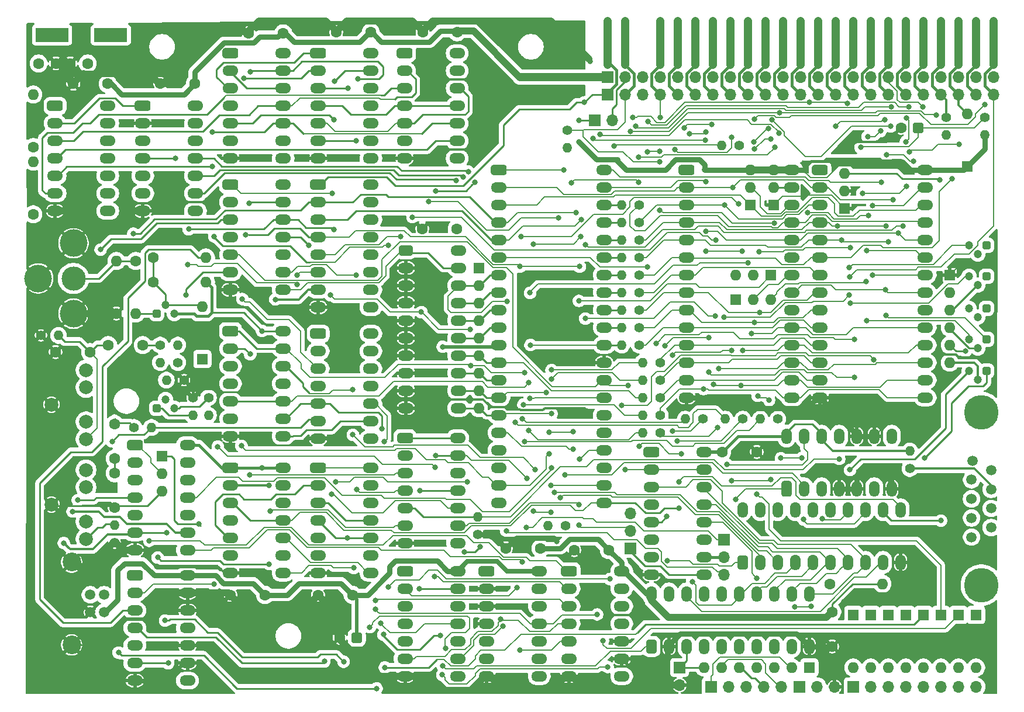
<source format=gtl>
%TF.GenerationSoftware,KiCad,Pcbnew,9.0.3*%
%TF.CreationDate,2025-08-02T16:42:51+01:00*%
%TF.ProjectId,ZX81plus38,5a583831-706c-4757-9333-382e6b696361,1.10*%
%TF.SameCoordinates,Original*%
%TF.FileFunction,Copper,L1,Top*%
%TF.FilePolarity,Positive*%
%FSLAX46Y46*%
G04 Gerber Fmt 4.6, Leading zero omitted, Abs format (unit mm)*
G04 Created by KiCad (PCBNEW 9.0.3) date 2025-08-02 16:42:51*
%MOMM*%
%LPD*%
G01*
G04 APERTURE LIST*
G04 Aperture macros list*
%AMRoundRect*
0 Rectangle with rounded corners*
0 $1 Rounding radius*
0 $2 $3 $4 $5 $6 $7 $8 $9 X,Y pos of 4 corners*
0 Add a 4 corners polygon primitive as box body*
4,1,4,$2,$3,$4,$5,$6,$7,$8,$9,$2,$3,0*
0 Add four circle primitives for the rounded corners*
1,1,$1+$1,$2,$3*
1,1,$1+$1,$4,$5*
1,1,$1+$1,$6,$7*
1,1,$1+$1,$8,$9*
0 Add four rect primitives between the rounded corners*
20,1,$1+$1,$2,$3,$4,$5,0*
20,1,$1+$1,$4,$5,$6,$7,0*
20,1,$1+$1,$6,$7,$8,$9,0*
20,1,$1+$1,$8,$9,$2,$3,0*%
G04 Aperture macros list end*
%TA.AperFunction,ComponentPad*%
%ADD10C,1.500000*%
%TD*%
%TA.AperFunction,ComponentPad*%
%ADD11C,1.524000*%
%TD*%
%TA.AperFunction,ComponentPad*%
%ADD12C,5.000000*%
%TD*%
%TA.AperFunction,ComponentPad*%
%ADD13R,1.600000X1.600000*%
%TD*%
%TA.AperFunction,ComponentPad*%
%ADD14O,1.600000X1.600000*%
%TD*%
%TA.AperFunction,ComponentPad*%
%ADD15C,1.520000*%
%TD*%
%TA.AperFunction,ComponentPad*%
%ADD16C,2.700000*%
%TD*%
%TA.AperFunction,ComponentPad*%
%ADD17C,2.000000*%
%TD*%
%TA.AperFunction,ComponentPad*%
%ADD18C,3.500000*%
%TD*%
%TA.AperFunction,ComponentPad*%
%ADD19C,4.000000*%
%TD*%
%TA.AperFunction,ComponentPad*%
%ADD20R,1.700000X1.700000*%
%TD*%
%TA.AperFunction,ComponentPad*%
%ADD21O,1.700000X1.700000*%
%TD*%
%TA.AperFunction,SMDPad,CuDef*%
%ADD22R,4.800000X2.000000*%
%TD*%
%TA.AperFunction,ComponentPad*%
%ADD23C,1.600000*%
%TD*%
%TA.AperFunction,ComponentPad*%
%ADD24RoundRect,0.300000X0.300000X-0.300000X0.300000X0.300000X-0.300000X0.300000X-0.300000X-0.300000X0*%
%TD*%
%TA.AperFunction,ComponentPad*%
%ADD25C,1.200000*%
%TD*%
%TA.AperFunction,ComponentPad*%
%ADD26C,1.400000*%
%TD*%
%TA.AperFunction,ComponentPad*%
%ADD27O,1.400000X1.400000*%
%TD*%
%TA.AperFunction,ComponentPad*%
%ADD28RoundRect,0.300000X-0.300000X0.300000X-0.300000X-0.300000X0.300000X-0.300000X0.300000X0.300000X0*%
%TD*%
%TA.AperFunction,ComponentPad*%
%ADD29RoundRect,0.400000X0.400000X0.400000X-0.400000X0.400000X-0.400000X-0.400000X0.400000X-0.400000X0*%
%TD*%
%TA.AperFunction,ComponentPad*%
%ADD30RoundRect,0.381000X-0.762000X-0.381000X0.762000X-0.381000X0.762000X0.381000X-0.762000X0.381000X0*%
%TD*%
%TA.AperFunction,ComponentPad*%
%ADD31O,2.286000X1.524000*%
%TD*%
%TA.AperFunction,ComponentPad*%
%ADD32RoundRect,0.381000X0.381000X-0.762000X0.381000X0.762000X-0.381000X0.762000X-0.381000X-0.762000X0*%
%TD*%
%TA.AperFunction,ComponentPad*%
%ADD33O,1.524000X2.286000*%
%TD*%
%TA.AperFunction,ComponentPad*%
%ADD34RoundRect,0.385500X-0.630500X-0.385500X0.630500X-0.385500X0.630500X0.385500X-0.630500X0.385500X0*%
%TD*%
%TA.AperFunction,ComponentPad*%
%ADD35RoundRect,0.385500X0.385500X-0.630500X0.385500X0.630500X-0.385500X0.630500X-0.385500X-0.630500X0*%
%TD*%
%TA.AperFunction,ViaPad*%
%ADD36C,0.800000*%
%TD*%
%TA.AperFunction,ViaPad*%
%ADD37C,1.000000*%
%TD*%
%TA.AperFunction,Conductor*%
%ADD38C,1.000000*%
%TD*%
%TA.AperFunction,Conductor*%
%ADD39C,0.800000*%
%TD*%
%TA.AperFunction,Conductor*%
%ADD40C,0.450000*%
%TD*%
%TA.AperFunction,Conductor*%
%ADD41C,0.250000*%
%TD*%
%TA.AperFunction,Conductor*%
%ADD42C,0.300000*%
%TD*%
%TA.AperFunction,Conductor*%
%ADD43C,0.150000*%
%TD*%
%TA.AperFunction,Conductor*%
%ADD44C,0.500000*%
%TD*%
%TA.AperFunction,Conductor*%
%ADD45C,0.900000*%
%TD*%
%TA.AperFunction,Conductor*%
%ADD46C,0.200000*%
%TD*%
%TA.AperFunction,Conductor*%
%ADD47C,0.600000*%
%TD*%
%TA.AperFunction,Conductor*%
%ADD48C,0.700000*%
%TD*%
%TA.AperFunction,Conductor*%
%ADD49C,1.200000*%
%TD*%
G04 APERTURE END LIST*
D10*
%TO.P,CO4,1,1*%
%TO.N,/UP*%
X196192000Y-123850000D03*
%TO.P,CO4,2,2*%
%TO.N,/DOWN*%
X196192000Y-121080000D03*
D11*
%TO.P,CO4,3,3*%
%TO.N,/LEFT*%
X196192000Y-118310000D03*
D10*
%TO.P,CO4,4,4*%
%TO.N,/RIGHT*%
X196192000Y-115540000D03*
%TO.P,CO4,5,5*%
%TO.N,unconnected-(CO4-Pad5)*%
X196312000Y-112770000D03*
%TO.P,CO4,6,6*%
%TO.N,/FIRE*%
X199032000Y-122465000D03*
%TO.P,CO4,7,7*%
%TO.N,unconnected-(CO4-Pad7)*%
X199032000Y-119695000D03*
%TO.P,CO4,8,8*%
%TO.N,Net-(CO4-Pad8)*%
X199032000Y-116925000D03*
%TO.P,CO4,9,9*%
%TO.N,unconnected-(CO4-Pad9)*%
X199032000Y-114155000D03*
D12*
%TO.P,CO4,M1*%
%TO.N,N/C*%
X197612000Y-130810000D03*
%TO.P,CO4,M2*%
X197612000Y-105810000D03*
%TD*%
D13*
%TO.P,D1,1,K*%
%TO.N,/A11*%
X179070000Y-135128000D03*
D14*
%TO.P,D1,2,A*%
%TO.N,/KBA11*%
X179070000Y-142748000D03*
%TD*%
D13*
%TO.P,D2,1,K*%
%TO.N,/A10*%
X181610000Y-135128000D03*
D14*
%TO.P,D2,2,A*%
%TO.N,Net-(D2-Pad2)*%
X181610000Y-142748000D03*
%TD*%
D13*
%TO.P,D3,1,K*%
%TO.N,/A12*%
X184150000Y-135128000D03*
D14*
%TO.P,D3,2,A*%
%TO.N,/KBA12*%
X184150000Y-142748000D03*
%TD*%
D13*
%TO.P,D4,1,K*%
%TO.N,/A9*%
X186690000Y-135128000D03*
D14*
%TO.P,D4,2,A*%
%TO.N,Net-(D4-Pad2)*%
X186690000Y-142748000D03*
%TD*%
D13*
%TO.P,D5,1,K*%
%TO.N,/A13*%
X189230000Y-135128000D03*
D14*
%TO.P,D5,2,A*%
%TO.N,Net-(D5-Pad2)*%
X189230000Y-142748000D03*
%TD*%
D13*
%TO.P,D6,1,K*%
%TO.N,/A8*%
X191770000Y-135128000D03*
D14*
%TO.P,D6,2,A*%
%TO.N,Net-(D6-Pad2)*%
X191770000Y-142748000D03*
%TD*%
D13*
%TO.P,D7,1,K*%
%TO.N,/A14*%
X194310000Y-135128000D03*
D14*
%TO.P,D7,2,A*%
%TO.N,Net-(D7-Pad2)*%
X194310000Y-142748000D03*
%TD*%
D13*
%TO.P,D8,1,K*%
%TO.N,/A15*%
X196850000Y-135128000D03*
D14*
%TO.P,D8,2,A*%
%TO.N,Net-(D8-Pad2)*%
X196850000Y-142748000D03*
%TD*%
D15*
%TO.P,CO1,1,VBUS*%
%TO.N,+5V*%
X70610000Y-134752000D03*
%TO.P,CO1,2,D-*%
%TO.N,unconnected-(CO1-Pad2)*%
X70610000Y-132212000D03*
%TO.P,CO1,3,D+*%
%TO.N,unconnected-(CO1-Pad3)*%
X68610000Y-132212000D03*
%TO.P,CO1,4,GND*%
%TO.N,GND*%
X68610000Y-134752000D03*
D16*
%TO.P,CO1,5,Shield*%
X65910000Y-139482000D03*
X65910000Y-127482000D03*
%TD*%
D17*
%TO.P,CO2,1*%
%TO.N,unconnected-(CO2-Pad1)*%
X67992000Y-114126000D03*
%TO.P,CO2,2*%
%TO.N,Net-(C6-Pad2)*%
X67992000Y-124126000D03*
%TO.P,CO2,3*%
%TO.N,GND*%
X62992000Y-119126000D03*
%TO.P,CO2,4*%
%TO.N,unconnected-(CO2-Pad4)*%
X67992000Y-116626000D03*
%TO.P,CO2,5*%
%TO.N,unconnected-(CO2-Pad5)*%
X67992000Y-121626000D03*
%TD*%
%TO.P,CO3,1*%
%TO.N,unconnected-(CO3-Pad1)*%
X67992000Y-99648000D03*
%TO.P,CO3,2*%
%TO.N,Net-(C3-Pad2)*%
X67992000Y-109648000D03*
%TO.P,CO3,3*%
%TO.N,GND*%
X62992000Y-104648000D03*
%TO.P,CO3,4*%
%TO.N,unconnected-(CO3-Pad4)*%
X67992000Y-102148000D03*
%TO.P,CO3,5*%
%TO.N,unconnected-(CO3-Pad5)*%
X67992000Y-107148000D03*
%TD*%
D18*
%TO.P,CO5,1,In*%
%TO.N,/VIDEO*%
X66167000Y-86360000D03*
D19*
%TO.P,CO5,2,Ext*%
%TO.N,GND*%
X61067000Y-86360000D03*
X66167000Y-91460000D03*
X66167000Y-81260000D03*
%TD*%
D20*
%TO.P,J1B1,1,P1*%
%TO.N,+5V*%
X143510000Y-57150000D03*
D21*
%TO.P,J1B1,2,P2*%
%TO.N,/9V*%
X146050000Y-57150000D03*
%TO.P,J1B1,3,P3*%
%TO.N,unconnected-(J1B1-Pad3)*%
X148590000Y-57150000D03*
%TO.P,J1B1,4,P4*%
%TO.N,GND*%
X151130000Y-57150000D03*
%TO.P,J1B1,5,P5*%
X153670000Y-57150000D03*
%TO.P,J1B1,6,P6*%
%TO.N,/n3.25M*%
X156210000Y-57150000D03*
%TO.P,J1B1,7,P7*%
%TO.N,/A0'*%
X158750000Y-57150000D03*
%TO.P,J1B1,8,P8*%
%TO.N,/A1'*%
X161290000Y-57150000D03*
%TO.P,J1B1,9,P9*%
%TO.N,/A2'*%
X163830000Y-57150000D03*
%TO.P,J1B1,10,P10*%
%TO.N,/A3'*%
X166370000Y-57150000D03*
%TO.P,J1B1,11,P11*%
%TO.N,/A15*%
X168910000Y-57150000D03*
%TO.P,J1B1,12,P12*%
%TO.N,/A14*%
X171450000Y-57150000D03*
%TO.P,J1B1,13,P13*%
%TO.N,/A13*%
X173990000Y-57150000D03*
%TO.P,J1B1,14,P14*%
%TO.N,/A12*%
X176530000Y-57150000D03*
%TO.P,J1B1,15,P15*%
%TO.N,/A11*%
X179070000Y-57150000D03*
%TO.P,J1B1,16,P16*%
%TO.N,/A10*%
X181610000Y-57150000D03*
%TO.P,J1B1,17,P17*%
%TO.N,/A9*%
X184150000Y-57150000D03*
%TO.P,J1B1,18,P18*%
%TO.N,/A8'*%
X186690000Y-57150000D03*
%TO.P,J1B1,19,P19*%
%TO.N,/A7'*%
X189230000Y-57150000D03*
%TO.P,J1B1,20,P20*%
%TO.N,/A6'*%
X191770000Y-57150000D03*
%TO.P,J1B1,21,P21*%
%TO.N,/A5'*%
X194310000Y-57150000D03*
%TO.P,J1B1,22,P22*%
%TO.N,/A4'*%
X196850000Y-57150000D03*
%TO.P,J1B1,23,P23*%
%TO.N,/nROMCS*%
X199390000Y-57150000D03*
%TD*%
D20*
%TO.P,J1A1,1,P1*%
%TO.N,/D7'*%
X143510000Y-59690000D03*
D21*
%TO.P,J1A1,2,P2*%
%TO.N,/nRAMCS*%
X146050000Y-59690000D03*
%TO.P,J1A1,3,P3*%
%TO.N,unconnected-(J1A1-Pad3)*%
X148590000Y-59690000D03*
%TO.P,J1A1,4,P4*%
%TO.N,/D0'*%
X151130000Y-59690000D03*
%TO.P,J1A1,5,P5*%
%TO.N,/D1'*%
X153670000Y-59690000D03*
%TO.P,J1A1,6,P6*%
%TO.N,/D2'*%
X156210000Y-59690000D03*
%TO.P,J1A1,7,P7*%
%TO.N,/D6'*%
X158750000Y-59690000D03*
%TO.P,J1A1,8,P8*%
%TO.N,/D5'*%
X161290000Y-59690000D03*
%TO.P,J1A1,9,P9*%
%TO.N,/D3'*%
X163830000Y-59690000D03*
%TO.P,J1A1,10,P10*%
%TO.N,/D4'*%
X166370000Y-59690000D03*
%TO.P,J1A1,11,P11*%
%TO.N,/A6'*%
X168910000Y-59690000D03*
%TO.P,J1A1,12,P12*%
%TO.N,/nNMI*%
X171450000Y-59690000D03*
%TO.P,J1A1,13,P13*%
%TO.N,/nHALT*%
X173990000Y-59690000D03*
%TO.P,J1A1,14,P14*%
%TO.N,/nMREQ*%
X176530000Y-59690000D03*
%TO.P,J1A1,15,P15*%
%TO.N,/nIORQ*%
X179070000Y-59690000D03*
%TO.P,J1A1,16,P16*%
%TO.N,/nRD*%
X181610000Y-59690000D03*
%TO.P,J1A1,17,P17*%
%TO.N,/nWR*%
X184150000Y-59690000D03*
%TO.P,J1A1,18,P18*%
%TO.N,/nBUSACK*%
X186690000Y-59690000D03*
%TO.P,J1A1,19,P19*%
%TO.N,/nWAIT*%
X189230000Y-59690000D03*
%TO.P,J1A1,20,P20*%
%TO.N,/nBUSRQ*%
X191770000Y-59690000D03*
%TO.P,J1A1,21,P21*%
%TO.N,/nRESET*%
X194310000Y-59690000D03*
%TO.P,J1A1,22,P22*%
%TO.N,/nM1*%
X196850000Y-59690000D03*
%TO.P,J1A1,23,P23*%
%TO.N,/nRFSH*%
X199390000Y-59690000D03*
%TD*%
D20*
%TO.P,J2,1,P1*%
%TO.N,/KBA11*%
X179054760Y-145542000D03*
D21*
%TO.P,J2,2,P2*%
%TO.N,Net-(D2-Pad2)*%
X181594760Y-145542000D03*
%TO.P,J2,3,P3*%
%TO.N,/KBA12*%
X184134760Y-145542000D03*
%TO.P,J2,4,P4*%
%TO.N,Net-(D4-Pad2)*%
X186674760Y-145542000D03*
%TO.P,J2,5,P5*%
%TO.N,Net-(D5-Pad2)*%
X189214760Y-145542000D03*
%TO.P,J2,6,P6*%
%TO.N,Net-(D6-Pad2)*%
X191754760Y-145542000D03*
%TO.P,J2,7,P7*%
%TO.N,Net-(D7-Pad2)*%
X194294760Y-145542000D03*
%TO.P,J2,8,P8*%
%TO.N,Net-(D8-Pad2)*%
X196834760Y-145542000D03*
%TD*%
D20*
%TO.P,J3,1,P1*%
%TO.N,/KBD4*%
X158496000Y-145542000D03*
D21*
%TO.P,J3,2,P2*%
%TO.N,/KBD3*%
X161036000Y-145542000D03*
%TO.P,J3,3,P3*%
%TO.N,/KBD2*%
X163576000Y-145542000D03*
%TO.P,J3,4,P4*%
%TO.N,/KBD1*%
X166116000Y-145542000D03*
%TO.P,J3,5,P5*%
%TO.N,/KBD0*%
X168656000Y-145542000D03*
%TD*%
D22*
%TO.P,Y1,1,1*%
%TO.N,Net-(C1-Pad1)*%
X71560000Y-51054000D03*
%TO.P,Y1,2,2*%
%TO.N,Net-(C2-Pad1)*%
X63060000Y-51054000D03*
%TD*%
D23*
%TO.P,C2,1*%
%TO.N,Net-(C2-Pad1)*%
X61137800Y-55194200D03*
%TO.P,C2,2*%
%TO.N,GND*%
X63637800Y-55194200D03*
%TD*%
%TO.P,C1,1*%
%TO.N,Net-(C1-Pad1)*%
X68224400Y-55194200D03*
%TO.P,C1,2*%
%TO.N,GND*%
X65724400Y-55194200D03*
%TD*%
D24*
%TO.P,Q8,1,E*%
%TO.N,Net-(Q8-Pad1)*%
X78232000Y-91440000D03*
D25*
%TO.P,Q8,2,B*%
%TO.N,Net-(D13-Pad2)*%
X79502000Y-90170000D03*
%TO.P,Q8,3,C*%
%TO.N,+5V*%
X80772000Y-91440000D03*
%TD*%
D23*
%TO.P,R49,1*%
%TO.N,Net-(D13-Pad2)*%
X77724000Y-86868000D03*
D14*
%TO.P,R49,2*%
%TO.N,+5V*%
X85344000Y-86868000D03*
%TD*%
D23*
%TO.P,R48,1*%
%TO.N,Net-(D13-Pad2)*%
X77724000Y-83312000D03*
D14*
%TO.P,R48,2*%
%TO.N,Net-(R48-Pad2)*%
X85344000Y-83312000D03*
%TD*%
D26*
%TO.P,R10,1*%
%TO.N,/D1'*%
X151130000Y-101092000D03*
D27*
%TO.P,R10,2*%
%TO.N,Net-(R10-Pad2)*%
X148590000Y-101092000D03*
%TD*%
D26*
%TO.P,R17,1*%
%TO.N,/D4'*%
X151130000Y-108712000D03*
D27*
%TO.P,R17,2*%
%TO.N,Net-(R17-Pad2)*%
X148590000Y-108712000D03*
%TD*%
D26*
%TO.P,R11,1*%
%TO.N,/D0'*%
X151130000Y-98552000D03*
D27*
%TO.P,R11,2*%
%TO.N,Net-(R11-Pad2)*%
X148590000Y-98552000D03*
%TD*%
D26*
%TO.P,R12,1*%
%TO.N,/D7'*%
X168148000Y-106743500D03*
D27*
%TO.P,R12,2*%
%TO.N,Net-(R12-Pad2)*%
X165608000Y-106743500D03*
%TD*%
D26*
%TO.P,R15,1*%
%TO.N,/D5'*%
X157289500Y-106743500D03*
D27*
%TO.P,R15,2*%
%TO.N,Net-(R15-Pad2)*%
X154749500Y-106743500D03*
%TD*%
D26*
%TO.P,R13,1*%
%TO.N,/D2'*%
X151130000Y-103632000D03*
D27*
%TO.P,R13,2*%
%TO.N,Net-(R13-Pad2)*%
X148590000Y-103632000D03*
%TD*%
D26*
%TO.P,R14,1*%
%TO.N,/D6'*%
X163068000Y-106743500D03*
D27*
%TO.P,R14,2*%
%TO.N,Net-(R14-Pad2)*%
X160528000Y-106743500D03*
%TD*%
D26*
%TO.P,R16,1*%
%TO.N,/D3'*%
X151130000Y-106172000D03*
D27*
%TO.P,R16,2*%
%TO.N,Net-(R16-Pad2)*%
X148590000Y-106172000D03*
%TD*%
D13*
%TO.P,D13,1,K*%
%TO.N,/nCSYNC*%
X84836000Y-98044000D03*
D14*
%TO.P,D13,2,A*%
%TO.N,Net-(D13-Pad2)*%
X84836000Y-90424000D03*
%TD*%
D23*
%TO.P,R29,1*%
%TO.N,Net-(R29-Pad1)*%
X60350400Y-67310000D03*
D14*
%TO.P,R29,2*%
%TO.N,Net-(C1-Pad1)*%
X60350400Y-59690000D03*
%TD*%
D23*
%TO.P,R30,1*%
%TO.N,Net-(C2-Pad1)*%
X60350400Y-77063600D03*
D14*
%TO.P,R30,2*%
%TO.N,Net-(R29-Pad1)*%
X60350400Y-69443600D03*
%TD*%
D26*
%TO.P,R9,1*%
%TO.N,/A0'*%
X148082000Y-96012000D03*
D27*
%TO.P,R9,2*%
%TO.N,/A0*%
X145542000Y-96012000D03*
%TD*%
D26*
%TO.P,R42,1*%
%TO.N,/nROMCS*%
X162560000Y-67056000D03*
D27*
%TO.P,R42,2*%
%TO.N,Net-(R42-Pad2)*%
X160020000Y-67056000D03*
%TD*%
D26*
%TO.P,R43,1*%
%TO.N,/nRAMCS*%
X137668000Y-64897000D03*
D27*
%TO.P,R43,2*%
%TO.N,Net-(R43-Pad2)*%
X137668000Y-67437000D03*
%TD*%
D26*
%TO.P,R7,1*%
%TO.N,/A2'*%
X148082000Y-90932000D03*
D27*
%TO.P,R7,2*%
%TO.N,/A2*%
X145542000Y-90932000D03*
%TD*%
D26*
%TO.P,R6,1*%
%TO.N,/A3'*%
X148082000Y-88392000D03*
D27*
%TO.P,R6,2*%
%TO.N,/A3*%
X145542000Y-88392000D03*
%TD*%
D26*
%TO.P,R5,1*%
%TO.N,/A4'*%
X148082000Y-85852000D03*
D27*
%TO.P,R5,2*%
%TO.N,/A4*%
X145542000Y-85852000D03*
%TD*%
D26*
%TO.P,R4,1*%
%TO.N,/A5'*%
X148082000Y-83312000D03*
D27*
%TO.P,R4,2*%
%TO.N,/A5*%
X145542000Y-83312000D03*
%TD*%
D26*
%TO.P,R3,1*%
%TO.N,/A6'*%
X148082000Y-80772000D03*
D27*
%TO.P,R3,2*%
%TO.N,/A6*%
X145542000Y-80772000D03*
%TD*%
D26*
%TO.P,R2,1*%
%TO.N,/A7'*%
X148082000Y-78232000D03*
D27*
%TO.P,R2,2*%
%TO.N,/A7*%
X145542000Y-78232000D03*
%TD*%
D26*
%TO.P,R1,1*%
%TO.N,/A8'*%
X148082000Y-75692000D03*
D27*
%TO.P,R1,2*%
%TO.N,/A8*%
X145542000Y-75692000D03*
%TD*%
D26*
%TO.P,R8,1*%
%TO.N,/A1'*%
X148082000Y-93472000D03*
D27*
%TO.P,R8,2*%
%TO.N,/A1*%
X145542000Y-93472000D03*
%TD*%
D28*
%TO.P,Q5,1,E*%
%TO.N,/KBA12*%
X198374000Y-81555000D03*
D25*
%TO.P,Q5,2,B*%
%TO.N,/UP*%
X197104000Y-82825000D03*
%TO.P,Q5,3,C*%
%TO.N,/KBD3*%
X195834000Y-81555000D03*
%TD*%
D28*
%TO.P,Q4,1,E*%
%TO.N,/KBA12*%
X198374000Y-86042500D03*
D25*
%TO.P,Q4,2,B*%
%TO.N,/FIRE*%
X197104000Y-87312500D03*
%TO.P,Q4,3,C*%
%TO.N,/KBD0*%
X195834000Y-86042500D03*
%TD*%
D28*
%TO.P,Q3,1,E*%
%TO.N,/KBA12*%
X198374000Y-90678000D03*
D25*
%TO.P,Q3,2,B*%
%TO.N,/DOWN*%
X197104000Y-91948000D03*
%TO.P,Q3,3,C*%
%TO.N,/KBD4*%
X195834000Y-90678000D03*
%TD*%
D28*
%TO.P,Q2,1,E*%
%TO.N,/KBA11*%
X198374000Y-95186500D03*
D25*
%TO.P,Q2,2,B*%
%TO.N,/LEFT*%
X197104000Y-96456500D03*
%TO.P,Q2,3,C*%
%TO.N,/KBD4*%
X195834000Y-95186500D03*
%TD*%
D28*
%TO.P,Q1,1,E*%
%TO.N,/KBA12*%
X198374000Y-99758500D03*
D25*
%TO.P,Q1,2,B*%
%TO.N,/RIGHT*%
X197104000Y-101028500D03*
%TO.P,Q1,3,C*%
%TO.N,/KBD2*%
X195834000Y-99758500D03*
%TD*%
D24*
%TO.P,Q9,1,E*%
%TO.N,Net-(Q9-Pad1)*%
X78232000Y-105156000D03*
D25*
%TO.P,Q9,2,B*%
%TO.N,Net-(Q9-Pad2)*%
X79502000Y-103886000D03*
%TO.P,Q9,3,C*%
%TO.N,/nCAS_IN*%
X80772000Y-105156000D03*
%TD*%
D26*
%TO.P,R70,1*%
%TO.N,Net-(Q9-Pad2)*%
X81280000Y-98552000D03*
D27*
%TO.P,R70,2*%
%TO.N,+5V*%
X78740000Y-98552000D03*
%TD*%
D26*
%TO.P,R23,1*%
%TO.N,Net-(CO4-Pad8)*%
X187261500Y-113919000D03*
D27*
%TO.P,R23,2*%
%TO.N,+5V*%
X187261500Y-111379000D03*
%TD*%
D26*
%TO.P,R18,1*%
%TO.N,/nBUSRQ*%
X192532000Y-62992000D03*
D27*
%TO.P,R18,2*%
%TO.N,+5V*%
X192532000Y-65532000D03*
%TD*%
D26*
%TO.P,R81,1*%
%TO.N,/nCAS_IN*%
X85725000Y-103632000D03*
D27*
%TO.P,R81,2*%
%TO.N,+5V*%
X85725000Y-106172000D03*
%TD*%
D26*
%TO.P,R80,1*%
%TO.N,GND*%
X83439000Y-103632000D03*
D27*
%TO.P,R80,2*%
%TO.N,Net-(Q9-Pad1)*%
X83439000Y-106172000D03*
%TD*%
D26*
%TO.P,R79,1*%
%TO.N,GND*%
X82169000Y-101092000D03*
D27*
%TO.P,R79,2*%
%TO.N,Net-(Q9-Pad2)*%
X79629000Y-101092000D03*
%TD*%
D26*
%TO.P,R59,1*%
%TO.N,Net-(C3-Pad1)*%
X78740000Y-96012000D03*
D27*
%TO.P,R59,2*%
%TO.N,Net-(Q9-Pad2)*%
X81280000Y-96012000D03*
%TD*%
D26*
%TO.P,R58,1*%
%TO.N,GND*%
X61468000Y-94615000D03*
D27*
%TO.P,R58,2*%
%TO.N,Net-(C3-Pad2)*%
X64008000Y-94615000D03*
%TD*%
D26*
%TO.P,R57,1*%
%TO.N,GND*%
X72136000Y-124644000D03*
D27*
%TO.P,R57,2*%
%TO.N,Net-(C6-Pad2)*%
X72136000Y-122104000D03*
%TD*%
D26*
%TO.P,R56,1*%
%TO.N,Net-(C6-Pad1)*%
X74930000Y-107950000D03*
D27*
%TO.P,R56,2*%
%TO.N,/nVSYNC*%
X77470000Y-107950000D03*
%TD*%
D26*
%TO.P,R52,1*%
%TO.N,/nRESET*%
X198120000Y-62992000D03*
D27*
%TO.P,R52,2*%
%TO.N,+5V*%
X198120000Y-65532000D03*
%TD*%
D20*
%TO.P,JP6,1,1*%
%TO.N,/HSYNC*%
X160337500Y-124206000D03*
D21*
%TO.P,JP6,2,2*%
X160337500Y-126746000D03*
%TO.P,JP6,3,3*%
%TO.N,/nHSYNC*%
X160337500Y-129286000D03*
%TD*%
D13*
%TO.P,JP12,1,1*%
%TO.N,GND*%
X177800000Y-76200000D03*
D14*
%TO.P,JP12,2,2*%
X177800000Y-73660000D03*
%TO.P,JP12,3,3*%
%TO.N,/A14*%
X177800000Y-71120000D03*
%TD*%
D13*
%TO.P,JP11,1,1*%
%TO.N,/nROMCS*%
X162052000Y-89408000D03*
D14*
%TO.P,JP11,2,2*%
X164592000Y-89408000D03*
%TO.P,JP11,3,3*%
%TO.N,/A11*%
X167132000Y-89408000D03*
%TD*%
D13*
%TO.P,JP10,1,1*%
%TO.N,GND*%
X167576500Y-75692000D03*
D14*
%TO.P,JP10,2,2*%
X167576500Y-73152000D03*
%TO.P,JP10,3,3*%
%TO.N,+5V*%
X167576500Y-70612000D03*
%TD*%
D13*
%TO.P,JP9,1,1*%
%TO.N,/A13*%
X164147500Y-75692000D03*
D14*
%TO.P,JP9,2,2*%
X164147500Y-73152000D03*
%TO.P,JP9,3,3*%
%TO.N,+5V*%
X164147500Y-70612000D03*
%TD*%
D13*
%TO.P,JP8,1,1*%
%TO.N,/A11*%
X167132000Y-85852000D03*
D14*
%TO.P,JP8,2,2*%
X164592000Y-85852000D03*
%TO.P,JP8,3,3*%
%TO.N,/A12*%
X162052000Y-85852000D03*
%TD*%
D20*
%TO.P,JP5,1,1*%
%TO.N,/PIXEL*%
X146812000Y-125476000D03*
D21*
%TO.P,JP5,2,2*%
X146812000Y-122936000D03*
%TO.P,JP5,3,3*%
%TO.N,/nPIXEL*%
X146812000Y-120396000D03*
%TD*%
D20*
%TO.P,JP4,1,1*%
%TO.N,Net-(JP4-Pad1)*%
X153924000Y-142748000D03*
D21*
%TO.P,JP4,2,2*%
%TO.N,GND*%
X153924000Y-145288000D03*
%TD*%
D13*
%TO.P,D14,1,K*%
%TO.N,+5V*%
X195580000Y-70104000D03*
D14*
%TO.P,D14,2,A*%
%TO.N,/nRESET*%
X195580000Y-62484000D03*
%TD*%
D23*
%TO.P,C8,1*%
%TO.N,Net-(C6-Pad2)*%
X72136000Y-114594000D03*
%TO.P,C8,2*%
%TO.N,GND*%
X72136000Y-119594000D03*
%TD*%
%TO.P,C7,1*%
%TO.N,Net-(C3-Pad2)*%
X68580000Y-97028000D03*
%TO.P,C7,2*%
%TO.N,GND*%
X63580000Y-97028000D03*
%TD*%
%TO.P,C3,1*%
%TO.N,Net-(C3-Pad1)*%
X76200000Y-96012000D03*
%TO.P,C3,2*%
%TO.N,Net-(C3-Pad2)*%
X71200000Y-96012000D03*
%TD*%
D29*
%TO.P,C9,1*%
%TO.N,+5V*%
X107188000Y-138430000D03*
D23*
%TO.P,C9,2*%
%TO.N,GND*%
X104688000Y-138430000D03*
%TD*%
D29*
%TO.P,C5,1*%
%TO.N,/nRESET*%
X188468000Y-64516000D03*
D23*
%TO.P,C5,2*%
%TO.N,GND*%
X185968000Y-64516000D03*
%TD*%
D26*
%TO.P,R19,1*%
%TO.N,GND*%
X124714000Y-123444000D03*
D27*
%TO.P,R19,2*%
%TO.N,/CAS_IN*%
X124714000Y-120904000D03*
%TD*%
D13*
%TO.P,JP1,1,1*%
%TO.N,/A13*%
X78994000Y-112141000D03*
D14*
%TO.P,JP1,2,2*%
%TO.N,GND*%
X78994000Y-114681000D03*
%TO.P,JP1,3,3*%
X78994000Y-117221000D03*
%TD*%
D13*
%TO.P,RP1,1,common*%
%TO.N,+5V*%
X172720000Y-142748000D03*
D14*
%TO.P,RP1,2,R1*%
%TO.N,/KBD4*%
X170180000Y-142748000D03*
%TO.P,RP1,3,R2*%
%TO.N,/KBD3*%
X167640000Y-142748000D03*
%TO.P,RP1,4,R3*%
%TO.N,/KBD2*%
X165100000Y-142748000D03*
%TO.P,RP1,5,R4*%
%TO.N,/KBD1*%
X162560000Y-142748000D03*
%TO.P,RP1,6,R5*%
%TO.N,/KBD0*%
X160020000Y-142748000D03*
%TO.P,RP1,7,R6*%
%TO.N,Net-(JP4-Pad1)*%
X157480000Y-142748000D03*
%TD*%
D23*
%TO.P,C21,1*%
%TO.N,GND*%
X138684000Y-125730000D03*
%TO.P,C21,2*%
%TO.N,+5V*%
X143684000Y-125730000D03*
%TD*%
%TO.P,C20,1*%
%TO.N,GND*%
X165100000Y-111506000D03*
%TO.P,C20,2*%
%TO.N,+5V*%
X160100000Y-111506000D03*
%TD*%
%TO.P,C19,1*%
%TO.N,GND*%
X128778000Y-125476000D03*
%TO.P,C19,2*%
%TO.N,+5V*%
X133778000Y-125476000D03*
%TD*%
%TO.P,C18,1*%
%TO.N,GND*%
X88900000Y-132232400D03*
%TO.P,C18,2*%
%TO.N,+5V*%
X93900000Y-132232400D03*
%TD*%
%TO.P,C17,1*%
%TO.N,GND*%
X176022000Y-139700000D03*
%TO.P,C17,2*%
%TO.N,+5V*%
X176022000Y-134700000D03*
%TD*%
%TO.P,C16,1*%
%TO.N,GND*%
X101574600Y-132232400D03*
%TO.P,C16,2*%
%TO.N,+5V*%
X106574600Y-132232400D03*
%TD*%
%TO.P,C15,1*%
%TO.N,GND*%
X116666000Y-79146400D03*
%TO.P,C15,2*%
%TO.N,+5V*%
X121666000Y-79146400D03*
%TD*%
%TO.P,C14,1*%
%TO.N,GND*%
X116713000Y-50673000D03*
%TO.P,C14,2*%
%TO.N,+5V*%
X121713000Y-50673000D03*
%TD*%
%TO.P,C13,1*%
%TO.N,GND*%
X104216200Y-50673000D03*
%TO.P,C13,2*%
%TO.N,+5V*%
X109216200Y-50673000D03*
%TD*%
%TO.P,C12,1*%
%TO.N,GND*%
X91541600Y-50800000D03*
%TO.P,C12,2*%
%TO.N,+5V*%
X96541600Y-50800000D03*
%TD*%
%TO.P,C11,1*%
%TO.N,GND*%
X78740000Y-58140600D03*
%TO.P,C11,2*%
%TO.N,+5V*%
X83740000Y-58140600D03*
%TD*%
%TO.P,C10,1*%
%TO.N,GND*%
X66141600Y-58140600D03*
%TO.P,C10,2*%
%TO.N,+5V*%
X71141600Y-58140600D03*
%TD*%
%TO.P,C6,1*%
%TO.N,Net-(C6-Pad1)*%
X72136000Y-107482000D03*
%TO.P,C6,2*%
%TO.N,Net-(C6-Pad2)*%
X72136000Y-112482000D03*
%TD*%
%TO.P,R55,1*%
%TO.N,GND*%
X72390000Y-91440000D03*
D14*
%TO.P,R55,2*%
%TO.N,/VIDEO*%
X72390000Y-83820000D03*
%TD*%
D23*
%TO.P,R50,1*%
%TO.N,/VIDEO*%
X75184000Y-83820000D03*
D14*
%TO.P,R50,2*%
%TO.N,Net-(Q8-Pad1)*%
X75184000Y-91440000D03*
%TD*%
D30*
%TO.P,U14,1,Cp*%
%TO.N,/3.25M*%
X88900000Y-53721000D03*
D31*
%TO.P,U14,2,Mr*%
%TO.N,/END*%
X88900000Y-56261000D03*
%TO.P,U14,3,Q0*%
%TO.N,Net-(U14-Pad3)*%
X88900000Y-58801000D03*
%TO.P,U14,4,Q1*%
%TO.N,Net-(U14-Pad4)*%
X88900000Y-61341000D03*
%TO.P,U14,5,Q2*%
%TO.N,Net-(U14-Pad5)*%
X88900000Y-63881000D03*
%TO.P,U14,6,Q3*%
%TO.N,Net-(U14-Pad13)*%
X88900000Y-66421000D03*
%TO.P,U14,7,GND*%
%TO.N,GND*%
X88900000Y-68961000D03*
%TO.P,U14,8,Q3*%
%TO.N,Net-(U14-Pad8)*%
X96520000Y-68961000D03*
%TO.P,U14,9,Q2*%
%TO.N,Net-(U14-Pad9)*%
X96520000Y-66421000D03*
%TO.P,U14,10,Q1*%
%TO.N,Net-(U14-Pad10)*%
X96520000Y-63881000D03*
%TO.P,U14,11,Q0*%
%TO.N,Net-(U14-Pad11)*%
X96520000Y-61341000D03*
%TO.P,U14,12,Mr*%
%TO.N,/END*%
X96520000Y-58801000D03*
%TO.P,U14,13,Cp*%
%TO.N,Net-(U14-Pad13)*%
X96520000Y-56261000D03*
%TO.P,U14,14,VCC*%
%TO.N,+5V*%
X96520000Y-53721000D03*
%TD*%
D30*
%TO.P,U28,1,Cd*%
%TO.N,+5V*%
X88900000Y-113792000D03*
D31*
%TO.P,U28,2,D*%
%TO.N,Net-(U24-Pad10)*%
X88900000Y-116332000D03*
%TO.P,U28,3,Cp*%
%TO.N,/nRD*%
X88900000Y-118872000D03*
%TO.P,U28,4,Sd*%
%TO.N,+5V*%
X88900000Y-121412000D03*
%TO.P,U28,5,Q*%
%TO.N,Net-(U28-Pad5)*%
X88900000Y-123952000D03*
%TO.P,U28,6,~{Q}*%
%TO.N,unconnected-(U28-Pad6)*%
X88900000Y-126492000D03*
%TO.P,U28,7,GND*%
%TO.N,GND*%
X88900000Y-129032000D03*
%TO.P,U28,8,~{Q}*%
%TO.N,Net-(U28-Pad8)*%
X96520000Y-129032000D03*
%TO.P,U28,9,Q*%
%TO.N,unconnected-(U28-Pad9)*%
X96520000Y-126492000D03*
%TO.P,U28,10,Sd*%
%TO.N,/SH{slash}nLD*%
X96520000Y-123952000D03*
%TO.P,U28,11,Cp*%
%TO.N,/nRD*%
X96520000Y-121412000D03*
%TO.P,U28,12,D*%
%TO.N,/nNOP*%
X96520000Y-118872000D03*
%TO.P,U28,13,Cd*%
%TO.N,+5V*%
X96520000Y-116332000D03*
%TO.P,U28,14,VCC*%
X96520000Y-113792000D03*
%TD*%
D30*
%TO.P,U24,1*%
%TO.N,/A15*%
X88900000Y-72771000D03*
D31*
%TO.P,U24,2*%
%TO.N,/nM1*%
X88900000Y-75311000D03*
%TO.P,U24,3*%
%TO.N,Net-(U23-Pad4)*%
X88900000Y-77851000D03*
%TO.P,U24,4*%
%TO.N,/nMREQ*%
X88900000Y-80391000D03*
%TO.P,U24,5*%
%TO.N,/nRFSH*%
X88900000Y-82931000D03*
%TO.P,U24,6*%
%TO.N,Net-(U23-Pad10)*%
X88900000Y-85471000D03*
%TO.P,U24,7,GND*%
%TO.N,GND*%
X88900000Y-88011000D03*
%TO.P,U24,8*%
%TO.N,/nNOP*%
X96520000Y-88011000D03*
%TO.P,U24,9*%
%TO.N,Net-(U24-Pad9)*%
X96520000Y-85471000D03*
%TO.P,U24,10*%
%TO.N,Net-(U24-Pad10)*%
X96520000Y-82931000D03*
%TO.P,U24,11*%
%TO.N,Net-(U24-Pad11)*%
X96520000Y-80391000D03*
%TO.P,U24,12*%
%TO.N,/3.25M*%
X96520000Y-77851000D03*
%TO.P,U24,13*%
%TO.N,/nMREQ*%
X96520000Y-75311000D03*
%TO.P,U24,14,VCC*%
%TO.N,+5V*%
X96520000Y-72771000D03*
%TD*%
D30*
%TO.P,U23,1*%
%TO.N,GND*%
X75057000Y-110490000D03*
D31*
%TO.P,U23,2*%
%TO.N,/A14*%
X75057000Y-113030000D03*
%TO.P,U23,3*%
%TO.N,Net-(U23-Pad3)*%
X75057000Y-115570000D03*
%TO.P,U23,4*%
%TO.N,Net-(U23-Pad4)*%
X75057000Y-118110000D03*
%TO.P,U23,5*%
%TO.N,Net-(U23-Pad3)*%
X75057000Y-120650000D03*
%TO.P,U23,6*%
%TO.N,Net-(U21-Pad13)*%
X75057000Y-123190000D03*
%TO.P,U23,7,GND*%
%TO.N,GND*%
X75057000Y-125730000D03*
%TO.P,U23,8*%
%TO.N,Net-(R43-Pad2)*%
X82677000Y-125730000D03*
%TO.P,U23,9*%
%TO.N,Net-(U21-Pad12)*%
X82677000Y-123190000D03*
%TO.P,U23,10*%
%TO.N,Net-(U23-Pad10)*%
X82677000Y-120650000D03*
%TO.P,U23,11*%
%TO.N,Net-(R42-Pad2)*%
X82677000Y-118110000D03*
%TO.P,U23,12*%
%TO.N,Net-(U21-Pad13)*%
X82677000Y-115570000D03*
%TO.P,U23,13*%
%TO.N,Net-(U23-Pad10)*%
X82677000Y-113030000D03*
%TO.P,U23,14,VCC*%
%TO.N,+5V*%
X82677000Y-110490000D03*
%TD*%
D30*
%TO.P,U19,1*%
%TO.N,/nOUT*%
X114173000Y-128778000D03*
D31*
%TO.P,U19,2*%
%TO.N,/A1*%
X114173000Y-131318000D03*
%TO.P,U19,3*%
%TO.N,Net-(U13-Pad13)*%
X114173000Y-133858000D03*
%TO.P,U19,4*%
%TO.N,Net-(U13-Pad10)*%
X114173000Y-136398000D03*
%TO.P,U19,5*%
%TO.N,/nHSYNC*%
X114173000Y-138938000D03*
%TO.P,U19,6*%
%TO.N,/nNMI*%
X114173000Y-141478000D03*
%TO.P,U19,7,GND*%
%TO.N,GND*%
X114173000Y-144018000D03*
%TO.P,U19,8*%
%TO.N,Net-(U19-Pad8)*%
X121793000Y-144018000D03*
%TO.P,U19,9*%
%TO.N,/nM1*%
X121793000Y-141478000D03*
%TO.P,U19,10*%
%TO.N,/nIORQ*%
X121793000Y-138938000D03*
%TO.P,U19,11*%
%TO.N,Net-(U13-Pad1)*%
X121793000Y-136398000D03*
%TO.P,U19,12*%
%TO.N,/nIN_FE*%
X121793000Y-133858000D03*
%TO.P,U19,13*%
%TO.N,Net-(U13-Pad12)*%
X121793000Y-131318000D03*
%TO.P,U19,14,VCC*%
%TO.N,+5V*%
X121793000Y-128778000D03*
%TD*%
D30*
%TO.P,U18,1,Cd*%
%TO.N,/3.25M*%
X125984000Y-128778000D03*
D31*
%TO.P,U18,2,D*%
%TO.N,GND*%
X125984000Y-131318000D03*
%TO.P,U18,3,Cp*%
X125984000Y-133858000D03*
%TO.P,U18,4,Sd*%
X125984000Y-136398000D03*
%TO.P,U18,5,Q*%
%TO.N,unconnected-(U18-Pad5)*%
X125984000Y-138938000D03*
%TO.P,U18,6,~{Q}*%
%TO.N,/n3.25M*%
X125984000Y-141478000D03*
%TO.P,U18,7,GND*%
%TO.N,GND*%
X125984000Y-144018000D03*
%TO.P,U18,8,~{Q}*%
%TO.N,unconnected-(U18-Pad8)*%
X133604000Y-144018000D03*
%TO.P,U18,9,Q*%
%TO.N,Net-(U10-Pad4)*%
X133604000Y-141478000D03*
%TO.P,U18,10,Sd*%
%TO.N,+5V*%
X133604000Y-138938000D03*
%TO.P,U18,11,Cp*%
%TO.N,/6.5M*%
X133604000Y-136398000D03*
%TO.P,U18,12,D*%
%TO.N,Net-(U10-Pad8)*%
X133604000Y-133858000D03*
%TO.P,U18,13,Cd*%
%TO.N,+5V*%
X133604000Y-131318000D03*
%TO.P,U18,14,VCC*%
X133604000Y-128778000D03*
%TD*%
D30*
%TO.P,U16,1*%
%TO.N,/nIORQ*%
X88900000Y-93980000D03*
D31*
%TO.P,U16,2*%
%TO.N,/nRD*%
X88900000Y-96520000D03*
%TO.P,U16,3*%
%TO.N,Net-(U16-Pad3)*%
X88900000Y-99060000D03*
%TO.P,U16,4*%
X88900000Y-101600000D03*
%TO.P,U16,5*%
%TO.N,/A0*%
X88900000Y-104140000D03*
%TO.P,U16,6*%
%TO.N,/nIN_FE*%
X88900000Y-106680000D03*
%TO.P,U16,7,GND*%
%TO.N,GND*%
X88900000Y-109220000D03*
%TO.P,U16,8*%
%TO.N,Net-(U13-Pad9)*%
X96520000Y-109220000D03*
%TO.P,U16,9*%
%TO.N,/nOUT*%
X96520000Y-106680000D03*
%TO.P,U16,10*%
%TO.N,/A0*%
X96520000Y-104140000D03*
%TO.P,U16,11*%
%TO.N,/nOUT*%
X96520000Y-101600000D03*
%TO.P,U16,12*%
%TO.N,/nWR*%
X96520000Y-99060000D03*
%TO.P,U16,13*%
%TO.N,/nIORQ*%
X96520000Y-96520000D03*
%TO.P,U16,14,VCC*%
%TO.N,+5V*%
X96520000Y-93980000D03*
%TD*%
D30*
%TO.P,U15,1*%
%TO.N,Net-(U14-Pad3)*%
X101600000Y-53721000D03*
D31*
%TO.P,U15,2*%
%TO.N,Net-(U14-Pad4)*%
X101600000Y-56261000D03*
%TO.P,U15,3*%
%TO.N,+5V*%
X101600000Y-58801000D03*
%TO.P,U15,4*%
%TO.N,Net-(U14-Pad9)*%
X101600000Y-61341000D03*
%TO.P,U15,5*%
%TO.N,Net-(U14-Pad8)*%
X101600000Y-63881000D03*
%TO.P,U15,6*%
%TO.N,Net-(U15-Pad11)*%
X101600000Y-66421000D03*
%TO.P,U15,7,GND*%
%TO.N,GND*%
X101600000Y-68961000D03*
%TO.P,U15,8*%
%TO.N,Net-(U12-Pad2)*%
X109220000Y-68961000D03*
%TO.P,U15,9*%
%TO.N,Net-(U15-Pad12)*%
X109220000Y-66421000D03*
%TO.P,U15,10*%
%TO.N,Net-(U14-Pad13)*%
X109220000Y-63881000D03*
%TO.P,U15,11*%
%TO.N,Net-(U15-Pad11)*%
X109220000Y-61341000D03*
%TO.P,U15,12*%
%TO.N,Net-(U15-Pad12)*%
X109220000Y-58801000D03*
%TO.P,U15,13*%
%TO.N,Net-(U14-Pad5)*%
X109220000Y-56261000D03*
%TO.P,U15,14,VCC*%
%TO.N,+5V*%
X109220000Y-53721000D03*
%TD*%
D30*
%TO.P,U13,1*%
%TO.N,Net-(U13-Pad1)*%
X101600000Y-94356000D03*
D31*
%TO.P,U13,2*%
%TO.N,/nVSYNC*%
X101600000Y-96896000D03*
%TO.P,U13,3*%
%TO.N,/VSYNC*%
X101600000Y-99436000D03*
%TO.P,U13,4*%
X101600000Y-101976000D03*
%TO.P,U13,5*%
%TO.N,/nOUT*%
X101600000Y-104516000D03*
%TO.P,U13,6*%
%TO.N,/nVSYNC*%
X101600000Y-107056000D03*
%TO.P,U13,7,GND*%
%TO.N,GND*%
X101600000Y-109596000D03*
%TO.P,U13,8*%
%TO.N,Net-(U13-Pad12)*%
X109220000Y-109596000D03*
%TO.P,U13,9*%
%TO.N,Net-(U13-Pad9)*%
X109220000Y-107056000D03*
%TO.P,U13,10*%
%TO.N,Net-(U13-Pad10)*%
X109220000Y-104516000D03*
%TO.P,U13,11*%
X109220000Y-101976000D03*
%TO.P,U13,12*%
%TO.N,Net-(U13-Pad12)*%
X109220000Y-99436000D03*
%TO.P,U13,13*%
%TO.N,Net-(U13-Pad13)*%
X109220000Y-96896000D03*
%TO.P,U13,14,VCC*%
%TO.N,+5V*%
X109220000Y-94356000D03*
%TD*%
D30*
%TO.P,U12,1*%
%TO.N,Net-(U12-Pad1)*%
X137922000Y-128778000D03*
D31*
%TO.P,U12,2*%
%TO.N,Net-(U12-Pad2)*%
X137922000Y-131318000D03*
%TO.P,U12,3*%
%TO.N,/END*%
X137922000Y-133858000D03*
%TO.P,U12,4*%
%TO.N,/nNMI*%
X137922000Y-136398000D03*
%TO.P,U12,5*%
%TO.N,Net-(U12-Pad5)*%
X137922000Y-138938000D03*
%TO.P,U12,6*%
%TO.N,Net-(R20-Pad2)*%
X137922000Y-141478000D03*
%TO.P,U12,7,GND*%
%TO.N,GND*%
X137922000Y-144018000D03*
%TO.P,U12,8*%
%TO.N,unconnected-(U12-Pad8)*%
X145542000Y-144018000D03*
%TO.P,U12,9*%
%TO.N,GND*%
X145542000Y-141478000D03*
%TO.P,U12,10*%
X145542000Y-138938000D03*
%TO.P,U12,11*%
%TO.N,Net-(U12-Pad11)*%
X145542000Y-136398000D03*
%TO.P,U12,12*%
%TO.N,/A14*%
X145542000Y-133858000D03*
%TO.P,U12,13*%
%TO.N,/nRFSH*%
X145542000Y-131318000D03*
%TO.P,U12,14,VCC*%
%TO.N,+5V*%
X145542000Y-128778000D03*
%TD*%
D30*
%TO.P,U11,1*%
%TO.N,Net-(U10-Pad6)*%
X75057000Y-129413000D03*
D31*
%TO.P,U11,2*%
%TO.N,/nPORCH*%
X75057000Y-131953000D03*
%TO.P,U11,3*%
%TO.N,Net-(R48-Pad2)*%
X75057000Y-134493000D03*
%TO.P,U11,4*%
%TO.N,/nHSYNC*%
X75057000Y-137033000D03*
%TO.P,U11,5*%
%TO.N,/nVSYNC*%
X75057000Y-139573000D03*
%TO.P,U11,6*%
%TO.N,/nCSYNC*%
X75057000Y-142113000D03*
%TO.P,U11,7,GND*%
%TO.N,GND*%
X75057000Y-144653000D03*
%TO.P,U11,8*%
%TO.N,unconnected-(U11-Pad8)*%
X82677000Y-144653000D03*
%TO.P,U11,9*%
%TO.N,GND*%
X82677000Y-142113000D03*
%TO.P,U11,10*%
X82677000Y-139573000D03*
%TO.P,U11,11*%
%TO.N,unconnected-(U11-Pad11)*%
X82677000Y-137033000D03*
%TO.P,U11,12*%
%TO.N,GND*%
X82677000Y-134493000D03*
%TO.P,U11,13*%
X82677000Y-131953000D03*
%TO.P,U11,14,VCC*%
%TO.N,+5V*%
X82677000Y-129413000D03*
%TD*%
D30*
%TO.P,U10,1,IN1*%
%TO.N,+5V*%
X114173000Y-109474000D03*
D31*
%TO.P,U10,2,IN2*%
%TO.N,Net-(U10-Pad2)*%
X114173000Y-112014000D03*
%TO.P,U10,3,OUT*%
%TO.N,/nPORCH*%
X114173000Y-114554000D03*
%TO.P,U10,4,IN1*%
%TO.N,Net-(U10-Pad4)*%
X114173000Y-117094000D03*
%TO.P,U10,5,IN2*%
%TO.N,/CAS_IN*%
X114173000Y-119634000D03*
%TO.P,U10,6,OUT*%
%TO.N,Net-(U10-Pad6)*%
X114173000Y-122174000D03*
%TO.P,U10,7,GND*%
%TO.N,GND*%
X114173000Y-124714000D03*
%TO.P,U10,8,OUT*%
%TO.N,Net-(U10-Pad8)*%
X121793000Y-124714000D03*
%TO.P,U10,9,IN1*%
%TO.N,/PIXEL*%
X121793000Y-122174000D03*
%TO.P,U10,10,IN2*%
%TO.N,/INVERT*%
X121793000Y-119634000D03*
%TO.P,U10,11,OUT*%
%TO.N,/nHSYNC*%
X121793000Y-117094000D03*
%TO.P,U10,12,IN1*%
%TO.N,+5V*%
X121793000Y-114554000D03*
%TO.P,U10,13,IN2*%
%TO.N,/HSYNC*%
X121793000Y-112014000D03*
%TO.P,U10,14,VCC*%
%TO.N,+5V*%
X121793000Y-109474000D03*
%TD*%
D30*
%TO.P,U8,1*%
%TO.N,Net-(U10-Pad2)*%
X114109500Y-53720000D03*
D31*
%TO.P,U8,2*%
%TO.N,Net-(U14-Pad11)*%
X114109500Y-56261000D03*
%TO.P,U8,3*%
%TO.N,Net-(U21-Pad6)*%
X114109500Y-58801000D03*
%TO.P,U8,4*%
%TO.N,Net-(U14-Pad9)*%
X114109500Y-61341000D03*
%TO.P,U8,5*%
%TO.N,Net-(U14-Pad8)*%
X114109500Y-63881000D03*
%TO.P,U8,6*%
%TO.N,N/C*%
X114109500Y-66421000D03*
%TO.P,U8,7,VSS*%
%TO.N,GND*%
X114109500Y-68961000D03*
%TO.P,U8,8*%
%TO.N,N/C*%
X121729500Y-68961000D03*
%TO.P,U8,9*%
%TO.N,Net-(U21-Pad4)*%
X121729500Y-66421000D03*
%TO.P,U8,10*%
%TO.N,Net-(U14-Pad10)*%
X121729500Y-63881000D03*
%TO.P,U8,11*%
%TO.N,Net-(U14-Pad9)*%
X121729500Y-61341000D03*
%TO.P,U8,12*%
%TO.N,Net-(U14-Pad8)*%
X121729500Y-58801000D03*
%TO.P,U8,13*%
%TO.N,/HSYNC*%
X121729500Y-56261000D03*
%TO.P,U8,14,VDD*%
%TO.N,+5V*%
X121729500Y-53721000D03*
%TD*%
D30*
%TO.P,U7,1,Cp*%
%TO.N,Net-(R29-Pad1)*%
X76200000Y-61341000D03*
D31*
%TO.P,U7,2,Mr*%
%TO.N,GND*%
X76200000Y-63881000D03*
%TO.P,U7,3,Q0*%
%TO.N,/6.5M*%
X76200000Y-66421000D03*
%TO.P,U7,4,Q1*%
%TO.N,/3.25M*%
X76200000Y-68961000D03*
%TO.P,U7,5,Q2*%
%TO.N,unconnected-(U7-Pad5)*%
X76200000Y-71501000D03*
%TO.P,U7,6,Q3*%
%TO.N,unconnected-(U7-Pad6)*%
X76200000Y-74041000D03*
%TO.P,U7,7,GND*%
%TO.N,GND*%
X76200000Y-76581000D03*
%TO.P,U7,8,Q3*%
%TO.N,unconnected-(U7-Pad8)*%
X83820000Y-76581000D03*
%TO.P,U7,9,Q2*%
%TO.N,/ROW2*%
X83820000Y-74041000D03*
%TO.P,U7,10,Q1*%
%TO.N,/ROW1*%
X83820000Y-71501000D03*
%TO.P,U7,11,Q0*%
%TO.N,/ROW0*%
X83820000Y-68961000D03*
%TO.P,U7,12,Mr*%
%TO.N,/VSYNC*%
X83820000Y-66421000D03*
%TO.P,U7,13,Cp*%
%TO.N,/nHSYNC*%
X83820000Y-63881000D03*
%TO.P,U7,14,VCC*%
%TO.N,+5V*%
X83820000Y-61341000D03*
%TD*%
D32*
%TO.P,U6,1,E*%
%TO.N,Net-(U12-Pad11)*%
X169418000Y-116840000D03*
D33*
%TO.P,U6,2,D*%
%TO.N,/ROW0*%
X171958000Y-116840000D03*
%TO.P,U6,3,O*%
%TO.N,/A0'*%
X174498000Y-116840000D03*
%TO.P,U6,4,E*%
%TO.N,GND*%
X177038000Y-116840000D03*
%TO.P,U6,5,D*%
X179578000Y-116840000D03*
%TO.P,U6,6,O*%
%TO.N,unconnected-(U6-Pad6)*%
X182118000Y-116840000D03*
%TO.P,U6,7,GND*%
%TO.N,GND*%
X184658000Y-116840000D03*
%TO.P,U6,8,O*%
%TO.N,unconnected-(U6-Pad8)*%
X184658000Y-109220000D03*
%TO.P,U6,9,D*%
%TO.N,GND*%
X182118000Y-109220000D03*
%TO.P,U6,10,E*%
X179578000Y-109220000D03*
%TO.P,U6,11,O*%
%TO.N,/CAS_IN*%
X177038000Y-109220000D03*
%TO.P,U6,12,D*%
%TO.N,+5V*%
X174498000Y-109220000D03*
%TO.P,U6,13,E*%
%TO.N,/nCAS_IN*%
X171958000Y-109220000D03*
%TO.P,U6,14,VCC*%
%TO.N,+5V*%
X169418000Y-109220000D03*
%TD*%
D30*
%TO.P,U29,1,Cd*%
%TO.N,+5V*%
X101600000Y-113792000D03*
D31*
%TO.P,U29,2,D*%
%TO.N,Net-(U28-Pad5)*%
X101600000Y-116332000D03*
%TO.P,U29,3,Cp*%
%TO.N,Net-(U24-Pad11)*%
X101600000Y-118872000D03*
%TO.P,U29,4,Sd*%
%TO.N,+5V*%
X101600000Y-121412000D03*
%TO.P,U29,5,Q*%
%TO.N,unconnected-(U29-Pad5)*%
X101600000Y-123952000D03*
%TO.P,U29,6,~{Q}*%
%TO.N,/INVERT*%
X101600000Y-126492000D03*
%TO.P,U29,7,GND*%
%TO.N,GND*%
X101600000Y-129032000D03*
%TO.P,U29,8,~{Q}*%
%TO.N,/SH{slash}nLD*%
X109220000Y-129032000D03*
%TO.P,U29,9,Q*%
%TO.N,unconnected-(U29-Pad9)*%
X109220000Y-126492000D03*
%TO.P,U29,10,Sd*%
%TO.N,+5V*%
X109220000Y-123952000D03*
%TO.P,U29,11,Cp*%
%TO.N,Net-(U24-Pad11)*%
X109220000Y-121412000D03*
%TO.P,U29,12,D*%
%TO.N,Net-(U28-Pad8)*%
X109220000Y-118872000D03*
%TO.P,U29,13,Cd*%
X109220000Y-116332000D03*
%TO.P,U29,14,VCC*%
%TO.N,+5V*%
X109220000Y-113792000D03*
%TD*%
D30*
%TO.P,U27,1,A0*%
%TO.N,/D7'*%
X101600000Y-72771000D03*
D31*
%TO.P,U27,2,A1*%
%TO.N,/A14*%
X101600000Y-75311000D03*
%TO.P,U27,3,A2*%
%TO.N,/A15*%
X101600000Y-77851000D03*
%TO.P,U27,4,E1*%
%TO.N,/nM1*%
X101600000Y-80391000D03*
%TO.P,U27,5,E2*%
%TO.N,/D6'*%
X101600000Y-82931000D03*
%TO.P,U27,6,E3*%
%TO.N,/nHALT*%
X101600000Y-85471000D03*
%TO.P,U27,7,O7*%
%TO.N,Net-(U24-Pad10)*%
X101600000Y-88011000D03*
%TO.P,U27,8,GND*%
%TO.N,GND*%
X101600000Y-90551000D03*
%TO.P,U27,9,O6*%
%TO.N,Net-(U24-Pad9)*%
X109220000Y-90551000D03*
%TO.P,U27,10,O5*%
%TO.N,unconnected-(U27-Pad10)*%
X109220000Y-88011000D03*
%TO.P,U27,11,O4*%
%TO.N,unconnected-(U27-Pad11)*%
X109220000Y-85471000D03*
%TO.P,U27,12,O3*%
%TO.N,unconnected-(U27-Pad12)*%
X109220000Y-82931000D03*
%TO.P,U27,13,O2*%
%TO.N,unconnected-(U27-Pad13)*%
X109220000Y-80391000D03*
%TO.P,U27,14,O1*%
%TO.N,unconnected-(U27-Pad14)*%
X109220000Y-77851000D03*
%TO.P,U27,15,O0*%
%TO.N,unconnected-(U27-Pad15)*%
X109220000Y-75311000D03*
%TO.P,U27,16,VCC*%
%TO.N,+5V*%
X109220000Y-72771000D03*
%TD*%
D30*
%TO.P,U9,1,Pl*%
%TO.N,/SH{slash}nLD*%
X149860000Y-111506000D03*
D31*
%TO.P,U9,2,CP*%
%TO.N,/6.5M*%
X149860000Y-114046000D03*
%TO.P,U9,3,P4*%
%TO.N,/D4'*%
X149860000Y-116586000D03*
%TO.P,U9,4,P5*%
%TO.N,/D5'*%
X149860000Y-119126000D03*
%TO.P,U9,5,P6*%
%TO.N,/D6'*%
X149860000Y-121666000D03*
%TO.P,U9,6,P7*%
%TO.N,/D7'*%
X149860000Y-124206000D03*
%TO.P,U9,7,~{Q7}*%
%TO.N,/nPIXEL*%
X149860000Y-126746000D03*
%TO.P,U9,8,GND*%
%TO.N,GND*%
X149860000Y-129286000D03*
%TO.P,U9,9,Q7*%
%TO.N,/PIXEL*%
X157480000Y-129286000D03*
%TO.P,U9,10,Ds*%
%TO.N,/HSYNC*%
X157480000Y-126746000D03*
%TO.P,U9,11,P0*%
%TO.N,/D0'*%
X157480000Y-124206000D03*
%TO.P,U9,12,P1*%
%TO.N,/D1'*%
X157480000Y-121666000D03*
%TO.P,U9,13,P2*%
%TO.N,/D2'*%
X157480000Y-119126000D03*
%TO.P,U9,14,P3*%
%TO.N,/D3'*%
X157480000Y-116586000D03*
%TO.P,U9,15,CE*%
%TO.N,/6.5M*%
X157480000Y-114046000D03*
%TO.P,U9,16,VCC*%
%TO.N,+5V*%
X157480000Y-111506000D03*
%TD*%
D34*
%TO.P,U1,1,G1*%
%TO.N,/nNOP*%
X114300000Y-82296000D03*
D31*
%TO.P,U1,2,A0*%
%TO.N,GND*%
X114300000Y-84836000D03*
%TO.P,U1,3,A1*%
X114300000Y-87376000D03*
%TO.P,U1,4,A2*%
X114300000Y-89916000D03*
%TO.P,U1,5,A3*%
X114300000Y-92456000D03*
%TO.P,U1,6,A4*%
X114300000Y-94996000D03*
%TO.P,U1,7,A5*%
X114300000Y-97536000D03*
%TO.P,U1,8,A6*%
X114300000Y-100076000D03*
%TO.P,U1,9,A7*%
X114300000Y-102616000D03*
%TO.P,U1,10,GND*%
X114300000Y-105156000D03*
%TO.P,U1,11,Y7*%
%TO.N,Net-(R10-Pad2)*%
X121920000Y-105156000D03*
%TO.P,U1,12,Y6*%
%TO.N,Net-(R11-Pad2)*%
X121920000Y-102616000D03*
%TO.P,U1,13,Y5*%
%TO.N,Net-(R12-Pad2)*%
X121920000Y-100076000D03*
%TO.P,U1,14,Y4*%
%TO.N,Net-(R13-Pad2)*%
X121920000Y-97536000D03*
%TO.P,U1,15,Y3*%
%TO.N,Net-(R14-Pad2)*%
X121920000Y-94996000D03*
%TO.P,U1,16,Y2*%
%TO.N,Net-(R15-Pad2)*%
X121920000Y-92456000D03*
%TO.P,U1,17,Y1*%
%TO.N,Net-(R16-Pad2)*%
X121920000Y-89916000D03*
%TO.P,U1,18,Y0*%
%TO.N,Net-(R17-Pad2)*%
X121920000Y-87376000D03*
%TO.P,U1,19,G2*%
%TO.N,/nNOP*%
X121920000Y-84836000D03*
%TO.P,U1,20,VCC*%
%TO.N,+5V*%
X121920000Y-82296000D03*
%TD*%
D35*
%TO.P,U4,1,OE*%
%TO.N,Net-(U12-Pad11)*%
X163068000Y-127508000D03*
D33*
%TO.P,U4,2,D0*%
%TO.N,/ROW1*%
X165608000Y-127508000D03*
%TO.P,U4,3,D1*%
%TO.N,/ROW2*%
X168148000Y-127508000D03*
%TO.P,U4,4,D2*%
%TO.N,/D0'*%
X170688000Y-127508000D03*
%TO.P,U4,5,D3*%
%TO.N,/D1'*%
X173228000Y-127508000D03*
%TO.P,U4,6,D4*%
%TO.N,/D2'*%
X175768000Y-127508000D03*
%TO.P,U4,7,D5*%
%TO.N,/D3'*%
X178308000Y-127508000D03*
%TO.P,U4,8,D6*%
%TO.N,/D4'*%
X180848000Y-127508000D03*
%TO.P,U4,9,D7*%
%TO.N,/D5'*%
X183388000Y-127508000D03*
%TO.P,U4,10,GND*%
%TO.N,GND*%
X185928000Y-127508000D03*
%TO.P,U4,11,Cp*%
%TO.N,/nRD*%
X185928000Y-119888000D03*
%TO.P,U4,12,Q7*%
%TO.N,/A8'*%
X183388000Y-119888000D03*
%TO.P,U4,13,Q6*%
%TO.N,/A7'*%
X180848000Y-119888000D03*
%TO.P,U4,14,Q5*%
%TO.N,/A6'*%
X178308000Y-119888000D03*
%TO.P,U4,15,Q4*%
%TO.N,/A5'*%
X175768000Y-119888000D03*
%TO.P,U4,16,Q3*%
%TO.N,/A4'*%
X173228000Y-119888000D03*
%TO.P,U4,17,Q2*%
%TO.N,/A3'*%
X170688000Y-119888000D03*
%TO.P,U4,18,Q1*%
%TO.N,/A2'*%
X168148000Y-119888000D03*
%TO.P,U4,19,Q0*%
%TO.N,/A1'*%
X165608000Y-119888000D03*
%TO.P,U4,20,VCC*%
%TO.N,+5V*%
X163068000Y-119888000D03*
%TD*%
D35*
%TO.P,U22,1,G1*%
%TO.N,/nIN_FE*%
X149860000Y-139700000D03*
D33*
%TO.P,U22,2,A0*%
%TO.N,GND*%
X152400000Y-139700000D03*
%TO.P,U22,3,A1*%
%TO.N,Net-(JP4-Pad1)*%
X154940000Y-139700000D03*
%TO.P,U22,4,A2*%
%TO.N,/nCAS_IN*%
X157480000Y-139700000D03*
%TO.P,U22,5,A3*%
%TO.N,/KBD0*%
X160020000Y-139700000D03*
%TO.P,U22,6,A4*%
%TO.N,/KBD1*%
X162560000Y-139700000D03*
%TO.P,U22,7,A5*%
%TO.N,/KBD2*%
X165100000Y-139700000D03*
%TO.P,U22,8,A6*%
%TO.N,/KBD3*%
X167640000Y-139700000D03*
%TO.P,U22,9,A7*%
%TO.N,/KBD4*%
X170180000Y-139700000D03*
%TO.P,U22,10,GND*%
%TO.N,GND*%
X172720000Y-139700000D03*
%TO.P,U22,11,Y7*%
%TO.N,/D4'*%
X172720000Y-132080000D03*
%TO.P,U22,12,Y6*%
%TO.N,/D3'*%
X170180000Y-132080000D03*
%TO.P,U22,13,Y5*%
%TO.N,/D2'*%
X167640000Y-132080000D03*
%TO.P,U22,14,Y4*%
%TO.N,/D1'*%
X165100000Y-132080000D03*
%TO.P,U22,15,Y3*%
%TO.N,/D0'*%
X162560000Y-132080000D03*
%TO.P,U22,16,Y2*%
%TO.N,/D7'*%
X160020000Y-132080000D03*
%TO.P,U22,17,Y1*%
%TO.N,/D6'*%
X157480000Y-132080000D03*
%TO.P,U22,18,Y0*%
%TO.N,/D5'*%
X154940000Y-132080000D03*
%TO.P,U22,19,G2*%
%TO.N,/nIN_FE*%
X152400000Y-132080000D03*
%TO.P,U22,20,VCC*%
%TO.N,+5V*%
X149860000Y-132080000D03*
%TD*%
D30*
%TO.P,U2,1,A11*%
%TO.N,/A11*%
X127762000Y-70612000D03*
D31*
%TO.P,U2,2,A12*%
%TO.N,/A12*%
X127762000Y-73152000D03*
%TO.P,U2,3,A13*%
%TO.N,/A13*%
X127762000Y-75692000D03*
%TO.P,U2,4,A14*%
%TO.N,/A14*%
X127762000Y-78232000D03*
%TO.P,U2,5,A15*%
%TO.N,/A15*%
X127762000Y-80772000D03*
%TO.P,U2,6,~{CLK}*%
%TO.N,/n3.25M*%
X127762000Y-83312000D03*
%TO.P,U2,7,D4*%
%TO.N,Net-(R17-Pad2)*%
X127762000Y-85852000D03*
%TO.P,U2,8,D3*%
%TO.N,Net-(R16-Pad2)*%
X127762000Y-88392000D03*
%TO.P,U2,9,D5*%
%TO.N,Net-(R15-Pad2)*%
X127762000Y-90932000D03*
%TO.P,U2,10,D6*%
%TO.N,Net-(R14-Pad2)*%
X127762000Y-93472000D03*
%TO.P,U2,11,VCC*%
%TO.N,+5V*%
X127762000Y-96012000D03*
%TO.P,U2,12,D2*%
%TO.N,Net-(R13-Pad2)*%
X127762000Y-98552000D03*
%TO.P,U2,13,D7*%
%TO.N,Net-(R12-Pad2)*%
X127762000Y-101092000D03*
%TO.P,U2,14,D0*%
%TO.N,Net-(R11-Pad2)*%
X127762000Y-103632000D03*
%TO.P,U2,15,D1*%
%TO.N,Net-(R10-Pad2)*%
X127762000Y-106172000D03*
%TO.P,U2,16,~{INT}*%
%TO.N,/A6*%
X127762000Y-108712000D03*
%TO.P,U2,17,~{NMI}*%
%TO.N,/nNMI*%
X127762000Y-111252000D03*
%TO.P,U2,18,~{HALT}*%
%TO.N,/nHALT*%
X127762000Y-113792000D03*
%TO.P,U2,19,~{MREQ}*%
%TO.N,/nMREQ*%
X127762000Y-116332000D03*
%TO.P,U2,20,~{IORQ}*%
%TO.N,/nIORQ*%
X127762000Y-118872000D03*
%TO.P,U2,21,~{RD}*%
%TO.N,/nRD*%
X143002000Y-118872000D03*
%TO.P,U2,22,~{WR}*%
%TO.N,/nWR*%
X143002000Y-116332000D03*
%TO.P,U2,23,~{BUSACK}*%
%TO.N,/nBUSACK*%
X143002000Y-113792000D03*
%TO.P,U2,24,~{WAIT}*%
%TO.N,/nWAIT*%
X143002000Y-111252000D03*
%TO.P,U2,25,~{BUSRQ}*%
%TO.N,/nBUSRQ*%
X143002000Y-108712000D03*
%TO.P,U2,26,~{RESET}*%
%TO.N,/nRESET*%
X143002000Y-106172000D03*
%TO.P,U2,27,~{M1}*%
%TO.N,/nM1*%
X143002000Y-103632000D03*
%TO.P,U2,28,~{RFSH}*%
%TO.N,/nRFSH*%
X143002000Y-101092000D03*
%TO.P,U2,29,GND*%
%TO.N,GND*%
X143002000Y-98552000D03*
%TO.P,U2,30,A0*%
%TO.N,/A0*%
X143002000Y-96012000D03*
%TO.P,U2,31,A1*%
%TO.N,/A1*%
X143002000Y-93472000D03*
%TO.P,U2,32,A2*%
%TO.N,/A2*%
X143002000Y-90932000D03*
%TO.P,U2,33,A3*%
%TO.N,/A3*%
X143002000Y-88392000D03*
%TO.P,U2,34,A4*%
%TO.N,/A4*%
X143002000Y-85852000D03*
%TO.P,U2,35,A5*%
%TO.N,/A5*%
X143002000Y-83312000D03*
%TO.P,U2,36,A6*%
%TO.N,/A6*%
X143002000Y-80772000D03*
%TO.P,U2,37,A7*%
%TO.N,/A7*%
X143002000Y-78232000D03*
%TO.P,U2,38,A8*%
%TO.N,/A8*%
X143002000Y-75692000D03*
%TO.P,U2,39,A9*%
%TO.N,/A9*%
X143002000Y-73152000D03*
%TO.P,U2,40,A10*%
%TO.N,/A10*%
X143002000Y-70612000D03*
%TD*%
D30*
%TO.P,U5,1,VPP*%
%TO.N,+5V*%
X154940000Y-70612000D03*
D31*
%TO.P,U5,2,A12*%
%TO.N,/A12*%
X154940000Y-73152000D03*
%TO.P,U5,3,A7*%
%TO.N,/A7'*%
X154940000Y-75692000D03*
%TO.P,U5,4,A6*%
%TO.N,/A6'*%
X154940000Y-78232000D03*
%TO.P,U5,5,A5*%
%TO.N,/A5'*%
X154940000Y-80772000D03*
%TO.P,U5,6,A4*%
%TO.N,/A4'*%
X154940000Y-83312000D03*
%TO.P,U5,7,A3*%
%TO.N,/A3'*%
X154940000Y-85852000D03*
%TO.P,U5,8,A2*%
%TO.N,/A2'*%
X154940000Y-88392000D03*
%TO.P,U5,9,A1*%
%TO.N,/A1'*%
X154940000Y-90932000D03*
%TO.P,U5,10,A0*%
%TO.N,/A0'*%
X154940000Y-93472000D03*
%TO.P,U5,11,D0*%
%TO.N,/D0'*%
X154940000Y-96012000D03*
%TO.P,U5,12,D1*%
%TO.N,/D1'*%
X154940000Y-98552000D03*
%TO.P,U5,13,D2*%
%TO.N,/D2'*%
X154940000Y-101092000D03*
%TO.P,U5,14,GND*%
%TO.N,GND*%
X154940000Y-103632000D03*
%TO.P,U5,15,D3*%
%TO.N,/D3'*%
X170180000Y-103632000D03*
%TO.P,U5,16,D4*%
%TO.N,/D4'*%
X170180000Y-101092000D03*
%TO.P,U5,17,D5*%
%TO.N,/D5'*%
X170180000Y-98552000D03*
%TO.P,U5,18,D6*%
%TO.N,/D6'*%
X170180000Y-96012000D03*
%TO.P,U5,19,D7*%
%TO.N,/D7'*%
X170180000Y-93472000D03*
%TO.P,U5,20,CE*%
%TO.N,/nROMCS*%
X170180000Y-90932000D03*
%TO.P,U5,21,A10*%
%TO.N,/A10*%
X170180000Y-88392000D03*
%TO.P,U5,22,OE*%
%TO.N,/nROMCS*%
X170180000Y-85852000D03*
%TO.P,U5,23,A11*%
%TO.N,/A11*%
X170180000Y-83312000D03*
%TO.P,U5,24,A9*%
%TO.N,/A9*%
X170180000Y-80772000D03*
%TO.P,U5,25,A8*%
%TO.N,/A8'*%
X170180000Y-78232000D03*
%TO.P,U5,26,A13*%
%TO.N,/A13*%
X170180000Y-75692000D03*
%TO.P,U5,27,A14*%
%TO.N,GND*%
X170180000Y-73152000D03*
%TO.P,U5,28,VCC*%
%TO.N,+5V*%
X170180000Y-70612000D03*
%TD*%
D30*
%TO.P,U3,1,A14*%
%TO.N,GND*%
X174244000Y-70612000D03*
D31*
%TO.P,U3,2,A12*%
%TO.N,/A12*%
X174244000Y-73152000D03*
%TO.P,U3,3,A7*%
%TO.N,/A7'*%
X174244000Y-75692000D03*
%TO.P,U3,4,A6*%
%TO.N,/A6'*%
X174244000Y-78232000D03*
%TO.P,U3,5,A5*%
%TO.N,/A5'*%
X174244000Y-80772000D03*
%TO.P,U3,6,A4*%
%TO.N,/A4'*%
X174244000Y-83312000D03*
%TO.P,U3,7,A3*%
%TO.N,/A3'*%
X174244000Y-85852000D03*
%TO.P,U3,8,A2*%
%TO.N,/A2'*%
X174244000Y-88392000D03*
%TO.P,U3,9,A1*%
%TO.N,/A1'*%
X174244000Y-90932000D03*
%TO.P,U3,10,A0*%
%TO.N,/A0'*%
X174244000Y-93472000D03*
%TO.P,U3,11,D0*%
%TO.N,/D0'*%
X174244000Y-96012000D03*
%TO.P,U3,12,D1*%
%TO.N,/D1'*%
X174244000Y-98552000D03*
%TO.P,U3,13,D2*%
%TO.N,/D2'*%
X174244000Y-101092000D03*
%TO.P,U3,14,GND*%
%TO.N,GND*%
X174244000Y-103632000D03*
%TO.P,U3,15,D3*%
%TO.N,/D3'*%
X189484000Y-103632000D03*
%TO.P,U3,16,D4*%
%TO.N,/D4'*%
X189484000Y-101092000D03*
%TO.P,U3,17,D5*%
%TO.N,/D5'*%
X189484000Y-98552000D03*
%TO.P,U3,18,D6*%
%TO.N,/D6'*%
X189484000Y-96012000D03*
%TO.P,U3,19,D7*%
%TO.N,/D7'*%
X189484000Y-93472000D03*
%TO.P,U3,20,~{CS}*%
%TO.N,/nRAMCS*%
X189484000Y-90932000D03*
%TO.P,U3,21,A10*%
%TO.N,/A10*%
X189484000Y-88392000D03*
%TO.P,U3,22,~{OE}*%
%TO.N,/nRAMCS*%
X189484000Y-85852000D03*
%TO.P,U3,23,A11*%
%TO.N,/A11*%
X189484000Y-83312000D03*
%TO.P,U3,24,A9*%
%TO.N,/A9*%
X189484000Y-80772000D03*
%TO.P,U3,25,A8*%
%TO.N,/A8'*%
X189484000Y-78232000D03*
%TO.P,U3,26,A13*%
%TO.N,/A13*%
X189484000Y-75692000D03*
%TO.P,U3,27,~{WE}*%
%TO.N,/nWR*%
X189484000Y-73152000D03*
%TO.P,U3,28,VCC*%
%TO.N,+5V*%
X189484000Y-70612000D03*
%TD*%
D13*
%TO.P,RP2,1,common*%
%TO.N,+5V*%
X124841000Y-84836000D03*
D14*
%TO.P,RP2,2,R1*%
%TO.N,Net-(R17-Pad2)*%
X124841000Y-87376000D03*
%TO.P,RP2,3,R2*%
%TO.N,Net-(R16-Pad2)*%
X124841000Y-89916000D03*
%TO.P,RP2,4,R3*%
%TO.N,Net-(R15-Pad2)*%
X124841000Y-92456000D03*
%TO.P,RP2,5,R4*%
%TO.N,Net-(R14-Pad2)*%
X124841000Y-94996000D03*
%TO.P,RP2,6,R5*%
%TO.N,Net-(R13-Pad2)*%
X124841000Y-97536000D03*
%TO.P,RP2,7,R6*%
%TO.N,Net-(R12-Pad2)*%
X124841000Y-100076000D03*
%TO.P,RP2,8,R7*%
%TO.N,Net-(R11-Pad2)*%
X124841000Y-102616000D03*
%TO.P,RP2,9,R8*%
%TO.N,Net-(R10-Pad2)*%
X124841000Y-105156000D03*
%TD*%
D26*
%TO.P,R20,1*%
%TO.N,/nWAIT*%
X137414000Y-122174000D03*
D27*
%TO.P,R20,2*%
%TO.N,Net-(R20-Pad2)*%
X134874000Y-122174000D03*
%TD*%
D20*
%TO.P,J1,1,P1*%
%TO.N,Net-(J1-Pad1)*%
X171312840Y-145542000D03*
D21*
%TO.P,J1,2,P2*%
%TO.N,unconnected-(J1-Pad2)*%
X173852840Y-145542000D03*
%TO.P,J1,3,P3*%
%TO.N,GND*%
X176392840Y-145542000D03*
%TD*%
D23*
%TO.P,R21,1*%
%TO.N,Net-(J1-Pad1)*%
X175666400Y-130624580D03*
D14*
%TO.P,R21,2*%
%TO.N,+5V*%
X183286400Y-130624580D03*
%TD*%
D20*
%TO.P,JP2,1,1*%
%TO.N,+5V*%
X141635480Y-63449200D03*
D21*
%TO.P,JP2,2,2*%
%TO.N,/9V*%
X144175480Y-63449200D03*
%TD*%
D13*
%TO.P,RN3,1,common*%
%TO.N,GND*%
X193040000Y-85852000D03*
D14*
%TO.P,RN3,2,R1*%
%TO.N,/UP*%
X193040000Y-88392000D03*
%TO.P,RN3,3,R2*%
%TO.N,/FIRE*%
X193040000Y-90932000D03*
%TO.P,RN3,4,R3*%
%TO.N,/LEFT*%
X193040000Y-93472000D03*
%TO.P,RN3,5,R4*%
%TO.N,/DOWN*%
X193040000Y-96012000D03*
%TO.P,RN3,6,R5*%
%TO.N,/RIGHT*%
X193040000Y-98552000D03*
%TD*%
D30*
%TO.P,U21,1*%
%TO.N,Net-(C1-Pad1)*%
X63510000Y-61336000D03*
D31*
%TO.P,U21,2*%
%TO.N,Net-(R29-Pad1)*%
X63510000Y-63876000D03*
%TO.P,U21,3*%
%TO.N,Net-(U14-Pad11)*%
X63510000Y-66416000D03*
%TO.P,U21,4*%
%TO.N,Net-(U21-Pad4)*%
X63510000Y-68956000D03*
%TO.P,U21,5*%
%TO.N,Net-(U14-Pad10)*%
X63510000Y-71496000D03*
%TO.P,U21,6*%
%TO.N,Net-(U21-Pad6)*%
X63510000Y-74036000D03*
%TO.P,U21,7,GND*%
%TO.N,GND*%
X63510000Y-76576000D03*
%TO.P,U21,8*%
%TO.N,Net-(U12-Pad5)*%
X71130000Y-76576000D03*
%TO.P,U21,9*%
%TO.N,/nHALT*%
X71130000Y-74036000D03*
%TO.P,U21,10*%
%TO.N,Net-(U12-Pad1)*%
X71130000Y-71496000D03*
%TO.P,U21,11*%
%TO.N,Net-(U19-Pad8)*%
X71130000Y-68956000D03*
%TO.P,U21,12*%
%TO.N,Net-(U21-Pad12)*%
X71130000Y-66416000D03*
%TO.P,U21,13*%
%TO.N,Net-(U21-Pad13)*%
X71130000Y-63876000D03*
%TO.P,U21,14,VCC*%
%TO.N,+5V*%
X71130000Y-61336000D03*
%TD*%
D36*
%TO.N,GND*%
X78257400Y-131953000D03*
X144018000Y-135128000D03*
X196342000Y-139192000D03*
X78232000Y-128143000D03*
X138176000Y-54102000D03*
X140970000Y-54864000D03*
X177733960Y-133174740D03*
X137033000Y-89027000D03*
X117665500Y-124714000D03*
X178625500Y-66738504D03*
X136906000Y-92964000D03*
X139700000Y-49530000D03*
X92583000Y-102806500D03*
X136144000Y-124460000D03*
X59817000Y-49784000D03*
X126111000Y-60325000D03*
X104775000Y-109283500D03*
X182118000Y-114173000D03*
X140271500Y-132588000D03*
X140525500Y-105600500D03*
X92519500Y-88011000D03*
X199136000Y-146050000D03*
X117729000Y-144018000D03*
X165608000Y-122555000D03*
X92519500Y-109220000D03*
X86614000Y-75311000D03*
X117475000Y-56515000D03*
X104838500Y-90551000D03*
X136652000Y-85598000D03*
X148907500Y-135128000D03*
X181991000Y-139065000D03*
X126111000Y-66802000D03*
X59944000Y-145796000D03*
X140208000Y-54102000D03*
%TO.N,/A6*%
X138493506Y-111125000D03*
%TO.N,/A8*%
X165133020Y-117665500D03*
X140266420Y-92168980D03*
X159108140Y-91767660D03*
%TO.N,/A9*%
X189102996Y-61468000D03*
X186690000Y-66548000D03*
X157734000Y-79502000D03*
X157718760Y-72346820D03*
X186753500Y-63119000D03*
X185547000Y-79756000D03*
%TO.N,/A10*%
X183134000Y-72390000D03*
X183705498Y-88011000D03*
%TO.N,/A11*%
X181038500Y-82296000D03*
X139344400Y-89611200D03*
X137160000Y-70611998D03*
X180949600Y-86766400D03*
%TO.N,/A12*%
X184848500Y-74930000D03*
X161607500Y-73152000D03*
%TO.N,/A14*%
X178181000Y-60960000D03*
X138968480Y-76807060D03*
X147152360Y-63014860D03*
X191579500Y-72072500D03*
X74832056Y-79853944D03*
X172720000Y-60833000D03*
X142811500Y-138874500D03*
%TO.N,/A13*%
X164782500Y-67627500D03*
X111252000Y-142748000D03*
X84328000Y-121983500D03*
X167132000Y-66167000D03*
%TO.N,/A15*%
X139669520Y-77851000D03*
X191071500Y-62674500D03*
X146789140Y-65006220D03*
X103632000Y-74041000D03*
X168402000Y-62357000D03*
%TO.N,/A1*%
X130365500Y-131191000D03*
%TO.N,/A0*%
X132334000Y-96012000D03*
X132079994Y-101473000D03*
%TO.N,+5V*%
X163893502Y-135509000D03*
X138938000Y-57150000D03*
X105918000Y-58801000D03*
X93472000Y-113792000D03*
X105854500Y-123952000D03*
X140081000Y-67310000D03*
X119634000Y-96266000D03*
X139890500Y-57150000D03*
X93472000Y-93980000D03*
X157556200Y-70551040D03*
X139319000Y-66548000D03*
X139395200Y-63441580D03*
%TO.N,Net-(U24-Pad9)*%
X107061000Y-85915500D03*
%TO.N,Net-(U24-Pad10)*%
X95377000Y-89408000D03*
X94488000Y-116395500D03*
%TO.N,Net-(U24-Pad11)*%
X100266500Y-81597500D03*
%TO.N,Net-(U23-Pad10)*%
X82486500Y-88773000D03*
%TO.N,/SH{slash}nLD*%
X111760000Y-131064000D03*
X143827500Y-129921000D03*
%TO.N,Net-(U21-Pad13)*%
X79629000Y-123190008D03*
X64770000Y-124714000D03*
%TO.N,Net-(U21-Pad12)*%
X66040000Y-120142000D03*
%TO.N,Net-(U28-Pad8)*%
X106743500Y-128333500D03*
%TO.N,/n3.25M*%
X135255000Y-120269000D03*
X149250400Y-67970400D03*
X149225000Y-84709000D03*
X132778500Y-120078500D03*
X151003000Y-67945000D03*
%TO.N,Net-(U13-Pad1)*%
X110617000Y-136334500D03*
%TO.N,Net-(U13-Pad10)*%
X111188500Y-110045500D03*
%TO.N,Net-(U13-Pad12)*%
X116268500Y-131381500D03*
%TO.N,Net-(U14-Pad13)*%
X91757500Y-56388000D03*
X107378500Y-57467500D03*
%TO.N,Net-(U14-Pad5)*%
X103886000Y-63373000D03*
X103949500Y-57785000D03*
%TO.N,Net-(U14-Pad4)*%
X90805000Y-57340500D03*
%TO.N,Net-(U14-Pad10)*%
X86296500Y-65151000D03*
X86296500Y-70167500D03*
%TO.N,Net-(U15-Pad11)*%
X107061000Y-66421000D03*
D37*
%TO.N,Net-(C2-Pad1)*%
X64897000Y-51054000D03*
%TO.N,Net-(C1-Pad1)*%
X69723000Y-51054000D03*
D36*
%TO.N,Net-(R10-Pad2)*%
X135382000Y-100965000D03*
X135382000Y-105981500D03*
%TO.N,/D1'*%
X165099996Y-129794000D03*
%TO.N,/D4'*%
X159435800Y-107988100D03*
X162814000Y-101854000D03*
X163004506Y-82423000D03*
X157734000Y-82423000D03*
X158803340Y-101719380D03*
%TO.N,Net-(R17-Pad2)*%
X128905000Y-89725500D03*
X132080000Y-108407200D03*
%TO.N,Net-(R11-Pad2)*%
X135382000Y-99631500D03*
X134620000Y-102870000D03*
%TO.N,/D0'*%
X155765500Y-130302000D03*
X154178000Y-111760000D03*
X148082000Y-110680500D03*
X151130000Y-63055500D03*
%TO.N,/D7'*%
X141351000Y-66040000D03*
X161480500Y-115697000D03*
X140144500Y-60833000D03*
X167109140Y-115539520D03*
X157607000Y-66294002D03*
X164338000Y-94361000D03*
%TO.N,Net-(R12-Pad2)*%
X131445008Y-110045500D03*
%TO.N,Net-(R15-Pad2)*%
X131127500Y-106679996D03*
%TO.N,/D5'*%
X152908000Y-108521496D03*
X159575500Y-99407980D03*
%TO.N,Net-(R14-Pad2)*%
X130111502Y-107251500D03*
%TO.N,/D6'*%
X113538000Y-80264000D03*
X115252500Y-77470000D03*
X159131006Y-80772000D03*
X163068000Y-96774000D03*
X152082500Y-120840500D03*
X153606502Y-109918500D03*
%TO.N,/D3'*%
X157734000Y-65150994D03*
X155321000Y-65405000D03*
X157393640Y-102384860D03*
%TO.N,Net-(R16-Pad2)*%
X131318000Y-104647996D03*
%TO.N,/A7'*%
X176530000Y-64262000D03*
X160401000Y-75692000D03*
X168592500Y-112412780D03*
X166878000Y-104013000D03*
X171577000Y-112395000D03*
X183642000Y-63373000D03*
X165227000Y-103378000D03*
X171894500Y-121285000D03*
%TO.N,/A8'*%
X187769500Y-69405500D03*
X183896000Y-68453000D03*
X191770000Y-121475506D03*
%TO.N,/nIORQ*%
X132270500Y-88455500D03*
X123698000Y-98996500D03*
X125031500Y-125285500D03*
X178663600Y-81889600D03*
X131445000Y-100012500D03*
X165417500Y-82486500D03*
X163830000Y-84074004D03*
X122745500Y-126047500D03*
%TO.N,/nM1*%
X186283600Y-78740000D03*
X91122500Y-80073500D03*
X139458700Y-84645500D03*
X130810000Y-84645500D03*
X194360800Y-66903600D03*
X187198000Y-67970400D03*
X128333500Y-136779000D03*
X132207000Y-103759000D03*
X140309600Y-81432400D03*
%TO.N,Net-(U12-Pad1)*%
X77152500Y-124396500D03*
%TO.N,/6.5M*%
X141986000Y-135064500D03*
X109855000Y-134302500D03*
X146050000Y-114046006D03*
%TO.N,/END*%
X109918500Y-133032500D03*
%TO.N,Net-(U12-Pad2)*%
X118427500Y-129539996D03*
%TO.N,/3.25M*%
X82844640Y-79220060D03*
X123190000Y-115824000D03*
X104140000Y-115824000D03*
X103886000Y-79248000D03*
X80899000Y-68961000D03*
%TO.N,/nROMCS*%
X164719000Y-63246000D03*
X198120000Y-61150500D03*
%TO.N,Net-(R42-Pad2)*%
X139636500Y-80327500D03*
X135382000Y-113855500D03*
X132778504Y-81407000D03*
X144398998Y-67183000D03*
%TO.N,Net-(R43-Pad2)*%
X131127500Y-127444500D03*
%TO.N,/nRAMCS*%
X151003000Y-76454000D03*
X172466000Y-76835000D03*
X181229000Y-77216000D03*
X181864000Y-85852000D03*
X167640000Y-78358994D03*
X151003000Y-69469000D03*
%TO.N,/A2'*%
X165557200Y-91287600D03*
X161417000Y-65913000D03*
X153240740Y-67668140D03*
%TO.N,/A4'*%
X193344800Y-71932800D03*
%TO.N,/A5'*%
X184150000Y-81026000D03*
X177409010Y-80835500D03*
%TO.N,/A6'*%
X174561500Y-121221500D03*
X184505600Y-64312800D03*
X183769010Y-78724590D03*
X167259000Y-63373000D03*
X176784000Y-78724590D03*
%TO.N,/A1'*%
X164719000Y-92709990D03*
X154559000Y-64516000D03*
X158559500Y-64071500D03*
%TO.N,/nWR*%
X181991000Y-98171000D03*
X181864000Y-75819000D03*
X181165500Y-65786000D03*
X106616500Y-109029500D03*
X145542000Y-104775000D03*
X183032400Y-64991010D03*
X132994400Y-114046000D03*
X135318500Y-116332000D03*
X106553000Y-102489000D03*
%TO.N,/nRD*%
X153797000Y-119634000D03*
X91757500Y-97345500D03*
X153797002Y-115824000D03*
%TO.N,/nIN_FE*%
X119634000Y-142557504D03*
X118554500Y-113728500D03*
X87058500Y-110744000D03*
%TO.N,/nHALT*%
X98552000Y-87249000D03*
X123634500Y-93789500D03*
X82677000Y-84328000D03*
X136398000Y-77597000D03*
X168275000Y-65278010D03*
X103378000Y-88773000D03*
X117602000Y-75184000D03*
X142369540Y-65473580D03*
X98552000Y-85852000D03*
X116535200Y-91236800D03*
%TO.N,/nOUT*%
X110807500Y-108140500D03*
%TO.N,/nHSYNC*%
X102489000Y-141859000D03*
X86550500Y-80264000D03*
X111760004Y-81597500D03*
X116332000Y-117094000D03*
X128841500Y-122936000D03*
%TO.N,/nNMI*%
X162433000Y-75565000D03*
X131000500Y-80327500D03*
X164693604Y-66598804D03*
X128016000Y-135763000D03*
X166751000Y-64643000D03*
%TO.N,/nMREQ*%
X138290300Y-72514460D03*
X138531600Y-108559600D03*
X90487500Y-110617000D03*
X135001000Y-111760000D03*
X91630500Y-75438000D03*
X147980400Y-72390000D03*
X147980400Y-68732400D03*
X167690800Y-67360800D03*
X135070799Y-108654799D03*
%TO.N,/nRFSH*%
X152908000Y-97434400D03*
X161493200Y-96774000D03*
X178485800Y-88773000D03*
X160324800Y-91998800D03*
X178562000Y-86106000D03*
X146431000Y-101854000D03*
%TO.N,/DOWN*%
X195326000Y-96901000D03*
%TO.N,/KBA12*%
X189357000Y-112395000D03*
%TO.N,/KBD3*%
X170590560Y-133933323D03*
X172974000Y-133858000D03*
X178498500Y-84772500D03*
%TO.N,/KBD0*%
X178625502Y-89916000D03*
%TO.N,/KBD4*%
X180975000Y-92456000D03*
%TO.N,/KBA11*%
X183769000Y-91694000D03*
%TO.N,/KBD2*%
X178592510Y-114109500D03*
%TO.N,/nCAS_IN*%
X143510000Y-142684500D03*
X119570500Y-143827500D03*
X160782000Y-113347500D03*
X79438500Y-135953500D03*
X105283000Y-141922500D03*
%TO.N,/nBUSRQ*%
X179260500Y-100711000D03*
X186753500Y-73025000D03*
X151765000Y-96139000D03*
X158115000Y-99949000D03*
X180403500Y-74040998D03*
X158112460Y-94950280D03*
%TO.N,/nVSYNC*%
X71755000Y-109982000D03*
%TO.N,/nRESET*%
X180149504Y-67373500D03*
X150558498Y-95758000D03*
X179197000Y-95186500D03*
%TO.N,/nBUSACK*%
X147574000Y-64262000D03*
X184531000Y-61468000D03*
%TO.N,/nWAIT*%
X149352000Y-63627000D03*
X187071000Y-61468000D03*
X139446004Y-112585500D03*
%TO.N,/HSYNC*%
X118618000Y-112014000D03*
X118618000Y-73660000D03*
X131826000Y-115316000D03*
X124246010Y-72390000D03*
X131699000Y-122428000D03*
%TO.N,/PIXEL*%
X139319000Y-122110500D03*
X139319004Y-119126000D03*
%TO.N,/ROW2*%
X135763000Y-117411500D03*
X121539000Y-72136000D03*
%TO.N,/ROW1*%
X136652000Y-118173500D03*
X122555000Y-71628000D03*
%TO.N,/INVERT*%
X103505000Y-117602000D03*
%TO.N,/VSYNC*%
X90614500Y-89344500D03*
%TO.N,/ROW0*%
X137350500Y-114808000D03*
X123317004Y-70866000D03*
%TO.N,/nPORCH*%
X86487000Y-130683000D03*
X91694004Y-114871496D03*
%TO.N,/nCSYNC*%
X79883000Y-142113000D03*
%TO.N,/CAS_IN*%
X177038000Y-112522000D03*
%TO.N,Net-(U12-Pad11)*%
X152146000Y-127254000D03*
X162052000Y-118364000D03*
%TO.N,Net-(U10-Pad4)*%
X107188000Y-116967000D03*
X119316500Y-138112500D03*
X111061500Y-137985500D03*
%TO.N,Net-(U10-Pad6)*%
X94678500Y-120078500D03*
X78359000Y-126809500D03*
X94488000Y-127762000D03*
%TO.N,Net-(U19-Pad8)*%
X72707500Y-140589000D03*
X110045500Y-145796000D03*
%TO.N,Net-(U23-Pad4)*%
X66802000Y-118491000D03*
X70104000Y-82169000D03*
%TO.N,Net-(U12-Pad5)*%
X120075960Y-139994640D03*
X130810000Y-140208000D03*
X109085380Y-136893300D03*
%TD*%
D38*
%TO.N,GND*%
X153035000Y-145288000D02*
X153924000Y-145288000D01*
D39*
X172720000Y-139700000D02*
X176022000Y-139700000D01*
D40*
X145542000Y-141478000D02*
X147701000Y-143637000D01*
X147701000Y-143637000D02*
X147701000Y-146050000D01*
D38*
X147701000Y-146050000D02*
X148844000Y-146050000D01*
X140779500Y-54546500D02*
X135255000Y-49022000D01*
X135255000Y-49022000D02*
X118173500Y-49022000D01*
X118173500Y-49022000D02*
X116713000Y-50482500D01*
D39*
X184658000Y-115887500D02*
X182943500Y-114173000D01*
X182943500Y-114173000D02*
X180530500Y-114173000D01*
X180530500Y-114173000D02*
X179578000Y-115125500D01*
X179578000Y-115125500D02*
X179578000Y-116840000D01*
X179578000Y-116840000D02*
X177038000Y-116840000D01*
D38*
X88201399Y-50546000D02*
X87503000Y-50546000D01*
D41*
X101600000Y-109347000D02*
X102893000Y-109347000D01*
D38*
X78613000Y-58166000D02*
X77089000Y-56642000D01*
D39*
X130302000Y-123952000D02*
X128778000Y-125476000D01*
D42*
X117538500Y-103886000D02*
X117030500Y-103886000D01*
D38*
X81282400Y-131953000D02*
X78257400Y-131953000D01*
D40*
X178645820Y-131996180D02*
X184635140Y-131996180D01*
D42*
X124968000Y-67691000D02*
X125857000Y-66802000D01*
D41*
X114173000Y-124714000D02*
X117729000Y-124714000D01*
D38*
X123698000Y-146050000D02*
X125730000Y-144018000D01*
D42*
X87166008Y-128187008D02*
X88011000Y-129032000D01*
D38*
X89699999Y-133032399D02*
X89699999Y-133057799D01*
D42*
X82423000Y-75311000D02*
X84709000Y-75311000D01*
D41*
X76915000Y-119300000D02*
X78994000Y-117221000D01*
D39*
X165201500Y-105194000D02*
X172301000Y-105194000D01*
D42*
X123317000Y-57531000D02*
X126111000Y-60325000D01*
D41*
X88900000Y-109220000D02*
X90293000Y-109220000D01*
D42*
X130826582Y-105346500D02*
X130932079Y-105451997D01*
X127150010Y-105005990D02*
X128625977Y-105005990D01*
D43*
X179699185Y-66548000D02*
X179508681Y-66738504D01*
X78994000Y-114681000D02*
X77343000Y-113030000D01*
X199009000Y-84328000D02*
X199517000Y-84836000D01*
D39*
X135699500Y-123952000D02*
X130302000Y-123952000D01*
D42*
X144208500Y-135128000D02*
X148844000Y-135128000D01*
D38*
X138303000Y-144018000D02*
X140335000Y-146050000D01*
D41*
X101600000Y-90551000D02*
X104965500Y-90551000D01*
D42*
X76200000Y-76581000D02*
X78613000Y-76581000D01*
X84709000Y-75311000D02*
X86614000Y-75311000D01*
D39*
X152146000Y-139954000D02*
X152146000Y-144399000D01*
X152400000Y-139700000D02*
X152146000Y-139954000D01*
D41*
X104838500Y-91116685D02*
X106177815Y-92456000D01*
D42*
X78841693Y-128187008D02*
X87166008Y-128187008D01*
D39*
X153987500Y-137858500D02*
X170878500Y-137858500D01*
D43*
X191262000Y-105410000D02*
X185928000Y-105410000D01*
D39*
X152400000Y-139446000D02*
X153987500Y-137858500D01*
D38*
X125984000Y-144018000D02*
X126492000Y-144018000D01*
D42*
X140165999Y-105177499D02*
X140525500Y-105537000D01*
D44*
X74993500Y-144843500D02*
X75057000Y-144780000D01*
D41*
X99000500Y-110553500D02*
X100207000Y-109347000D01*
D43*
X177800000Y-76200000D02*
X175895000Y-74295000D01*
X191262000Y-98298000D02*
X191262000Y-105410000D01*
D45*
X68920401Y-56644201D02*
X67637999Y-56644201D01*
D42*
X194310000Y-97790000D02*
X193929000Y-97409000D01*
X120459500Y-103886000D02*
X117538500Y-103886000D01*
D41*
X73787000Y-135763000D02*
X70068000Y-139482000D01*
D43*
X77343000Y-113030000D02*
X77343000Y-112649000D01*
D38*
X104688000Y-135345800D02*
X101574600Y-132232400D01*
X114173000Y-144018000D02*
X109982000Y-144018000D01*
D44*
X59817000Y-49784000D02*
X59817000Y-53975000D01*
D40*
X83439000Y-102362000D02*
X82169000Y-101092000D01*
D44*
X76454000Y-135763000D02*
X73787000Y-135763000D01*
D38*
X135636000Y-145796000D02*
X137414000Y-144018000D01*
D45*
X77089000Y-56642000D02*
X68922602Y-56642000D01*
D38*
X115252500Y-49022000D02*
X114858901Y-49022000D01*
X119634000Y-146050000D02*
X123698000Y-146050000D01*
D39*
X170878500Y-137858500D02*
X172720000Y-139700000D01*
D43*
X177736500Y-76200000D02*
X177800000Y-76200000D01*
D42*
X119462499Y-56914999D02*
X120078500Y-57531000D01*
X118745000Y-68961000D02*
X120015000Y-67691000D01*
D41*
X106177815Y-92456000D02*
X114300000Y-92456000D01*
D43*
X75184000Y-110490000D02*
X75057000Y-110490000D01*
D38*
X68326000Y-78740000D02*
X72748000Y-78740000D01*
X182943500Y-114173000D02*
X182118000Y-114173000D01*
D39*
X152146000Y-144399000D02*
X153035000Y-145288000D01*
D42*
X130932079Y-105451997D02*
X134133503Y-105451997D01*
D38*
X79908400Y-58140600D02*
X78740000Y-58140600D01*
D39*
X182118000Y-109220000D02*
X179578000Y-109220000D01*
D42*
X120015000Y-67691000D02*
X124968000Y-67691000D01*
D41*
X167576500Y-73152000D02*
X168778581Y-73152000D01*
D38*
X68484000Y-128112000D02*
X65912000Y-128112000D01*
D41*
X94551500Y-110553500D02*
X99000500Y-110553500D01*
D38*
X72136000Y-124460000D02*
X68484000Y-128112000D01*
X63881000Y-76581000D02*
X66167000Y-76581000D01*
D46*
X77343000Y-112649000D02*
X77343000Y-112395000D01*
D42*
X117874999Y-56914999D02*
X119462499Y-56914999D01*
D40*
X177609500Y-133032500D02*
X178645820Y-131996180D01*
D42*
X115697000Y-102616000D02*
X114300000Y-102616000D01*
D39*
X124714000Y-123444000D02*
X126746000Y-123444000D01*
D42*
X134408001Y-105177499D02*
X140165999Y-105177499D01*
D41*
X70068000Y-139482000D02*
X65910000Y-139482000D01*
D38*
X99796600Y-134010400D02*
X101574600Y-132232400D01*
D43*
X171704000Y-74422000D02*
X168783000Y-74422000D01*
X194564000Y-84328000D02*
X199009000Y-84328000D01*
D38*
X109982000Y-144018000D02*
X104688000Y-138724000D01*
X65724400Y-55194200D02*
X63637800Y-55194200D01*
D43*
X171831000Y-74295000D02*
X171704000Y-74422000D01*
D41*
X87185500Y-102806500D02*
X92583000Y-102806500D01*
X90293000Y-109220000D02*
X92583000Y-109220000D01*
D38*
X90652600Y-134010400D02*
X99796600Y-134010400D01*
X137922000Y-144018000D02*
X138303000Y-144018000D01*
X128270000Y-145796000D02*
X135636000Y-145796000D01*
D44*
X82232500Y-142113000D02*
X82677000Y-142113000D01*
D38*
X140335000Y-146050000D02*
X147701000Y-146050000D01*
X66187000Y-91440000D02*
X66167000Y-91460000D01*
D43*
X193040000Y-85852000D02*
X194564000Y-84328000D01*
D38*
X105778401Y-49022000D02*
X114858901Y-49022000D01*
D40*
X83693000Y-103632000D02*
X83439000Y-103378000D01*
D42*
X126595990Y-105005990D02*
X127150010Y-105005990D01*
D38*
X72748000Y-78740000D02*
X74907000Y-76581000D01*
X73406000Y-125730000D02*
X75057000Y-125730000D01*
X65724400Y-55194200D02*
X65724400Y-57723400D01*
D41*
X72136000Y-119300000D02*
X63166000Y-119300000D01*
X168778581Y-73152000D02*
X170180000Y-73152000D01*
D43*
X185968000Y-64516000D02*
X185928000Y-64516000D01*
D38*
X65724400Y-57723400D02*
X66141600Y-58140600D01*
D44*
X75057000Y-144780000D02*
X79565500Y-144780000D01*
D38*
X67637999Y-56644201D02*
X66141600Y-58140600D01*
D43*
X185928000Y-105410000D02*
X182118000Y-109220000D01*
D42*
X120459500Y-103886000D02*
X125476000Y-103886000D01*
X88011000Y-129032000D02*
X88900000Y-129032000D01*
D41*
X78257400Y-131953000D02*
X76835000Y-133375400D01*
D38*
X74907000Y-76581000D02*
X76200000Y-76581000D01*
D39*
X152400000Y-139700000D02*
X152400000Y-139446000D01*
D43*
X175895000Y-74295000D02*
X171831000Y-74295000D01*
D42*
X125857000Y-66802000D02*
X126111000Y-66802000D01*
D43*
X179508681Y-66738504D02*
X179191185Y-66738504D01*
D39*
X184658000Y-116840000D02*
X184658000Y-115887500D01*
D38*
X82677000Y-131953000D02*
X88620600Y-131953000D01*
D41*
X88900000Y-88011000D02*
X90293000Y-88011000D01*
D38*
X72136000Y-124460000D02*
X73406000Y-125730000D01*
D42*
X128966487Y-105346500D02*
X130826582Y-105346500D01*
D43*
X168783000Y-74422000D02*
X167576500Y-75628500D01*
X192151000Y-97409000D02*
X191262000Y-98298000D01*
X63500000Y-76581000D02*
X63881000Y-76581000D01*
D42*
X78232000Y-128143000D02*
X78797685Y-128143000D01*
D41*
X92519500Y-88011000D02*
X95059500Y-90551000D01*
D38*
X93040200Y-49022000D02*
X102717600Y-49022000D01*
X149606000Y-145288000D02*
X153035000Y-145288000D01*
X82575400Y-131953000D02*
X81282400Y-131953000D01*
X66167000Y-76581000D02*
X68326000Y-78740000D01*
X91541600Y-50520600D02*
X93040200Y-49022000D01*
D42*
X114109500Y-68961000D02*
X118745000Y-68961000D01*
D43*
X179191185Y-66738504D02*
X178625500Y-66738504D01*
D41*
X100207000Y-109347000D02*
X101600000Y-109347000D01*
D39*
X179578000Y-109220000D02*
X179578000Y-108966000D01*
D38*
X102717600Y-49022000D02*
X104216200Y-50520600D01*
D42*
X81153000Y-76581000D02*
X82423000Y-75311000D01*
X117538500Y-103886000D02*
X116967000Y-103886000D01*
D38*
X88900000Y-132232400D02*
X89699999Y-133032399D01*
D44*
X79565500Y-144780000D02*
X82232500Y-142113000D01*
D41*
X76835000Y-135382000D02*
X76454000Y-135763000D01*
D38*
X115252500Y-49022000D02*
X116713000Y-50482500D01*
X151130000Y-57150000D02*
X151130000Y-57023000D01*
X72390000Y-91440000D02*
X66187000Y-91440000D01*
D46*
X77343000Y-112395000D02*
X75438000Y-110490000D01*
D43*
X199517000Y-96266000D02*
X197993000Y-97790000D01*
D38*
X126492000Y-144018000D02*
X128270000Y-145796000D01*
D41*
X86741000Y-102362000D02*
X87185500Y-102806500D01*
D39*
X126746000Y-123444000D02*
X128778000Y-125476000D01*
D38*
X104648000Y-50152401D02*
X105778401Y-49022000D01*
D39*
X154940000Y-103632000D02*
X163639500Y-103632000D01*
D45*
X68922602Y-56642000D02*
X68920401Y-56644201D01*
D41*
X72136000Y-119300000D02*
X76915000Y-119300000D01*
D38*
X91440000Y-50546000D02*
X88201399Y-50546000D01*
D41*
X76835000Y-133375400D02*
X76835000Y-135382000D01*
D42*
X125476000Y-103886000D02*
X126595990Y-105005990D01*
D43*
X167576500Y-75628500D02*
X167576500Y-75692000D01*
D42*
X78797685Y-128143000D02*
X78841693Y-128187008D01*
D41*
X104838500Y-90551000D02*
X104838500Y-91116685D01*
D38*
X125730000Y-144018000D02*
X125984000Y-144018000D01*
X104688000Y-138724000D02*
X104688000Y-138430000D01*
D42*
X193929000Y-97409000D02*
X192151000Y-97409000D01*
D41*
X95059500Y-90551000D02*
X101600000Y-90551000D01*
D42*
X78613000Y-76581000D02*
X81153000Y-76581000D01*
D40*
X83439000Y-103378000D02*
X83439000Y-102362000D01*
D38*
X87503000Y-50546000D02*
X79908400Y-58140600D01*
D41*
X83693000Y-103632000D02*
X84963000Y-102362000D01*
D40*
X197993000Y-97790000D02*
X194310000Y-97790000D01*
D41*
X102893000Y-109347000D02*
X105009989Y-109347000D01*
X84963000Y-102362000D02*
X86741000Y-102362000D01*
D42*
X116967000Y-103886000D02*
X115697000Y-102616000D01*
X183896000Y-66548000D02*
X179699185Y-66548000D01*
D38*
X148844000Y-146050000D02*
X149606000Y-145288000D01*
D42*
X134133503Y-105451997D02*
X134408001Y-105177499D01*
X120078500Y-57531000D02*
X123317000Y-57531000D01*
D38*
X89699999Y-133057799D02*
X90652600Y-134010400D01*
D43*
X185928000Y-64516000D02*
X183896000Y-66548000D01*
D40*
X185928000Y-130703320D02*
X185928000Y-127508000D01*
D41*
X63166000Y-119300000D02*
X62992000Y-119126000D01*
D39*
X173863000Y-103632000D02*
X174244000Y-103632000D01*
D42*
X128625977Y-105005990D02*
X128966487Y-105346500D01*
D39*
X172301000Y-105194000D02*
X173863000Y-103632000D01*
D41*
X92519500Y-109220000D02*
X93218000Y-109220000D01*
D38*
X137414000Y-144018000D02*
X137922000Y-144018000D01*
X88620600Y-131953000D02*
X88900000Y-132232400D01*
D42*
X117475000Y-56515000D02*
X117874999Y-56914999D01*
D38*
X101600000Y-132207000D02*
X101574600Y-132232400D01*
X104688000Y-138430000D02*
X104688000Y-135345800D01*
X117602000Y-144018000D02*
X119634000Y-146050000D01*
D41*
X93218000Y-109220000D02*
X94551500Y-110553500D01*
D39*
X179578000Y-108966000D02*
X174244000Y-103632000D01*
X163639500Y-103632000D02*
X165201500Y-105194000D01*
D46*
X75438000Y-110490000D02*
X75184000Y-110490000D01*
D38*
X114173000Y-144018000D02*
X117602000Y-144018000D01*
D40*
X184635140Y-131996180D02*
X185928000Y-130703320D01*
D41*
X90293000Y-88011000D02*
X92519500Y-88011000D01*
D43*
X199517000Y-84836000D02*
X199517000Y-96266000D01*
D41*
%TO.N,/A4*%
X145542000Y-85852000D02*
X143002000Y-85852000D01*
%TO.N,/A5*%
X145542000Y-83312000D02*
X143002000Y-83312000D01*
D43*
%TO.N,/A6*%
X127762000Y-108712000D02*
X129055000Y-108712000D01*
D41*
X145542000Y-80772000D02*
X143002000Y-80772000D01*
D43*
X137927821Y-111125000D02*
X138493506Y-111125000D01*
X129055000Y-108712000D02*
X131023500Y-110680500D01*
X131023500Y-110680500D02*
X137483321Y-110680500D01*
X137483321Y-110680500D02*
X137927821Y-111125000D01*
D41*
%TO.N,/A7*%
X145542000Y-78232000D02*
X143002000Y-78232000D01*
D43*
%TO.N,/A8*%
X140266420Y-92168980D02*
X150180040Y-92168980D01*
D41*
X145542000Y-75692000D02*
X143002000Y-75692000D01*
D43*
X152605740Y-89743280D02*
X155315990Y-89743280D01*
X168569640Y-124388880D02*
X188247020Y-124388880D01*
X156019500Y-89745820D02*
X158038800Y-91765120D01*
X188247020Y-124388880D02*
X191770000Y-127911860D01*
X165133020Y-117665500D02*
X165533019Y-118065499D01*
X166870380Y-122689620D02*
X168569640Y-124388880D01*
X166870380Y-119065040D02*
X166870380Y-122689620D01*
X165870839Y-118065499D02*
X166870380Y-119065040D01*
X155318530Y-89745820D02*
X156019500Y-89745820D01*
X191770000Y-127911860D02*
X191770000Y-135128000D01*
X165533019Y-118065499D02*
X165870839Y-118065499D01*
X158038800Y-91765120D02*
X159031940Y-91765120D01*
X155315990Y-89743280D02*
X155318530Y-89745820D01*
X150180040Y-92168980D02*
X152605740Y-89743280D01*
%TO.N,/A9*%
X185420000Y-59182000D02*
X185420000Y-60452000D01*
X172489000Y-79756000D02*
X184981315Y-79756000D01*
X184150000Y-57912000D02*
X185420000Y-59182000D01*
X152654000Y-73152000D02*
X153670000Y-72136000D01*
X187089999Y-63455499D02*
X186753500Y-63119000D01*
X189102996Y-61467996D02*
X189102996Y-61468000D01*
X185946999Y-80155999D02*
X185547000Y-79756000D01*
X185801000Y-60833000D02*
X188468000Y-60833000D01*
X186563000Y-80772000D02*
X185946999Y-80155999D01*
X186753500Y-63055500D02*
X186753500Y-63119000D01*
X170180000Y-80772000D02*
X171473000Y-80772000D01*
X153670000Y-72136000D02*
X157441900Y-72136000D01*
X143002000Y-73152000D02*
X152654000Y-73152000D01*
X157441900Y-72136000D02*
X157695900Y-72390000D01*
X185420000Y-60452000D02*
X185801000Y-60833000D01*
X188468000Y-60833000D02*
X189102996Y-61467996D01*
X170180000Y-80772000D02*
X160655000Y-80772000D01*
X184150000Y-57150000D02*
X184150000Y-57912000D01*
X186690000Y-66548000D02*
X187089999Y-66148001D01*
X187089999Y-66148001D02*
X187089999Y-63455499D01*
X171473000Y-80772000D02*
X172489000Y-79756000D01*
X189484000Y-80772000D02*
X186563000Y-80772000D01*
X160655000Y-80772000D02*
X159385000Y-79502000D01*
X184981315Y-79756000D02*
X185547000Y-79756000D01*
X159385000Y-79502000D02*
X157734000Y-79502000D01*
%TO.N,/A10*%
X183134000Y-72390000D02*
X175768000Y-72390000D01*
X175768000Y-72390000D02*
X175514000Y-72136000D01*
X172148500Y-71691500D02*
X158559500Y-71691500D01*
X175514000Y-72136000D02*
X172593000Y-72136000D01*
X144295000Y-70612000D02*
X143002000Y-70612000D01*
X183680098Y-87985600D02*
X183705498Y-88011000D01*
X189484000Y-88392000D02*
X184086498Y-88392000D01*
X170180000Y-88392000D02*
X170561000Y-88392000D01*
X145311000Y-71628000D02*
X144295000Y-70612000D01*
X175844200Y-87325200D02*
X176504600Y-87985600D01*
X176504600Y-87985600D02*
X183680098Y-87985600D01*
X184086498Y-88392000D02*
X183705498Y-88011000D01*
X158559500Y-71691500D02*
X158496000Y-71628000D01*
X170561000Y-88392000D02*
X171627800Y-87325200D01*
X158496000Y-71628000D02*
X145311000Y-71628000D01*
X171627800Y-87325200D02*
X175844200Y-87325200D01*
X172593000Y-72136000D02*
X172148500Y-71691500D01*
%TO.N,/A11*%
X167981999Y-88354801D02*
X169214800Y-87122000D01*
X127762000Y-70612000D02*
X137159998Y-70612000D01*
X189103000Y-83312000D02*
X188087000Y-82296000D01*
X137159998Y-70612000D02*
X137160000Y-70611998D01*
X189484000Y-83312000D02*
X189103000Y-83312000D01*
X171246800Y-86969600D02*
X180594000Y-86969600D01*
X167132000Y-89408000D02*
X167981999Y-88558001D01*
X167132000Y-85902800D02*
X165404800Y-87630000D01*
X149669500Y-89598500D02*
X139319000Y-89598500D01*
X156273500Y-87122000D02*
X152146000Y-87122000D01*
X169214800Y-87122000D02*
X171094400Y-87122000D01*
X170180000Y-83312000D02*
X169989500Y-83121500D01*
X180594000Y-86969600D02*
X180949600Y-86614000D01*
X156781500Y-87630000D02*
X156273500Y-87122000D01*
X171094400Y-87122000D02*
X171246800Y-86969600D01*
X188087000Y-82296000D02*
X181038500Y-82296000D01*
X167981999Y-88558001D02*
X167981999Y-88354801D01*
X165404800Y-87630000D02*
X156781500Y-87630000D01*
X167132000Y-85852000D02*
X167132000Y-85902800D01*
X152146000Y-87122000D02*
X149669500Y-89598500D01*
X188912500Y-83312000D02*
X189484000Y-83312000D01*
%TO.N,/A12*%
X153416000Y-73406000D02*
X153162000Y-73660000D01*
X144018000Y-74168000D02*
X137160000Y-74168000D01*
X171871500Y-72072500D02*
X172951000Y-73152000D01*
X177165000Y-74930000D02*
X184282815Y-74930000D01*
X154940000Y-73152000D02*
X153647000Y-73152000D01*
X153162000Y-73660000D02*
X144526000Y-73660000D01*
X184282815Y-74930000D02*
X184848500Y-74930000D01*
X154940000Y-73152000D02*
X161607500Y-73152000D01*
X153416000Y-73383000D02*
X153416000Y-73406000D01*
X144526000Y-73660000D02*
X144018000Y-74168000D01*
X172951000Y-73152000D02*
X174244000Y-73152000D01*
X137160000Y-74168000D02*
X136144000Y-73152000D01*
X175387000Y-73152000D02*
X177165000Y-74930000D01*
X136144000Y-73152000D02*
X127762000Y-73152000D01*
X153647000Y-73152000D02*
X153416000Y-73383000D01*
D41*
X174244000Y-73152000D02*
X175387000Y-73152000D01*
D43*
X162687000Y-72072500D02*
X171871500Y-72072500D01*
X161607500Y-73152000D02*
X162687000Y-72072500D01*
D41*
%TO.N,/A14*%
X77914500Y-77787500D02*
X86804500Y-77787500D01*
X101600000Y-75311000D02*
X106616500Y-75311000D01*
D43*
X172720000Y-60833000D02*
X178054000Y-60833000D01*
D41*
X88138000Y-76454000D02*
X99064000Y-76454000D01*
D43*
X178054000Y-60833000D02*
X178181000Y-60960000D01*
D41*
X111379000Y-74168000D02*
X111719999Y-74508999D01*
X191579500Y-72072500D02*
X191452500Y-71945500D01*
D43*
X130479940Y-76807060D02*
X138402795Y-76807060D01*
X154686000Y-60833000D02*
X151765000Y-63754000D01*
X178054000Y-60833000D02*
X154686000Y-60833000D01*
X129055000Y-78232000D02*
X130479940Y-76807060D01*
X146875500Y-140017500D02*
X149796500Y-137096500D01*
D41*
X100207000Y-75311000D02*
X101600000Y-75311000D01*
D43*
X147850125Y-62882780D02*
X147718045Y-63014860D01*
X127762000Y-78232000D02*
X129055000Y-78232000D01*
X142811500Y-138874500D02*
X142811500Y-139440185D01*
D41*
X74832056Y-79853944D02*
X75848056Y-79853944D01*
D43*
X192341500Y-137096500D02*
X194310000Y-135128000D01*
X151765000Y-63754000D02*
X150622000Y-63754000D01*
X138402795Y-76807060D02*
X138968480Y-76807060D01*
D41*
X111719999Y-74508999D02*
X123530999Y-74508999D01*
D43*
X149750780Y-62882780D02*
X147850125Y-62882780D01*
X150622000Y-63754000D02*
X149750780Y-62882780D01*
X149796500Y-137096500D02*
X192341500Y-137096500D01*
D41*
X99064000Y-76454000D02*
X100207000Y-75311000D01*
X185356500Y-71120000D02*
X177800000Y-71120000D01*
D43*
X147718045Y-63014860D02*
X147152360Y-63014860D01*
D41*
X107759500Y-74168000D02*
X111379000Y-74168000D01*
D43*
X143388815Y-140017500D02*
X146875500Y-140017500D01*
D41*
X186182000Y-71945500D02*
X185356500Y-71120000D01*
X75848056Y-79853944D02*
X77914500Y-77787500D01*
X191452500Y-71945500D02*
X186182000Y-71945500D01*
X123530999Y-74508999D02*
X127254000Y-78232000D01*
X86804500Y-77787500D02*
X88138000Y-76454000D01*
X106616500Y-75311000D02*
X107759500Y-74168000D01*
D43*
X142811500Y-139440185D02*
X143388815Y-140017500D01*
D41*
X127254000Y-78232000D02*
X127762000Y-78232000D01*
D43*
%TO.N,/A13*%
X175387000Y-74612500D02*
X173164500Y-74612500D01*
X170180000Y-75692000D02*
X169799000Y-75692000D01*
D41*
X118745000Y-141605000D02*
X117602000Y-142748000D01*
D43*
X189484000Y-75692000D02*
X188849000Y-75692000D01*
X166624000Y-76962000D02*
X165608000Y-75946000D01*
X176339500Y-75565000D02*
X175387000Y-74612500D01*
X165608000Y-75946000D02*
X165608000Y-74422000D01*
X173164500Y-74612500D02*
X171005500Y-76771500D01*
D41*
X84328000Y-121920000D02*
X81280000Y-121920000D01*
D43*
X168529000Y-76962000D02*
X166624000Y-76962000D01*
X120777000Y-142557500D02*
X119824500Y-141605000D01*
X188087000Y-76454000D02*
X179959000Y-76454000D01*
X123317000Y-142557500D02*
X120777000Y-142557500D01*
X134366000Y-74549000D02*
X133223000Y-75692000D01*
X179070000Y-77343000D02*
X176847500Y-77343000D01*
D41*
X117602000Y-142748000D02*
X112522000Y-142748000D01*
D43*
X179959000Y-76454000D02*
X179070000Y-77343000D01*
X164147500Y-75692000D02*
X162750500Y-74295000D01*
X171005500Y-76771500D02*
X169227500Y-76771500D01*
X164147500Y-75755500D02*
X164147500Y-75692000D01*
D41*
X80774540Y-112565180D02*
X80350360Y-112141000D01*
D43*
X169799000Y-75692000D02*
X168529000Y-76962000D01*
X133223000Y-75692000D02*
X127762000Y-75692000D01*
X144589500Y-74295000D02*
X144335500Y-74549000D01*
X176847500Y-77343000D02*
X176339500Y-76835000D01*
X144335500Y-74549000D02*
X134366000Y-74549000D01*
D41*
X80772000Y-121412000D02*
X80772000Y-115824000D01*
D43*
X124333000Y-141097000D02*
X124333000Y-141541500D01*
D41*
X81280000Y-121920000D02*
X80772000Y-121412000D01*
X187833000Y-136525000D02*
X148971000Y-136525000D01*
X80772000Y-115824000D02*
X80772000Y-113296700D01*
X80774540Y-113294160D02*
X80774540Y-112565180D01*
X189230000Y-135128000D02*
X187833000Y-136525000D01*
D43*
X147574000Y-137922000D02*
X130937000Y-137922000D01*
X166566315Y-66167000D02*
X167132000Y-66167000D01*
D41*
X80350360Y-112141000D02*
X78994000Y-112141000D01*
D43*
X128587500Y-140271500D02*
X125158500Y-140271500D01*
X124333000Y-141541500D02*
X123317000Y-142557500D01*
D41*
X80772000Y-113296700D02*
X80774540Y-113294160D01*
D43*
X164782500Y-67627500D02*
X166243000Y-66167000D01*
X147828000Y-137668000D02*
X147574000Y-137922000D01*
X125158500Y-140271500D02*
X124333000Y-141097000D01*
D41*
X112522000Y-142748000D02*
X111252000Y-142748000D01*
D43*
X168656000Y-77343000D02*
X165798500Y-77343000D01*
X165798500Y-77343000D02*
X164147500Y-75692000D01*
X165608000Y-74422000D02*
X164338000Y-73152000D01*
X176339500Y-76835000D02*
X176339500Y-75565000D01*
D41*
X78867000Y-112141000D02*
X78994000Y-112141000D01*
D43*
X119824500Y-141605000D02*
X118745000Y-141605000D01*
D41*
X84582000Y-122174000D02*
X84328000Y-121920000D01*
D43*
X174117000Y-57277000D02*
X173990000Y-57150000D01*
X166243000Y-66167000D02*
X166566315Y-66167000D01*
X162750500Y-74295000D02*
X144589500Y-74295000D01*
X169227500Y-76771500D02*
X168656000Y-77343000D01*
D41*
X148971000Y-136525000D02*
X147828000Y-137668000D01*
D43*
X130937000Y-137922000D02*
X128587500Y-140271500D01*
X164338000Y-73152000D02*
X164147500Y-73152000D01*
X188849000Y-75692000D02*
X188087000Y-76454000D01*
%TO.N,/A15*%
X131187000Y-78740000D02*
X138780520Y-78740000D01*
X190881000Y-62611000D02*
X189357000Y-62611000D01*
X182245000Y-62357000D02*
X168402000Y-62357000D01*
X155067000Y-62357000D02*
X152417780Y-65006220D01*
X127762000Y-80772000D02*
X129155000Y-80772000D01*
X88900000Y-72771000D02*
X89154000Y-72771000D01*
D41*
X105791000Y-77851000D02*
X107061000Y-76581000D01*
X122428000Y-76581000D02*
X126619000Y-80772000D01*
X101600000Y-77851000D02*
X105791000Y-77851000D01*
D43*
X168275000Y-62357000D02*
X168402000Y-62357000D01*
X129155000Y-80772000D02*
X131187000Y-78740000D01*
X147354825Y-65006220D02*
X146789140Y-65006220D01*
X90424000Y-74041000D02*
X103632000Y-74041000D01*
X168148000Y-62230000D02*
X168275000Y-62357000D01*
D41*
X126619000Y-80772000D02*
X127762000Y-80772000D01*
D43*
X190944500Y-62674500D02*
X190881000Y-62611000D01*
X189357000Y-62611000D02*
X188849000Y-62103000D01*
X188849000Y-62103000D02*
X182499000Y-62103000D01*
X191071500Y-62674500D02*
X190944500Y-62674500D01*
X138780520Y-78740000D02*
X139669520Y-77851000D01*
X168402000Y-62357000D02*
X155067000Y-62357000D01*
D41*
X107061000Y-76581000D02*
X122428000Y-76581000D01*
D43*
X182499000Y-62103000D02*
X182245000Y-62357000D01*
X139669520Y-77851000D02*
X139669520Y-77840840D01*
X152417780Y-65006220D02*
X147354825Y-65006220D01*
X89154000Y-72771000D02*
X90424000Y-74041000D01*
D41*
%TO.N,/A3*%
X145542000Y-88392000D02*
X143002000Y-88392000D01*
%TO.N,/A2*%
X145542000Y-90932000D02*
X143002000Y-90932000D01*
D43*
%TO.N,/A1*%
X115125500Y-132334000D02*
X129222500Y-132334000D01*
D41*
X145542000Y-93472000D02*
X143002000Y-93472000D01*
D43*
X114173000Y-131318000D02*
X114173000Y-131381500D01*
X114173000Y-131381500D02*
X115125500Y-132334000D01*
X129222500Y-132334000D02*
X130302000Y-131254500D01*
D41*
%TO.N,/A0*%
X88900000Y-104140000D02*
X96520000Y-104140000D01*
X96520000Y-104140000D02*
X96901000Y-104140000D01*
X145542000Y-96012000D02*
X143002000Y-96012000D01*
D43*
X98575000Y-103378000D02*
X110426500Y-103378000D01*
X97813000Y-104140000D02*
X98575000Y-103378000D01*
X96520000Y-104140000D02*
X97813000Y-104140000D01*
X112522000Y-101282500D02*
X125349000Y-101282500D01*
X126174500Y-102108000D02*
X131444994Y-102108000D01*
X131444994Y-102108000D02*
X132079994Y-101473000D01*
X125349000Y-101282500D02*
X126174500Y-102108000D01*
X110426500Y-103378000D02*
X112522000Y-101282500D01*
X132334000Y-96012000D02*
X143002000Y-96012000D01*
D40*
%TO.N,+5V*%
X87630000Y-113792000D02*
X84328000Y-110490000D01*
X84328000Y-110490000D02*
X82677000Y-110490000D01*
X160100000Y-111506000D02*
X162386000Y-109220000D01*
X162386000Y-109220000D02*
X169164000Y-109220000D01*
D38*
X175213000Y-135509000D02*
X152336500Y-135509000D01*
D39*
X198120000Y-65532000D02*
X198120000Y-67564000D01*
D40*
X176784000Y-69342000D02*
X176847500Y-69405500D01*
D44*
X107188000Y-138430000D02*
X107188000Y-132845800D01*
D39*
X82677000Y-129413000D02*
X86741000Y-129413000D01*
D42*
X176085500Y-111379000D02*
X186271551Y-111379000D01*
D44*
X107188000Y-132845800D02*
X106574600Y-132232400D01*
D41*
X114173000Y-109474000D02*
X115416000Y-109474000D01*
D39*
X98154500Y-52133500D02*
X96541600Y-50520600D01*
X195072000Y-70612000D02*
X195580000Y-70104000D01*
D41*
X170561000Y-107505500D02*
X173164500Y-107505500D01*
D39*
X71602600Y-58140600D02*
X73152000Y-59690000D01*
D42*
X174498000Y-109791500D02*
X176085500Y-111379000D01*
D41*
X115416000Y-109474000D02*
X121793000Y-109474000D01*
X102993000Y-58801000D02*
X105918000Y-58801000D01*
D38*
X152336500Y-135509000D02*
X149860000Y-133032500D01*
X164147500Y-70612000D02*
X167576500Y-70612000D01*
D43*
X171704000Y-70612000D02*
X172847000Y-71755000D01*
D40*
X90143000Y-113792000D02*
X96520000Y-113792000D01*
D39*
X83740000Y-57009230D02*
X83740000Y-58140600D01*
X93141901Y-51320599D02*
X92265500Y-52197000D01*
X151897080Y-70612000D02*
X153360120Y-69148960D01*
D43*
X70612000Y-135382000D02*
X70713600Y-135382000D01*
D47*
X176847500Y-69405500D02*
X185953500Y-69405500D01*
D39*
X146240500Y-70612000D02*
X151897080Y-70612000D01*
D40*
X86169500Y-87693500D02*
X85344000Y-86868000D01*
D41*
X169418000Y-108648500D02*
X170561000Y-107505500D01*
D39*
X96541600Y-50520600D02*
X95741601Y-51320599D01*
X72567800Y-128625600D02*
X73533000Y-127660400D01*
D42*
X174498000Y-109220000D02*
X174498000Y-109791500D01*
D40*
X186144000Y-69431000D02*
X186144000Y-69634000D01*
X176911000Y-69850000D02*
X176403000Y-69342000D01*
D38*
X130810000Y-57150000D02*
X130746500Y-57150000D01*
D39*
X133778000Y-125476000D02*
X136652000Y-125476000D01*
X141859000Y-69088000D02*
X139319000Y-66548000D01*
D40*
X86169500Y-91313000D02*
X86169500Y-87693500D01*
D43*
X177038000Y-69977000D02*
X177292000Y-69977000D01*
D39*
X107603300Y-52133500D02*
X98154500Y-52133500D01*
D40*
X84010500Y-91821000D02*
X85661500Y-91821000D01*
D39*
X145542000Y-128460500D02*
X149161500Y-132080000D01*
D41*
X104140000Y-123952000D02*
X105854500Y-123952000D01*
D40*
X80772000Y-91440000D02*
X83629500Y-91440000D01*
D39*
X157556200Y-69880480D02*
X157556200Y-70551040D01*
X110765600Y-52070000D02*
X109216200Y-50520600D01*
X142113000Y-124142500D02*
X142113000Y-124159000D01*
D43*
X101600000Y-113792000D02*
X102843000Y-113792000D01*
D39*
X144716500Y-69088000D02*
X146240500Y-70612000D01*
D40*
X85661500Y-91821000D02*
X86169500Y-91313000D01*
D38*
X167576500Y-70612000D02*
X170180000Y-70612000D01*
D39*
X111950500Y-129095500D02*
X108813600Y-132232400D01*
D40*
X88900000Y-113792000D02*
X87630000Y-113792000D01*
D41*
X176022000Y-133568630D02*
X178966050Y-130624580D01*
D48*
X123190000Y-127381000D02*
X121793000Y-128778000D01*
D39*
X108813600Y-132232400D02*
X106574600Y-132232400D01*
X142113000Y-124159000D02*
X143684000Y-125730000D01*
X73152000Y-59690000D02*
X82190600Y-59690000D01*
X121412000Y-128778000D02*
X120332500Y-128778000D01*
D43*
X171640500Y-70612000D02*
X171704000Y-70612000D01*
D39*
X137985500Y-124142500D02*
X142113000Y-124142500D01*
D43*
X121793000Y-128778000D02*
X121412000Y-128778000D01*
D39*
X136652000Y-125476000D02*
X137985500Y-124142500D01*
X109216200Y-50520600D02*
X107603300Y-52133500D01*
X145525500Y-127571500D02*
X143684000Y-125730000D01*
D43*
X102843000Y-113792000D02*
X109220000Y-113792000D01*
D39*
X189484000Y-70612000D02*
X195072000Y-70612000D01*
X186144000Y-69431000D02*
X186690000Y-69977000D01*
D41*
X107827000Y-123952000D02*
X105854500Y-123952000D01*
X141635480Y-63449200D02*
X140535480Y-63449200D01*
X178966050Y-130624580D02*
X183286400Y-130624580D01*
D40*
X83629500Y-91440000D02*
X84010500Y-91821000D01*
X176403000Y-69342000D02*
X176784000Y-69342000D01*
D39*
X71141600Y-58140600D02*
X71602600Y-58140600D01*
D41*
X176022000Y-134700000D02*
X176022000Y-133568630D01*
D39*
X70713600Y-134772400D02*
X72567800Y-132918200D01*
D40*
X88900000Y-113792000D02*
X90143000Y-113792000D01*
D39*
X82190600Y-59690000D02*
X83740000Y-58140600D01*
D38*
X143510000Y-57150000D02*
X139827000Y-57150000D01*
D39*
X98806000Y-130556000D02*
X104898200Y-130556000D01*
X145542000Y-127571500D02*
X145525500Y-127571500D01*
D43*
X133778000Y-128604000D02*
X133604000Y-128778000D01*
D41*
X107827000Y-123952000D02*
X109220000Y-123952000D01*
X93472000Y-93980000D02*
X96520000Y-93980000D01*
D38*
X176022000Y-134700000D02*
X175213000Y-135509000D01*
D39*
X198120000Y-67564000D02*
X195580000Y-70104000D01*
D42*
X186271551Y-111379000D02*
X187261500Y-111379000D01*
D40*
X172974000Y-69342000D02*
X176403000Y-69342000D01*
D39*
X87884000Y-130556000D02*
X92223600Y-130556000D01*
X171831000Y-70612000D02*
X171894500Y-70612000D01*
D41*
X173164500Y-107505500D02*
X174498000Y-108839000D01*
D39*
X156824680Y-69148960D02*
X157556200Y-69880480D01*
X121713000Y-50482500D02*
X119253000Y-50482500D01*
X144907000Y-69088000D02*
X141859000Y-69088000D01*
D49*
X130810000Y-57150000D02*
X143510000Y-57150000D01*
D39*
X92223600Y-130556000D02*
X93900000Y-132232400D01*
D41*
X93472000Y-113792000D02*
X96520000Y-113792000D01*
D39*
X117665500Y-52070000D02*
X110765600Y-52070000D01*
D48*
X128905000Y-128778000D02*
X127508000Y-127381000D01*
D41*
X140535480Y-63449200D02*
X140527860Y-63456820D01*
X140527860Y-63456820D02*
X139456160Y-63456820D01*
D39*
X104898200Y-130556000D02*
X106574600Y-132232400D01*
D43*
X177292000Y-69977000D02*
X186690000Y-69977000D01*
D39*
X87964350Y-52197000D02*
X83740000Y-56421350D01*
X119253000Y-50482500D02*
X117665500Y-52070000D01*
X120332500Y-128778000D02*
X118872000Y-127317500D01*
X111950500Y-128143000D02*
X111950500Y-129095500D01*
D38*
X175213000Y-135509000D02*
X163893502Y-135509000D01*
D39*
X76098400Y-127660400D02*
X77851000Y-129413000D01*
D40*
X186144000Y-69634000D02*
X185928000Y-69850000D01*
D44*
X171640500Y-70612000D02*
X171831000Y-70612000D01*
D39*
X72567800Y-132918200D02*
X72567800Y-128625600D01*
D41*
X86169500Y-91313000D02*
X90805000Y-91313000D01*
D40*
X185928000Y-69850000D02*
X176911000Y-69850000D01*
D39*
X112776000Y-127317500D02*
X111950500Y-128143000D01*
X92265500Y-52197000D02*
X87964350Y-52197000D01*
X170180000Y-70612000D02*
X171640500Y-70612000D01*
X170180000Y-70612000D02*
X157563820Y-70612000D01*
X83740000Y-56421350D02*
X83740000Y-57009230D01*
D41*
X101600000Y-58801000D02*
X102993000Y-58801000D01*
D39*
X187325000Y-70612000D02*
X189484000Y-70612000D01*
D43*
X82575400Y-129413000D02*
X82677000Y-129413000D01*
D39*
X153360120Y-69148960D02*
X156824680Y-69148960D01*
D41*
X174498000Y-108839000D02*
X174498000Y-109220000D01*
D44*
X157480000Y-111506000D02*
X160100000Y-111506000D01*
D38*
X149860000Y-133032500D02*
X149860000Y-132080000D01*
D39*
X149161500Y-132080000D02*
X149860000Y-132080000D01*
D44*
X127889000Y-96266000D02*
X119634000Y-96266000D01*
D39*
X118872000Y-127317500D02*
X112776000Y-127317500D01*
D43*
X175260000Y-71755000D02*
X177038000Y-69977000D01*
D39*
X145542000Y-127571500D02*
X145542000Y-128460500D01*
D40*
X171704000Y-70612000D02*
X172974000Y-69342000D01*
D38*
X130746500Y-57150000D02*
X124079000Y-50482500D01*
D39*
X93900000Y-132232400D02*
X97129600Y-132232400D01*
D38*
X124079000Y-50482500D02*
X121713000Y-50482500D01*
D39*
X133570980Y-128744980D02*
X133604000Y-128778000D01*
X157563820Y-70612000D02*
X157485080Y-70533260D01*
X73533000Y-127660400D02*
X76098400Y-127660400D01*
D41*
X169418000Y-109220000D02*
X169418000Y-108648500D01*
D43*
X172847000Y-71755000D02*
X175260000Y-71755000D01*
D48*
X133604000Y-128778000D02*
X128905000Y-128778000D01*
X127508000Y-127381000D02*
X123190000Y-127381000D01*
D41*
X90805000Y-91313000D02*
X93472000Y-93980000D01*
D39*
X86741000Y-129413000D02*
X87884000Y-130556000D01*
D41*
X101600000Y-121412000D02*
X104140000Y-123952000D01*
D39*
X97129600Y-132232400D02*
X98806000Y-130556000D01*
X186690000Y-69977000D02*
X187325000Y-70612000D01*
X77851000Y-129413000D02*
X82575400Y-129413000D01*
X95741601Y-51320599D02*
X93141901Y-51320599D01*
D43*
%TO.N,Net-(U24-Pad9)*%
X96520000Y-85471000D02*
X97813000Y-85471000D01*
X98638500Y-84645500D02*
X100393500Y-84645500D01*
X100711000Y-84328000D02*
X102743000Y-84328000D01*
X106997500Y-85915500D02*
X107061000Y-85915500D01*
X97813000Y-85471000D02*
X98638500Y-84645500D01*
X104330500Y-85915500D02*
X106997500Y-85915500D01*
X100393500Y-84645500D02*
X100711000Y-84328000D01*
X102743000Y-84328000D02*
X104330500Y-85915500D01*
D42*
%TO.N,Net-(U24-Pad10)*%
X88963500Y-116395500D02*
X88900000Y-116332000D01*
X98760000Y-89408000D02*
X95377000Y-89408000D01*
X94488000Y-116395500D02*
X88963500Y-116395500D01*
X96139000Y-82931000D02*
X96520000Y-82931000D01*
X101600000Y-88011000D02*
X100157000Y-88011000D01*
X100157000Y-88011000D02*
X98760000Y-89408000D01*
D41*
%TO.N,Net-(U24-Pad11)*%
X96520000Y-80391000D02*
X99060000Y-80391000D01*
X102997000Y-118872000D02*
X105537000Y-121412000D01*
X99060000Y-80391000D02*
X100266500Y-81597500D01*
X101600000Y-118872000D02*
X102997000Y-118872000D01*
X105537000Y-121412000D02*
X109220000Y-121412000D01*
%TO.N,Net-(U23-Pad10)*%
X84899500Y-85471000D02*
X82486500Y-87884000D01*
X88900000Y-85471000D02*
X84899500Y-85471000D01*
X82486500Y-87884000D02*
X82486500Y-88773000D01*
D43*
%TO.N,/SH{slash}nLD*%
X107315000Y-127571500D02*
X100520500Y-127571500D01*
X117602000Y-128651000D02*
X116205000Y-130048000D01*
X109220000Y-129032000D02*
X108775500Y-129032000D01*
X112776000Y-130048000D02*
X111760000Y-131064000D01*
X108775500Y-129032000D02*
X107315000Y-127571500D01*
D41*
X96901000Y-123952000D02*
X96520000Y-123952000D01*
D43*
X100520500Y-127571500D02*
X98615500Y-125666500D01*
X142367000Y-129921000D02*
X136779000Y-129921000D01*
X98615500Y-125666500D02*
X96901000Y-123952000D01*
X116205000Y-130048000D02*
X112776000Y-130048000D01*
X142811500Y-129921000D02*
X142367000Y-129921000D01*
X142367000Y-129921000D02*
X143764000Y-129921000D01*
X136779000Y-129921000D02*
X120142000Y-129921000D01*
X118872000Y-128651000D02*
X117602000Y-128651000D01*
X120142000Y-129921000D02*
X118872000Y-128651000D01*
D41*
%TO.N,Net-(U21-Pad13)*%
X79628992Y-123190000D02*
X79629000Y-123190008D01*
X75057000Y-123190000D02*
X78930500Y-123190000D01*
X78930500Y-123190000D02*
X79628992Y-123190000D01*
D42*
X74803000Y-123444000D02*
X71120000Y-123444000D01*
X75057000Y-123190000D02*
X74803000Y-123444000D01*
X65659000Y-125603000D02*
X64770000Y-124714000D01*
X68961000Y-125603000D02*
X65659000Y-125603000D01*
X71120000Y-123444000D02*
X68961000Y-125603000D01*
D41*
%TO.N,Net-(U21-Pad6)*%
X110617000Y-59817000D02*
X111125000Y-59817000D01*
X62107000Y-74041000D02*
X61658500Y-73592500D01*
X66103500Y-65214500D02*
X67437000Y-63881000D01*
X61658500Y-65976500D02*
X62420500Y-65214500D01*
X61658500Y-73592500D02*
X61658500Y-65976500D01*
X63500000Y-74041000D02*
X62107000Y-74041000D01*
X62420500Y-65214500D02*
X66103500Y-65214500D01*
X111125000Y-59817000D02*
X112141000Y-58801000D01*
X67437000Y-63881000D02*
X68580000Y-63881000D01*
X68580000Y-63881000D02*
X69850000Y-62611000D01*
X69850000Y-62611000D02*
X85471000Y-62611000D01*
D43*
X88265000Y-59817000D02*
X110617000Y-59817000D01*
D41*
X112141000Y-58801000D02*
X114109500Y-58801000D01*
X85471000Y-62611000D02*
X87947500Y-60134500D01*
D43*
X87947500Y-60134500D02*
X88265000Y-59817000D01*
D42*
%TO.N,Net-(U21-Pad12)*%
X82677000Y-123190000D02*
X80899000Y-123190000D01*
X69850000Y-120142000D02*
X66040000Y-120142000D01*
X70612000Y-120904000D02*
X69850000Y-120142000D01*
X72898000Y-120904000D02*
X70612000Y-120904000D01*
X80899000Y-123190000D02*
X79629000Y-121920000D01*
X79629000Y-121920000D02*
X73914000Y-121920000D01*
X73914000Y-121920000D02*
X72898000Y-120904000D01*
D41*
%TO.N,Net-(U21-Pad4)*%
X118618000Y-66421000D02*
X121729500Y-66421000D01*
X63754000Y-68961000D02*
X65024000Y-67691000D01*
X117348000Y-67691000D02*
X118618000Y-66421000D01*
X63500000Y-68961000D02*
X63754000Y-68961000D01*
X65024000Y-67691000D02*
X117348000Y-67691000D01*
D43*
%TO.N,Net-(U28-Pad8)*%
X99187000Y-129032000D02*
X100266500Y-127952500D01*
X103822500Y-128333500D02*
X106743500Y-128333500D01*
X100266500Y-127952500D02*
X103441500Y-127952500D01*
X96520000Y-129032000D02*
X99187000Y-129032000D01*
X103441500Y-127952500D02*
X103822500Y-128333500D01*
D41*
%TO.N,Net-(U28-Pad5)*%
X86677500Y-122110500D02*
X86677500Y-118745000D01*
X88900000Y-123952000D02*
X88519000Y-123952000D01*
X94742000Y-118364000D02*
X95504000Y-117602000D01*
X95504000Y-117602000D02*
X98234500Y-117602000D01*
X90868500Y-118364000D02*
X94742000Y-118364000D01*
X98234500Y-117602000D02*
X99504500Y-116332000D01*
X86677500Y-118745000D02*
X87757000Y-117665500D01*
X88519000Y-123952000D02*
X86677500Y-122110500D01*
X90170000Y-117665500D02*
X90868500Y-118364000D01*
X99504500Y-116332000D02*
X101600000Y-116332000D01*
X87757000Y-117665500D02*
X90170000Y-117665500D01*
D43*
%TO.N,/n3.25M*%
X142367000Y-84709000D02*
X149225000Y-84709000D01*
X135255000Y-120269000D02*
X132969000Y-120269000D01*
X127762000Y-83312000D02*
X140970000Y-83312000D01*
X132778500Y-120078500D02*
X132715000Y-120015000D01*
X127381000Y-83312000D02*
X127762000Y-83312000D01*
D41*
X126936500Y-83312000D02*
X127762000Y-83312000D01*
D43*
X132969000Y-120269000D02*
X132778500Y-120078500D01*
X140970000Y-83312000D02*
X142367000Y-84709000D01*
X149275800Y-67945000D02*
X149250400Y-67970400D01*
X151003000Y-67945000D02*
X149275800Y-67945000D01*
%TO.N,Net-(U13-Pad1)*%
X115697000Y-137731500D02*
X112014000Y-137731500D01*
X117030500Y-136398000D02*
X115697000Y-137731500D01*
X121793000Y-136398000D02*
X117030500Y-136398000D01*
X112014000Y-137731500D02*
X111016999Y-136734499D01*
X111016999Y-136734499D02*
X110617000Y-136334500D01*
D41*
%TO.N,Net-(U13-Pad9)*%
X99060000Y-109156500D02*
X99885500Y-108331000D01*
X96520000Y-109220000D02*
X97913000Y-109220000D01*
X97913000Y-109220000D02*
X97976500Y-109156500D01*
X97976500Y-109156500D02*
X99060000Y-109156500D01*
X99885500Y-108331000D02*
X103568500Y-108331000D01*
X104838500Y-107061000D02*
X108966000Y-107061000D01*
X108966000Y-107061000D02*
X109220000Y-106807000D01*
X103568500Y-108331000D02*
X104838500Y-107061000D01*
D43*
%TO.N,Net-(U13-Pad10)*%
X109601000Y-104267000D02*
X111588499Y-106254499D01*
X109220000Y-104267000D02*
X109601000Y-104267000D01*
X111588499Y-106254499D02*
X111588499Y-109645501D01*
X111588499Y-109645501D02*
X111188500Y-110045500D01*
D41*
%TO.N,Net-(U13-Pad12)*%
X116332000Y-131318000D02*
X116268500Y-131381500D01*
X121793000Y-131318000D02*
X116332000Y-131318000D01*
%TO.N,Net-(U14-Pad13)*%
X110998000Y-55689500D02*
X110998000Y-56832500D01*
X110998000Y-56832500D02*
X110363000Y-57467500D01*
X99246500Y-54927500D02*
X110236000Y-54927500D01*
X96520000Y-56261000D02*
X97913000Y-56261000D01*
X96520000Y-56261000D02*
X91884500Y-56261000D01*
X97913000Y-56261000D02*
X99246500Y-54927500D01*
X91884500Y-56261000D02*
X91757500Y-56388000D01*
X110363000Y-57467500D02*
X107378500Y-57467500D01*
X110236000Y-54927500D02*
X110998000Y-55689500D01*
%TO.N,Net-(U14-Pad5)*%
X103187500Y-62674500D02*
X103886000Y-63373000D01*
X93281500Y-62674500D02*
X103187500Y-62674500D01*
X103949500Y-57785000D02*
X105473500Y-56261000D01*
X92075000Y-63881000D02*
X93281500Y-62674500D01*
X105473500Y-56261000D02*
X109220000Y-56261000D01*
X88900000Y-63881000D02*
X92075000Y-63881000D01*
%TO.N,Net-(U14-Pad11)*%
X67564000Y-65087500D02*
X84899500Y-65087500D01*
X92900500Y-61341000D02*
X96520000Y-61341000D01*
X87312500Y-62674500D02*
X91567000Y-62674500D01*
D43*
X96520000Y-61341000D02*
X97813000Y-61341000D01*
X110617000Y-60388500D02*
X112712500Y-60388500D01*
D41*
X66230500Y-66421000D02*
X67564000Y-65087500D01*
D43*
X98956000Y-60198000D02*
X110426500Y-60198000D01*
D41*
X91567000Y-62674500D02*
X92900500Y-61341000D01*
X112712500Y-60388500D02*
X113030000Y-60071000D01*
X115697000Y-57467500D02*
X114490500Y-56261000D01*
X114490500Y-56261000D02*
X114109500Y-56261000D01*
X115125500Y-60071000D02*
X115697000Y-59499500D01*
X115697000Y-59499500D02*
X115697000Y-57467500D01*
X113030000Y-60071000D02*
X115125500Y-60071000D01*
X84899500Y-65087500D02*
X87312500Y-62674500D01*
X63500000Y-66421000D02*
X66230500Y-66421000D01*
D43*
X97813000Y-61341000D02*
X98956000Y-60198000D01*
X110426500Y-60198000D02*
X110617000Y-60388500D01*
D41*
%TO.N,Net-(U14-Pad4)*%
X100207000Y-56261000D02*
X99127500Y-57340500D01*
X101600000Y-56261000D02*
X100207000Y-56261000D01*
X99127500Y-57340500D02*
X91370685Y-57340500D01*
X91370685Y-57340500D02*
X90805000Y-57340500D01*
%TO.N,Net-(U14-Pad10)*%
X95059500Y-63881000D02*
X96520000Y-63881000D01*
D43*
X99437000Y-65405000D02*
X116586000Y-65405000D01*
D41*
X65214500Y-70167500D02*
X86296500Y-70167500D01*
X118110000Y-63881000D02*
X121729500Y-63881000D01*
X116840000Y-65151000D02*
X118110000Y-63881000D01*
X116586000Y-65405000D02*
X116840000Y-65151000D01*
X86296500Y-65151000D02*
X93789500Y-65151000D01*
X96520000Y-63881000D02*
X97913000Y-63881000D01*
X63500000Y-71501000D02*
X63881000Y-71501000D01*
X93789500Y-65151000D02*
X95059500Y-63881000D01*
X97913000Y-63881000D02*
X99183000Y-65151000D01*
X99183000Y-65151000D02*
X99437000Y-65405000D01*
X63881000Y-71501000D02*
X65214500Y-70167500D01*
%TO.N,Net-(U14-Pad3)*%
X88519000Y-58801000D02*
X88900000Y-58801000D01*
X86868000Y-57150000D02*
X88519000Y-58801000D01*
X87884000Y-55054500D02*
X86868000Y-56070500D01*
X99441000Y-53721000D02*
X98107500Y-55054500D01*
X98107500Y-55054500D02*
X87884000Y-55054500D01*
X86868000Y-56070500D02*
X86868000Y-57150000D01*
X101600000Y-53721000D02*
X99441000Y-53721000D01*
%TO.N,Net-(U14-Pad9)*%
X101600000Y-61341000D02*
X105029000Y-61341000D01*
X114109500Y-61341000D02*
X121729500Y-61341000D01*
X105029000Y-61341000D02*
X106299000Y-62611000D01*
X111446500Y-62611000D02*
X112716500Y-61341000D01*
X106299000Y-62611000D02*
X111446500Y-62611000D01*
X112716500Y-61341000D02*
X114109500Y-61341000D01*
%TO.N,Net-(U14-Pad8)*%
X122174000Y-58801000D02*
X123317000Y-59944000D01*
X123317000Y-59944000D02*
X123317000Y-62166500D01*
D43*
X101600000Y-63881000D02*
X102893000Y-63881000D01*
D41*
X115502500Y-63881000D02*
X114109500Y-63881000D01*
X123317000Y-62166500D02*
X122872500Y-62611000D01*
D43*
X112816500Y-63881000D02*
X114109500Y-63881000D01*
D41*
X121729500Y-58801000D02*
X122174000Y-58801000D01*
X116772500Y-62611000D02*
X115502500Y-63881000D01*
D43*
X102893000Y-63881000D02*
X104036000Y-65024000D01*
X104036000Y-65024000D02*
X111673500Y-65024000D01*
X111673500Y-65024000D02*
X112816500Y-63881000D01*
D41*
X122872500Y-62611000D02*
X116772500Y-62611000D01*
%TO.N,Net-(U15-Pad11)*%
X101600000Y-66421000D02*
X102993000Y-66421000D01*
X106870500Y-66421000D02*
X107061000Y-66421000D01*
X102993000Y-66421000D02*
X106870500Y-66421000D01*
D43*
%TO.N,Net-(C1-Pad1)*%
X71560000Y-51054000D02*
X69723000Y-51054000D01*
D41*
%TO.N,Net-(D13-Pad2)*%
X77724000Y-83312000D02*
X77724000Y-84443370D01*
X79502000Y-90170000D02*
X84582000Y-90170000D01*
X77724000Y-84443370D02*
X77724000Y-86868000D01*
X79502000Y-88646000D02*
X77724000Y-86868000D01*
X84582000Y-90170000D02*
X84836000Y-90424000D01*
X79502000Y-90170000D02*
X79502000Y-88646000D01*
%TO.N,Net-(R48-Pad2)*%
X71501000Y-136271000D02*
X73279000Y-134493000D01*
X64643000Y-136271000D02*
X71501000Y-136271000D01*
X70358000Y-109982000D02*
X68834000Y-111506000D01*
X76517500Y-82677000D02*
X76517500Y-86741000D01*
X83069630Y-82169000D02*
X77025500Y-82169000D01*
X74041000Y-95440500D02*
X70358000Y-99123500D01*
X73279000Y-134493000D02*
X75057000Y-134493000D01*
X76517500Y-86741000D02*
X74041000Y-89217500D01*
X61277500Y-116014500D02*
X61277500Y-132905500D01*
X77025500Y-82169000D02*
X76517500Y-82677000D01*
X65786000Y-111506000D02*
X61277500Y-116014500D01*
X70358000Y-99123500D02*
X70358000Y-109982000D01*
X84212630Y-83312000D02*
X83069630Y-82169000D01*
X61277500Y-132905500D02*
X64643000Y-136271000D01*
X68834000Y-111506000D02*
X65786000Y-111506000D01*
X85344000Y-83312000D02*
X84212630Y-83312000D01*
X74041000Y-89217500D02*
X74041000Y-95440500D01*
%TO.N,Net-(R10-Pad2)*%
X124968000Y-105156000D02*
X125984000Y-106172000D01*
X125984000Y-106172000D02*
X127762000Y-106172000D01*
D43*
X148590000Y-101092000D02*
X145288000Y-101092000D01*
X144208500Y-100012500D02*
X136334500Y-100012500D01*
X145288000Y-101092000D02*
X144208500Y-100012500D01*
X136334500Y-100012500D02*
X135382000Y-100965000D01*
X127952500Y-105981500D02*
X135255000Y-105981500D01*
X127762000Y-106172000D02*
X127952500Y-105981500D01*
X135255000Y-105981500D02*
X135382000Y-105981500D01*
D41*
X121920000Y-105156000D02*
X124968000Y-105156000D01*
D43*
%TO.N,/D1'*%
X173228000Y-127889000D02*
X173228000Y-127508000D01*
X160147000Y-121666000D02*
X164382501Y-125901501D01*
X154940000Y-98552000D02*
X161036000Y-98552000D01*
X164699997Y-129394001D02*
X165099996Y-129794000D01*
X151130000Y-101092000D02*
X153670000Y-98552000D01*
X171935000Y-97536000D02*
X172951000Y-98552000D01*
D49*
X153670000Y-55372000D02*
X153670000Y-49022000D01*
D40*
X152400000Y-58420000D02*
X152400000Y-56642000D01*
D43*
X164382501Y-125901501D02*
X164382501Y-129076505D01*
X172951000Y-98552000D02*
X174244000Y-98552000D01*
X168021000Y-129540000D02*
X171577000Y-129540000D01*
X165100000Y-131762500D02*
X165798500Y-131064000D01*
X168021000Y-98044000D02*
X168529000Y-97536000D01*
X168529000Y-97536000D02*
X171935000Y-97536000D01*
D40*
X152400000Y-56642000D02*
X153670000Y-55372000D01*
D43*
X165798500Y-131064000D02*
X166497000Y-131064000D01*
X153670000Y-98552000D02*
X154940000Y-98552000D01*
X161036000Y-98552000D02*
X161544000Y-98044000D01*
D40*
X152594999Y-58614999D02*
X152400000Y-58420000D01*
X152820001Y-58840001D02*
X152594999Y-58614999D01*
D43*
X157480000Y-121666000D02*
X160147000Y-121666000D01*
X161544000Y-98044000D02*
X168021000Y-98044000D01*
D40*
X153670000Y-59690000D02*
X152820001Y-58840001D01*
D43*
X164382501Y-129076505D02*
X164699997Y-129394001D01*
X165100000Y-132080000D02*
X165100000Y-131762500D01*
X171577000Y-129540000D02*
X173228000Y-127889000D01*
X166497000Y-131064000D02*
X168021000Y-129540000D01*
D40*
%TO.N,/D4'*%
X165100000Y-56828998D02*
X165100000Y-56642000D01*
D43*
X180848000Y-127063500D02*
X178689000Y-124904500D01*
X176133760Y-132120640D02*
X179158900Y-129095500D01*
X171473000Y-101092000D02*
X172489000Y-102108000D01*
X168887000Y-101092000D02*
X170180000Y-101092000D01*
X155892500Y-115506500D02*
X154813000Y-116586000D01*
D40*
X165294999Y-58614999D02*
X165100000Y-58420000D01*
D43*
X168148000Y-124904500D02*
X167576500Y-124333000D01*
X168125000Y-101854000D02*
X168887000Y-101092000D01*
X151130000Y-108712000D02*
X151650700Y-109232700D01*
X158191200Y-109232700D02*
X159035801Y-108388099D01*
X154813000Y-116586000D02*
X149860000Y-116586000D01*
X179158900Y-129095500D02*
X179641500Y-129095500D01*
X151650700Y-109232700D02*
X158191200Y-109232700D01*
X162814000Y-101854000D02*
X168125000Y-101854000D01*
X165544500Y-124333000D02*
X160083500Y-118872000D01*
X183959500Y-101092000D02*
X189484000Y-101092000D01*
X172760640Y-132120640D02*
X176133760Y-132120640D01*
X172720000Y-132080000D02*
X172760640Y-132120640D01*
X172489000Y-102108000D02*
X182943500Y-102108000D01*
X157734000Y-82423000D02*
X163004506Y-82423000D01*
X182943500Y-102108000D02*
X183959500Y-101092000D01*
X160083500Y-117221000D02*
X158369000Y-115506500D01*
X170180000Y-101092000D02*
X171473000Y-101092000D01*
D49*
X166370000Y-55372000D02*
X166370000Y-49022000D01*
D43*
X180848000Y-127889000D02*
X180848000Y-127508000D01*
X178689000Y-124904500D02*
X168148000Y-124904500D01*
D40*
X165100000Y-56642000D02*
X166370000Y-55372000D01*
X165100000Y-58420000D02*
X165100000Y-56828998D01*
D43*
X167576500Y-124333000D02*
X165544500Y-124333000D01*
X162814000Y-101854000D02*
X158937960Y-101854000D01*
X158369000Y-115506500D02*
X155892500Y-115506500D01*
X160083500Y-118872000D02*
X160083500Y-117221000D01*
X159035801Y-108388099D02*
X159435800Y-107988100D01*
X158937960Y-101854000D02*
X158803340Y-101719380D01*
X180848000Y-127508000D02*
X180848000Y-127063500D01*
D40*
X166370000Y-59690000D02*
X165520001Y-58840001D01*
D43*
X179641500Y-129095500D02*
X180848000Y-127889000D01*
D40*
X165520001Y-58840001D02*
X165294999Y-58614999D01*
D41*
%TO.N,Net-(R17-Pad2)*%
X124968000Y-87376000D02*
X126492000Y-85852000D01*
X126492000Y-85852000D02*
X127762000Y-85852000D01*
D43*
X148590000Y-108712000D02*
X147600051Y-108712000D01*
X132530799Y-108807199D02*
X132130800Y-108407200D01*
X133451600Y-109728000D02*
X132530799Y-108807199D01*
X121920000Y-87376000D02*
X121920000Y-87439500D01*
X147600051Y-108712000D02*
X146584051Y-109728000D01*
X125222000Y-91313000D02*
X126809500Y-89725500D01*
D41*
X121920000Y-87376000D02*
X124968000Y-87376000D01*
D43*
X120840500Y-91313000D02*
X125222000Y-91313000D01*
X121920000Y-87439500D02*
X120396000Y-88963500D01*
X120396000Y-88963500D02*
X120396000Y-90868500D01*
X146584051Y-109728000D02*
X133451600Y-109728000D01*
X120396000Y-90868500D02*
X120840500Y-91313000D01*
X126809500Y-89725500D02*
X128905000Y-89725500D01*
D41*
%TO.N,Net-(R11-Pad2)*%
X124968000Y-102616000D02*
X125984000Y-103632000D01*
X125984000Y-103632000D02*
X127762000Y-103632000D01*
D43*
X148590000Y-98552000D02*
X145161000Y-98552000D01*
X134493000Y-102870000D02*
X134556500Y-102933500D01*
X128905000Y-102870000D02*
X134493000Y-102870000D01*
D41*
X121920000Y-102616000D02*
X124968000Y-102616000D01*
D43*
X144081500Y-99631500D02*
X135382000Y-99631500D01*
X127762000Y-103632000D02*
X128143000Y-103632000D01*
X135318500Y-99631500D02*
X135382000Y-99631500D01*
X134556500Y-102933500D02*
X134620000Y-102933500D01*
X128143000Y-103632000D02*
X128905000Y-102870000D01*
X145161000Y-98552000D02*
X144081500Y-99631500D01*
%TO.N,/D0'*%
X148526500Y-110299500D02*
X147955000Y-110871000D01*
X167576500Y-96012000D02*
X168592500Y-94996000D01*
X161417000Y-133731000D02*
X156718000Y-133731000D01*
X172951000Y-96012000D02*
X174244000Y-96012000D01*
X166243000Y-130556000D02*
X167703500Y-129095500D01*
X167703500Y-129095500D02*
X169418000Y-129095500D01*
X156273500Y-133286500D02*
X156273500Y-130810000D01*
X151130000Y-98094800D02*
X153212800Y-96012000D01*
X170688000Y-127825500D02*
X170688000Y-127508000D01*
X156718000Y-133731000D02*
X156273500Y-133286500D01*
X150939500Y-110299500D02*
X148526500Y-110299500D01*
X162877500Y-132080000D02*
X164401500Y-130556000D01*
X168592500Y-94996000D02*
X171935000Y-94996000D01*
X164401500Y-130556000D02*
X166243000Y-130556000D01*
X162560000Y-132588000D02*
X161417000Y-133731000D01*
D40*
X151130000Y-55372000D02*
X151130000Y-54610000D01*
D43*
X156273500Y-130810000D02*
X155702000Y-130238500D01*
X153212800Y-96012000D02*
X154940000Y-96012000D01*
X151130000Y-98552000D02*
X151130000Y-98094800D01*
X162560000Y-132080000D02*
X162560000Y-132588000D01*
D40*
X149860000Y-56642000D02*
X151130000Y-55372000D01*
D43*
X154940000Y-96012000D02*
X167576500Y-96012000D01*
X152400000Y-111760000D02*
X150939500Y-110299500D01*
X151130000Y-63119000D02*
X151130000Y-63055500D01*
D49*
X151130000Y-55372000D02*
X151130000Y-49022000D01*
D43*
X151130000Y-59690000D02*
X151130000Y-63055500D01*
D40*
X151130000Y-59690000D02*
X149860000Y-58420000D01*
X149860000Y-58420000D02*
X149860000Y-56642000D01*
D43*
X171935000Y-94996000D02*
X172951000Y-96012000D01*
X152463500Y-111760000D02*
X152400000Y-111760000D01*
X162560000Y-132080000D02*
X162877500Y-132080000D01*
X169418000Y-129095500D02*
X170688000Y-127825500D01*
X154178000Y-111760000D02*
X152463500Y-111760000D01*
D41*
%TO.N,/D7'*%
X139001500Y-60833000D02*
X137985500Y-61849000D01*
D43*
X188468000Y-93472000D02*
X189484000Y-93472000D01*
D40*
X144780000Y-58166000D02*
X144780000Y-56134000D01*
D43*
X161480500Y-115697000D02*
X166951660Y-115697000D01*
X168148000Y-93472000D02*
X170180000Y-93472000D01*
X166951660Y-115697000D02*
X167109140Y-115539520D01*
D40*
X144780000Y-56134000D02*
X143764000Y-55118000D01*
D49*
X143510000Y-55372000D02*
X143510000Y-49022000D01*
D43*
X179070000Y-93472000D02*
X188468000Y-93472000D01*
D40*
X143510000Y-59690000D02*
X143510000Y-59436000D01*
D43*
X167259000Y-94361000D02*
X168148000Y-93472000D01*
D41*
X130683000Y-61849000D02*
X128397000Y-64135000D01*
D43*
X164338000Y-94361000D02*
X167259000Y-94361000D01*
D41*
X111506000Y-71628000D02*
X103060500Y-71628000D01*
X128397000Y-67056000D02*
X122555000Y-72898000D01*
D43*
X157607000Y-66294002D02*
X141605002Y-66294002D01*
X170180000Y-93472000D02*
X172212000Y-93472000D01*
X172212000Y-93472000D02*
X173228000Y-94488000D01*
X141605002Y-66294002D02*
X141351000Y-66040000D01*
D41*
X112776000Y-72898000D02*
X111506000Y-71628000D01*
X103060500Y-71628000D02*
X101917500Y-72771000D01*
D43*
X178054000Y-94488000D02*
X179070000Y-93472000D01*
D41*
X101917500Y-72771000D02*
X101600000Y-72771000D01*
X137985500Y-61849000D02*
X130683000Y-61849000D01*
X122555000Y-72898000D02*
X112776000Y-72898000D01*
X141287500Y-59690000D02*
X143510000Y-59690000D01*
X128397000Y-64135000D02*
X128397000Y-67056000D01*
D43*
X173228000Y-94488000D02*
X178054000Y-94488000D01*
D40*
X143510000Y-59436000D02*
X144780000Y-58166000D01*
D41*
X140144500Y-60833000D02*
X141287500Y-59690000D01*
X140144500Y-60833000D02*
X139001500Y-60833000D01*
%TO.N,Net-(R12-Pad2)*%
X124968000Y-100076000D02*
X125984000Y-101092000D01*
X125984000Y-101092000D02*
X127762000Y-101092000D01*
D43*
X132010693Y-110045500D02*
X131445008Y-110045500D01*
X152908000Y-110680500D02*
X152034240Y-109806740D01*
X156210000Y-110299500D02*
X155829000Y-110680500D01*
X165608000Y-106743500D02*
X163957000Y-108394500D01*
D41*
X121920000Y-100076000D02*
X124968000Y-100076000D01*
D43*
X128651000Y-101092000D02*
X127762000Y-101092000D01*
X160337500Y-110299500D02*
X156210000Y-110299500D01*
X155829000Y-110680500D02*
X152908000Y-110680500D01*
X152034240Y-109806740D02*
X147114260Y-109806740D01*
X146875500Y-110045500D02*
X132010693Y-110045500D01*
X163957000Y-108394500D02*
X162242500Y-108394500D01*
X162242500Y-108394500D02*
X160337500Y-110299500D01*
X147114260Y-109806740D02*
X146875500Y-110045500D01*
D41*
%TO.N,Net-(R15-Pad2)*%
X124968000Y-92456000D02*
X126492000Y-90932000D01*
X126492000Y-90932000D02*
X127762000Y-90932000D01*
X121920000Y-92456000D02*
X124968000Y-92456000D01*
D43*
X131527499Y-107079995D02*
X131127500Y-106679996D01*
X131699004Y-107251500D02*
X131527499Y-107079995D01*
X154749500Y-106743500D02*
X154241500Y-107251500D01*
X154241500Y-107251500D02*
X131699004Y-107251500D01*
%TO.N,/D5'*%
X168887000Y-98552000D02*
X168031020Y-99407980D01*
X180924491Y-129666709D02*
X183083200Y-127508000D01*
D40*
X161290000Y-59690000D02*
X160440001Y-58840001D01*
X160440001Y-58840001D02*
X160020000Y-58420000D01*
D43*
X174302420Y-134620000D02*
X179255711Y-129666709D01*
X172552500Y-99631500D02*
X175450500Y-99631500D01*
X183083200Y-127508000D02*
X183388000Y-127508000D01*
D40*
X160020000Y-58420000D02*
X160020000Y-56642000D01*
D49*
X161290000Y-55372000D02*
X161290000Y-49022000D01*
D43*
X157289500Y-106743500D02*
X155511504Y-108521496D01*
X182249682Y-98795511D02*
X182493193Y-98552000D01*
X155511504Y-108521496D02*
X153473685Y-108521496D01*
X171473000Y-98552000D02*
X172552500Y-99631500D01*
D40*
X160020000Y-56642000D02*
X161290000Y-55372000D01*
D43*
X170180000Y-98552000D02*
X168887000Y-98552000D01*
X154940000Y-132080000D02*
X154940000Y-132461000D01*
X157099000Y-134620000D02*
X174302420Y-134620000D01*
X170180000Y-98552000D02*
X171473000Y-98552000D01*
X182493193Y-98552000D02*
X189484000Y-98552000D01*
X176286489Y-98795511D02*
X182249682Y-98795511D01*
X168031020Y-99407980D02*
X159575500Y-99407980D01*
X154940000Y-132461000D02*
X157099000Y-134620000D01*
X179255711Y-129666709D02*
X180924491Y-129666709D01*
X153473685Y-108521496D02*
X152908000Y-108521496D01*
X175450500Y-99631500D02*
X176286489Y-98795511D01*
%TO.N,/D2'*%
X169227500Y-130048000D02*
X172862240Y-130048000D01*
X151130000Y-103632000D02*
X153670000Y-101092000D01*
X171196000Y-99949000D02*
X172339000Y-101092000D01*
D40*
X156210000Y-59690000D02*
X155360001Y-58840001D01*
D49*
X156210000Y-55372000D02*
X156210000Y-49022000D01*
D40*
X154940000Y-58420000D02*
X154940000Y-56642000D01*
D43*
X172339000Y-101092000D02*
X174244000Y-101092000D01*
X159194500Y-119126000D02*
X165354000Y-125285500D01*
X165354000Y-125285500D02*
X166687500Y-125285500D01*
X174244000Y-125984000D02*
X175768000Y-127508000D01*
X166687500Y-125285500D02*
X167386000Y-125984000D01*
X167640000Y-132080000D02*
X167640000Y-131635500D01*
X172862240Y-130048000D02*
X175402240Y-127508000D01*
X168783000Y-99949000D02*
X171196000Y-99949000D01*
X167640000Y-131635500D02*
X169227500Y-130048000D01*
X153670000Y-101092000D02*
X154940000Y-101092000D01*
D40*
X155507001Y-56074999D02*
X156210000Y-55372000D01*
D43*
X154940000Y-101092000D02*
X167640000Y-101092000D01*
X175402240Y-127508000D02*
X175768000Y-127508000D01*
X157480000Y-119126000D02*
X159194500Y-119126000D01*
X167640000Y-101092000D02*
X168783000Y-99949000D01*
D40*
X154940000Y-56642000D02*
X155507001Y-56074999D01*
X155360001Y-58840001D02*
X154940000Y-58420000D01*
D43*
X167386000Y-125984000D02*
X174244000Y-125984000D01*
D41*
%TO.N,Net-(R13-Pad2)*%
X124968000Y-97536000D02*
X125984000Y-98552000D01*
X125984000Y-98552000D02*
X127762000Y-98552000D01*
D43*
X146584051Y-102616000D02*
X135382000Y-102616000D01*
D41*
X121920000Y-97536000D02*
X124968000Y-97536000D01*
D43*
X131318000Y-98552000D02*
X127762000Y-98552000D01*
X135382000Y-102616000D02*
X131318000Y-98552000D01*
X147600051Y-103632000D02*
X146584051Y-102616000D01*
X148590000Y-103632000D02*
X147600051Y-103632000D01*
D41*
%TO.N,Net-(R14-Pad2)*%
X124968000Y-94996000D02*
X126492000Y-93472000D01*
X126492000Y-93472000D02*
X127762000Y-93472000D01*
D43*
X155892500Y-105981500D02*
X155892500Y-107188000D01*
D41*
X128143000Y-93472000D02*
X127762000Y-93472000D01*
D43*
X153543000Y-107651499D02*
X130511501Y-107651499D01*
X155429001Y-107651499D02*
X155429001Y-107714999D01*
D41*
X121920000Y-94996000D02*
X124968000Y-94996000D01*
D43*
X159131000Y-105346500D02*
X156527500Y-105346500D01*
X128143000Y-93472000D02*
X128270000Y-93472000D01*
X155194000Y-107950000D02*
X153841501Y-107950000D01*
X156527500Y-105346500D02*
X155892500Y-105981500D01*
X153841501Y-107950000D02*
X153543000Y-107651499D01*
X155429001Y-107714999D02*
X155194000Y-107950000D01*
X155892500Y-107188000D02*
X155429001Y-107651499D01*
X160528000Y-106743500D02*
X159131000Y-105346500D01*
X130511501Y-107651499D02*
X130111502Y-107251500D01*
%TO.N,/D6'*%
X163068000Y-106743500D02*
X159893000Y-109918500D01*
X149860000Y-121666000D02*
X150177500Y-121666000D01*
D41*
X152082500Y-120840500D02*
X151257000Y-121666000D01*
D43*
X159893000Y-109918500D02*
X154172187Y-109918500D01*
X187048000Y-97155000D02*
X173101000Y-97155000D01*
X173101000Y-97155000D02*
X171958000Y-96012000D01*
X157993821Y-80200500D02*
X158565321Y-80772000D01*
D40*
X157900001Y-58840001D02*
X157480000Y-58420000D01*
D43*
X149618700Y-82232500D02*
X152158700Y-79692500D01*
D49*
X158750000Y-55372000D02*
X158750000Y-49022000D01*
D43*
X152158700Y-79692500D02*
X156781500Y-79692500D01*
X162941000Y-96774000D02*
X163068000Y-96774000D01*
X188191000Y-96012000D02*
X187048000Y-97155000D01*
X122301000Y-77470000D02*
X127063500Y-82232500D01*
X168887000Y-96012000D02*
X168125000Y-96774000D01*
X157289500Y-80200500D02*
X157993821Y-80200500D01*
X104013000Y-82931000D02*
X105473500Y-81470500D01*
D41*
X151257000Y-121666000D02*
X149860000Y-121666000D01*
D40*
X158750000Y-59690000D02*
X157900001Y-58840001D01*
D43*
X110363000Y-81470500D02*
X111569500Y-80264000D01*
X170180000Y-96012000D02*
X168887000Y-96012000D01*
X105473500Y-81470500D02*
X110363000Y-81470500D01*
X156781500Y-79692500D02*
X157289500Y-80200500D01*
X168125000Y-96774000D02*
X163068000Y-96774000D01*
X101600000Y-82931000D02*
X104013000Y-82931000D01*
X115252500Y-77470000D02*
X122301000Y-77470000D01*
D40*
X157480000Y-56642000D02*
X158750000Y-55372000D01*
X157480000Y-58420000D02*
X157480000Y-56642000D01*
D43*
X111569500Y-80264000D02*
X113347500Y-80264000D01*
X154172187Y-109918500D02*
X153606502Y-109918500D01*
X189484000Y-96012000D02*
X188191000Y-96012000D01*
X127063500Y-82232500D02*
X149618700Y-82232500D01*
X158565321Y-80772000D02*
X159131006Y-80772000D01*
X171958000Y-96012000D02*
X170180000Y-96012000D01*
%TO.N,/D3'*%
X173705520Y-130556000D02*
X175148240Y-129113280D01*
X168021000Y-125476000D02*
X176784000Y-125476000D01*
X176784000Y-125476000D02*
X178308000Y-127000000D01*
X170180000Y-103632000D02*
X168887000Y-103632000D01*
X157607000Y-65151000D02*
X157353000Y-65405000D01*
X170180000Y-103632000D02*
X171473000Y-103632000D01*
D49*
X163830000Y-55372000D02*
X163830000Y-49022000D01*
D43*
X157353000Y-65405000D02*
X155886685Y-65405000D01*
X155886685Y-65405000D02*
X155321000Y-65405000D01*
X157959325Y-102384860D02*
X157393640Y-102384860D01*
D40*
X162560000Y-56642000D02*
X163830000Y-55372000D01*
D43*
X168887000Y-103632000D02*
X167827820Y-102572820D01*
X170180000Y-131699000D02*
X171323000Y-130556000D01*
X178308000Y-127000000D02*
X178308000Y-127508000D01*
X167322500Y-124777500D02*
X168021000Y-125476000D01*
X177493940Y-128235700D02*
X177549820Y-128235700D01*
D40*
X162980001Y-58840001D02*
X162754999Y-58614999D01*
D43*
X171473000Y-103632000D02*
X172616000Y-102489000D01*
X151130000Y-106172000D02*
X151130000Y-105182051D01*
X170180000Y-132080000D02*
X170180000Y-131699000D01*
X151130000Y-105182051D02*
X153927191Y-102384860D01*
D40*
X162754999Y-58614999D02*
X162560000Y-58420000D01*
D43*
X175148240Y-129113280D02*
X176616360Y-129113280D01*
X157480000Y-116840000D02*
X165417500Y-124777500D01*
X167827820Y-102572820D02*
X158147285Y-102572820D01*
X153927191Y-102384860D02*
X156827955Y-102384860D01*
X182816500Y-102489000D02*
X183959500Y-103632000D01*
X158147285Y-102572820D02*
X157959325Y-102384860D01*
X157480000Y-116586000D02*
X157480000Y-116840000D01*
X177549820Y-128235700D02*
X178277520Y-127508000D01*
D40*
X163830000Y-59690000D02*
X162980001Y-58840001D01*
X162560000Y-58420000D02*
X162560000Y-56828998D01*
D43*
X183959500Y-103632000D02*
X189484000Y-103632000D01*
X178277520Y-127508000D02*
X178308000Y-127508000D01*
D40*
X162560000Y-56828998D02*
X162560000Y-56642000D01*
D43*
X172616000Y-102489000D02*
X182816500Y-102489000D01*
X171323000Y-130556000D02*
X173705520Y-130556000D01*
X165417500Y-124777500D02*
X167322500Y-124777500D01*
X156827955Y-102384860D02*
X157393640Y-102384860D01*
X176616360Y-129113280D02*
X177493940Y-128235700D01*
D41*
%TO.N,Net-(R16-Pad2)*%
X124968000Y-89916000D02*
X126492000Y-88392000D01*
X126492000Y-88392000D02*
X127762000Y-88392000D01*
D43*
X145923000Y-106172000D02*
X144398996Y-104647996D01*
D41*
X121920000Y-89916000D02*
X124968000Y-89916000D01*
D43*
X148590000Y-106172000D02*
X145923000Y-106172000D01*
X144398996Y-104647996D02*
X131883685Y-104647996D01*
X131883685Y-104647996D02*
X131318000Y-104647996D01*
%TO.N,/A7'*%
X183134000Y-63627000D02*
X183388000Y-63373000D01*
X171196000Y-77089000D02*
X172593000Y-75692000D01*
X172402500Y-121920000D02*
X171894500Y-121412000D01*
X168610280Y-112395000D02*
X168592500Y-112412780D01*
X162433000Y-77724000D02*
X168783000Y-77724000D01*
X169418000Y-77089000D02*
X171196000Y-77089000D01*
X171894500Y-121412000D02*
X171894500Y-121285000D01*
X172593000Y-75692000D02*
X174244000Y-75692000D01*
X177165000Y-63627000D02*
X183134000Y-63627000D01*
X180848000Y-119888000D02*
X180848000Y-120269000D01*
X179197000Y-121920000D02*
X172402500Y-121920000D01*
X148082000Y-78232000D02*
X150622000Y-75692000D01*
X166878000Y-104013000D02*
X166478001Y-103613001D01*
X150622000Y-75692000D02*
X154940000Y-75692000D01*
X176530000Y-64262000D02*
X177165000Y-63627000D01*
X183388000Y-63373000D02*
X183642000Y-63373000D01*
X166478001Y-103613001D02*
X165462001Y-103613001D01*
X171577000Y-112395000D02*
X168610280Y-112395000D01*
X180848000Y-120269000D02*
X179197000Y-121920000D01*
X160401000Y-75692000D02*
X162433000Y-77724000D01*
X154940000Y-75692000D02*
X160401000Y-75692000D01*
X165462001Y-103613001D02*
X165227000Y-103378000D01*
X168783000Y-77724000D02*
X169418000Y-77089000D01*
%TO.N,/A8'*%
X159385000Y-77216000D02*
X161036000Y-78867000D01*
X146748500Y-78740000D02*
X147447000Y-79438500D01*
X186359800Y-68453000D02*
X187312300Y-69405500D01*
D41*
X183388000Y-119888000D02*
X183388000Y-120269000D01*
D43*
X168134994Y-78984006D02*
X168887000Y-78232000D01*
X170180000Y-78232000D02*
X172085000Y-78232000D01*
X148907500Y-79438500D02*
X151130000Y-77216000D01*
X151130000Y-77216000D02*
X159385000Y-77216000D01*
D41*
X184594500Y-121475500D02*
X191770000Y-121475500D01*
D43*
X146748500Y-77025500D02*
X146748500Y-78740000D01*
X147447000Y-79438500D02*
X148907500Y-79438500D01*
D41*
X183388000Y-120269000D02*
X184594500Y-121475500D01*
D43*
X175069500Y-77152500D02*
X176016588Y-78099588D01*
X167339998Y-78984006D02*
X168134994Y-78984006D01*
X188716588Y-78099588D02*
X188849000Y-78232000D01*
X176016588Y-78099588D02*
X188716588Y-78099588D01*
X168887000Y-78232000D02*
X170180000Y-78232000D01*
X188849000Y-78232000D02*
X189484000Y-78232000D01*
X148082000Y-75692000D02*
X146748500Y-77025500D01*
X172085000Y-78232000D02*
X173164500Y-77152500D01*
X173164500Y-77152500D02*
X175069500Y-77152500D01*
X183896000Y-68453000D02*
X186359800Y-68453000D01*
X167222992Y-78867000D02*
X167339998Y-78984006D01*
X161036000Y-78867000D02*
X167222992Y-78867000D01*
X187312300Y-69405500D02*
X187769500Y-69405500D01*
%TO.N,/nIORQ*%
X111252000Y-100711000D02*
X113157000Y-98806000D01*
X123634500Y-99123500D02*
X123634500Y-98996500D01*
D41*
X88900000Y-93980000D02*
X90143000Y-93980000D01*
X122745500Y-126047500D02*
X124269500Y-126047500D01*
X90143000Y-93980000D02*
X92683000Y-96520000D01*
D43*
X156444997Y-84474003D02*
X156844996Y-84074004D01*
X113157000Y-98806000D02*
X123380500Y-98806000D01*
D41*
X96520000Y-96520000D02*
X96901000Y-96520000D01*
D43*
X123380500Y-98806000D02*
X123698000Y-99123500D01*
X171767500Y-82232500D02*
X172085000Y-81915000D01*
D40*
X177800000Y-56642000D02*
X179070000Y-55372000D01*
D43*
X125666500Y-98996500D02*
X126682500Y-100012500D01*
X100393500Y-100711000D02*
X111252000Y-100711000D01*
X152952497Y-84474003D02*
X156444997Y-84474003D01*
X133413500Y-87185500D02*
X132270500Y-88328500D01*
X126682500Y-100012500D02*
X131381500Y-100012500D01*
X99123500Y-98679000D02*
X99123500Y-99441000D01*
X99123500Y-99441000D02*
X100393500Y-100711000D01*
X169158185Y-82232500D02*
X171767500Y-82232500D01*
X156844996Y-84074004D02*
X163830000Y-84074004D01*
D41*
X92683000Y-96520000D02*
X95127000Y-96520000D01*
D43*
X150241000Y-87185500D02*
X152952497Y-84474003D01*
X96964500Y-96520000D02*
X99123500Y-98679000D01*
X123698000Y-98996500D02*
X125666500Y-98996500D01*
X132270500Y-88328500D02*
X132270500Y-88455500D01*
X178638200Y-81915000D02*
X178752500Y-81800700D01*
X133413500Y-87185500D02*
X150241000Y-87185500D01*
D40*
X178220001Y-58840001D02*
X177800000Y-58420000D01*
D43*
X168904185Y-82486500D02*
X169158185Y-82232500D01*
X172085000Y-81915000D02*
X178638200Y-81915000D01*
X165481000Y-82486500D02*
X168904185Y-82486500D01*
D49*
X179070000Y-55372000D02*
X179070000Y-49022000D01*
D40*
X179070000Y-59690000D02*
X178220001Y-58840001D01*
X177800000Y-58420000D02*
X177800000Y-56642000D01*
D41*
X95127000Y-96520000D02*
X96520000Y-96520000D01*
X124269500Y-126047500D02*
X125031500Y-125285500D01*
D43*
%TO.N,/nM1*%
X101600000Y-80391000D02*
X106045000Y-80391000D01*
X190500000Y-67767200D02*
X187299600Y-67767200D01*
X114941893Y-80327500D02*
X122936000Y-80327500D01*
X138493500Y-84645500D02*
X139458700Y-84645500D01*
X130810000Y-84645500D02*
X138493500Y-84645500D01*
X159512000Y-78790800D02*
X156616400Y-78790800D01*
D41*
X94297500Y-80073500D02*
X91503500Y-80073500D01*
D43*
X106045000Y-80391000D02*
X107031520Y-79404480D01*
X172008800Y-79654400D02*
X160375600Y-79654400D01*
X107031520Y-79404480D02*
X114018873Y-79404480D01*
X191363600Y-66903600D02*
X190500000Y-67767200D01*
X140709599Y-81832399D02*
X140309600Y-81432400D01*
X130492500Y-84328000D02*
X130810000Y-84645500D01*
X151434800Y-79298800D02*
X148901201Y-81832399D01*
X186283600Y-78740000D02*
X185293000Y-78740000D01*
D41*
X101600000Y-80391000D02*
X100207000Y-80391000D01*
X98933000Y-79121000D02*
X95250000Y-79121000D01*
D40*
X196850000Y-59690000D02*
X195580000Y-58420000D01*
D43*
X126936500Y-84328000D02*
X130492500Y-84328000D01*
X132842000Y-103759000D02*
X132969000Y-103632000D01*
D49*
X196850000Y-55372000D02*
X196850000Y-49022000D01*
D43*
X172313600Y-79349600D02*
X172008800Y-79654400D01*
X132207000Y-103759000D02*
X132842000Y-103759000D01*
X184683400Y-79349600D02*
X172313600Y-79349600D01*
D41*
X99885500Y-80073500D02*
X98933000Y-79121000D01*
D43*
X122936000Y-80327500D02*
X126936500Y-84328000D01*
X128333500Y-136779000D02*
X127190500Y-137922000D01*
X185293000Y-78740000D02*
X184683400Y-79349600D01*
X187299600Y-67767200D02*
X187147200Y-67919600D01*
X114018873Y-79404480D02*
X114941893Y-80327500D01*
X156108400Y-79298800D02*
X151434800Y-79298800D01*
X156616400Y-78790800D02*
X156108400Y-79298800D01*
X124079000Y-139573000D02*
X122174000Y-141478000D01*
X127190500Y-137922000D02*
X124968000Y-137922000D01*
D41*
X99889500Y-80073500D02*
X99885500Y-80073500D01*
D40*
X195580000Y-56642000D02*
X196850000Y-55372000D01*
D43*
X132969000Y-103632000D02*
X143002000Y-103632000D01*
D40*
X195580000Y-58420000D02*
X195580000Y-56642000D01*
D43*
X124968000Y-137922000D02*
X124079000Y-138811000D01*
X194360800Y-66903600D02*
X191363600Y-66903600D01*
X148901201Y-81832399D02*
X140709599Y-81832399D01*
X122174000Y-141478000D02*
X121793000Y-141478000D01*
X187147200Y-67919600D02*
X187198000Y-67970400D01*
D41*
X95250000Y-79121000D02*
X94297500Y-80073500D01*
D43*
X160375600Y-79654400D02*
X159512000Y-78790800D01*
X124079000Y-138811000D02*
X124079000Y-139573000D01*
D41*
X100207000Y-80391000D02*
X99889500Y-80073500D01*
D43*
%TO.N,Net-(U12-Pad1)*%
X91186000Y-125031500D02*
X93789500Y-122428000D01*
X112395000Y-123634500D02*
X123126500Y-123634500D01*
X124152989Y-124660989D02*
X126311989Y-124660989D01*
X132207000Y-127254000D02*
X136017000Y-127254000D01*
X126311989Y-124660989D02*
X128397000Y-126746000D01*
X84518500Y-124396500D02*
X85153500Y-125031500D01*
X77152500Y-124396500D02*
X84518500Y-124396500D01*
X123126500Y-123634500D02*
X124152989Y-124660989D01*
X131699000Y-126746000D02*
X132207000Y-127254000D01*
X93789500Y-122428000D02*
X97663000Y-122428000D01*
X85153500Y-125031500D02*
X91186000Y-125031500D01*
X110998000Y-125031500D02*
X112395000Y-123634500D01*
X128397000Y-126746000D02*
X131699000Y-126746000D01*
X137541000Y-128778000D02*
X137922000Y-128778000D01*
X97663000Y-122428000D02*
X100266500Y-125031500D01*
X100266500Y-125031500D02*
X110998000Y-125031500D01*
X136017000Y-127254000D02*
X137541000Y-128778000D01*
%TO.N,/6.5M*%
X146050006Y-114046000D02*
X146050000Y-114046006D01*
X110254999Y-134702499D02*
X109855000Y-134302500D01*
X141986000Y-135128000D02*
X136906000Y-135128000D01*
X135636000Y-136398000D02*
X133604000Y-136398000D01*
X130810000Y-134937500D02*
X110490000Y-134937500D01*
X132311000Y-136398000D02*
X131826000Y-135913000D01*
X131785500Y-135913000D02*
X130810000Y-134937500D01*
X136906000Y-135128000D02*
X135636000Y-136398000D01*
X131826000Y-135913000D02*
X131785500Y-135913000D01*
X133604000Y-136398000D02*
X132311000Y-136398000D01*
X149860000Y-114046000D02*
X146050006Y-114046000D01*
X142049500Y-135064500D02*
X141986000Y-135128000D01*
X110490000Y-134937500D02*
X110254999Y-134702499D01*
X157480000Y-114046000D02*
X149860000Y-114046000D01*
%TO.N,/END*%
X137541000Y-133858000D02*
X136652000Y-132969000D01*
D41*
X88900000Y-56451500D02*
X91249500Y-58801000D01*
X91249500Y-58801000D02*
X96520000Y-58801000D01*
X88900000Y-56261000D02*
X88900000Y-56451500D01*
D43*
X110109000Y-132842000D02*
X109918500Y-133032500D01*
X136525000Y-132842000D02*
X110109000Y-132842000D01*
D41*
X137922000Y-133858000D02*
X137541000Y-133858000D01*
D43*
X136652000Y-132969000D02*
X136525000Y-132842000D01*
%TO.N,Net-(U12-Pad2)*%
X119755189Y-130302000D02*
X118993185Y-129539996D01*
X137541000Y-131318000D02*
X136525000Y-130302000D01*
X136525000Y-130302000D02*
X119755189Y-130302000D01*
X137922000Y-131318000D02*
X137541000Y-131318000D01*
X118993185Y-129539996D02*
X118427500Y-129539996D01*
D41*
%TO.N,/3.25M*%
X83410325Y-79220060D02*
X82844640Y-79220060D01*
X96520000Y-77851000D02*
X98679000Y-77851000D01*
X77593000Y-68961000D02*
X80899000Y-68961000D01*
D43*
X106807000Y-115189000D02*
X110998000Y-115189000D01*
X111633000Y-115824000D02*
X123190000Y-115824000D01*
X99758500Y-78994000D02*
X99822000Y-78930500D01*
D41*
X96520000Y-77851000D02*
X95127000Y-77851000D01*
D43*
X110998000Y-115189000D02*
X111633000Y-115824000D01*
D41*
X99822000Y-78994000D02*
X103632000Y-78994000D01*
X95127000Y-77851000D02*
X93757940Y-79220060D01*
D43*
X106172000Y-115824000D02*
X106807000Y-115189000D01*
D41*
X103632000Y-78994000D02*
X103886000Y-79248000D01*
X93757940Y-79220060D02*
X83410325Y-79220060D01*
D43*
X104140000Y-115824000D02*
X106172000Y-115824000D01*
D41*
X76200000Y-68961000D02*
X77593000Y-68961000D01*
X98679000Y-77851000D02*
X99822000Y-78994000D01*
%TO.N,/VIDEO*%
X72390000Y-83820000D02*
X69850000Y-86360000D01*
X69850000Y-86360000D02*
X67056000Y-86360000D01*
X75184000Y-83820000D02*
X72390000Y-83820000D01*
%TO.N,Net-(R29-Pad1)*%
X66294000Y-63881000D02*
X63500000Y-63881000D01*
X76200000Y-61341000D02*
X73279000Y-61341000D01*
X69913500Y-60261500D02*
X66294000Y-63881000D01*
X73279000Y-61341000D02*
X72199500Y-60261500D01*
X72199500Y-60261500D02*
X69913500Y-60261500D01*
D43*
%TO.N,/A0'*%
X171871500Y-92392500D02*
X172951000Y-93472000D01*
X151574500Y-93472000D02*
X154940000Y-93472000D01*
X172951000Y-93472000D02*
X174244000Y-93472000D01*
X154940000Y-93472000D02*
X167386000Y-93472000D01*
X149034500Y-96012000D02*
X151574500Y-93472000D01*
X168465500Y-92392500D02*
X171871500Y-92392500D01*
X148082000Y-96012000D02*
X149034500Y-96012000D01*
X167386000Y-93472000D02*
X168465500Y-92392500D01*
%TO.N,/nROMCS*%
X195643500Y-64071500D02*
X196786500Y-62928500D01*
X167640000Y-62738000D02*
X167894000Y-62992000D01*
X182626000Y-62738000D02*
X182943500Y-62420500D01*
X170053000Y-62738000D02*
X182626000Y-62738000D01*
X196786500Y-62484000D02*
X198120000Y-61150500D01*
X167894000Y-62992000D02*
X169799000Y-62992000D01*
X168211500Y-87249000D02*
X166751000Y-87249000D01*
X164719000Y-63246000D02*
X165227000Y-62738000D01*
X166751000Y-87249000D02*
X164592000Y-89408000D01*
X169608500Y-85852000D02*
X168211500Y-87249000D01*
X169799000Y-62992000D02*
X170053000Y-62738000D01*
X165227000Y-62738000D02*
X167640000Y-62738000D01*
X188658500Y-62420500D02*
X190309500Y-64071500D01*
X196786500Y-62928500D02*
X196786500Y-62484000D01*
X190309500Y-64071500D02*
X195643500Y-64071500D01*
X182943500Y-62420500D02*
X188658500Y-62420500D01*
X170180000Y-85852000D02*
X169608500Y-85852000D01*
%TO.N,Net-(R42-Pad2)*%
X120142000Y-118364000D02*
X120015000Y-118237000D01*
X160020000Y-67056000D02*
X159933640Y-66969640D01*
X90106500Y-115189000D02*
X86891000Y-115189000D01*
X120015000Y-118237000D02*
X111188500Y-118237000D01*
X83970000Y-118110000D02*
X82677000Y-118110000D01*
X138557000Y-81407000D02*
X133344189Y-81407000D01*
X123634500Y-118364000D02*
X120142000Y-118364000D01*
X144612358Y-66969640D02*
X144398998Y-67183000D01*
X95694500Y-115252500D02*
X95186500Y-115760500D01*
X90678000Y-115760500D02*
X90106500Y-115189000D01*
X102552500Y-115252500D02*
X95694500Y-115252500D01*
X135382000Y-113855500D02*
X135382000Y-114046000D01*
X86891000Y-115189000D02*
X83970000Y-118110000D01*
X125412500Y-120142000D02*
X123634500Y-118364000D01*
X105092500Y-117792500D02*
X102552500Y-115252500D01*
X135382000Y-114046000D02*
X129286000Y-120142000D01*
X110744000Y-117792500D02*
X105092500Y-117792500D01*
X111188500Y-118237000D02*
X110744000Y-117792500D01*
X95186500Y-115760500D02*
X90678000Y-115760500D01*
X159933640Y-66969640D02*
X144612358Y-66969640D01*
X139636500Y-80327500D02*
X138557000Y-81407000D01*
X129286000Y-120142000D02*
X125412500Y-120142000D01*
X133344189Y-81407000D02*
X132778504Y-81407000D01*
%TO.N,Net-(R43-Pad2)*%
X110299500Y-125349000D02*
X100012500Y-125349000D01*
X127815011Y-126672011D02*
X120703011Y-126672011D01*
X97472500Y-122809000D02*
X94234000Y-122809000D01*
X119824500Y-125793500D02*
X110744000Y-125793500D01*
X128270000Y-127127000D02*
X127815011Y-126672011D01*
X131127500Y-127381000D02*
X130873500Y-127127000D01*
X86106000Y-125730000D02*
X82677000Y-125730000D01*
X130873500Y-127127000D02*
X128270000Y-127127000D01*
X110744000Y-125793500D02*
X110299500Y-125349000D01*
X100012500Y-125349000D02*
X97472500Y-122809000D01*
X91630500Y-125412500D02*
X86423500Y-125412500D01*
X120703011Y-126672011D02*
X119824500Y-125793500D01*
X86423500Y-125412500D02*
X86106000Y-125730000D01*
X94234000Y-122809000D02*
X91630500Y-125412500D01*
%TO.N,/nRAMCS*%
X151511000Y-76835000D02*
X160020000Y-76835000D01*
X176276000Y-77724000D02*
X175387000Y-76835000D01*
X145732500Y-68008500D02*
X147193000Y-69469000D01*
X146050000Y-63670180D02*
X144950180Y-64770000D01*
X179578000Y-77724000D02*
X176276000Y-77724000D01*
X142176500Y-68008500D02*
X145732500Y-68008500D01*
X140081000Y-64770000D02*
X139954000Y-64897000D01*
X139954000Y-65786000D02*
X142176500Y-68008500D01*
D40*
X146050000Y-59690000D02*
X147320000Y-58420000D01*
D43*
X175387000Y-76835000D02*
X172466000Y-76835000D01*
X161543994Y-78358994D02*
X167074315Y-78358994D01*
X139954000Y-64897000D02*
X138657949Y-64897000D01*
X138657949Y-64897000D02*
X137668000Y-64897000D01*
X151130000Y-76454000D02*
X151511000Y-76835000D01*
D40*
X147320000Y-58420000D02*
X147320000Y-56642000D01*
D43*
X139954000Y-64897000D02*
X139954000Y-65786000D01*
D49*
X146050000Y-55372000D02*
X146050000Y-49022000D01*
D43*
X146050000Y-59690000D02*
X146050000Y-63670180D01*
X147193000Y-69469000D02*
X151003000Y-69469000D01*
X167074315Y-78358994D02*
X167640000Y-78358994D01*
X180086000Y-77216000D02*
X179578000Y-77724000D01*
D40*
X147320000Y-56642000D02*
X146050000Y-55372000D01*
D43*
X144950180Y-64770000D02*
X140081000Y-64770000D01*
X181229000Y-77216000D02*
X180086000Y-77216000D01*
X181864000Y-85852000D02*
X189103000Y-85852000D01*
X160020000Y-76835000D02*
X161543994Y-78358994D01*
%TO.N,/A2'*%
X173482000Y-88392000D02*
X172364400Y-89509600D01*
X149071949Y-90932000D02*
X151611949Y-88392000D01*
X148082000Y-90932000D02*
X149071949Y-90932000D01*
X164991515Y-91287600D02*
X165557200Y-91287600D01*
X151611949Y-88392000D02*
X154940000Y-88392000D01*
X154940000Y-88392000D02*
X158097220Y-88392000D01*
X161417000Y-67437000D02*
X160785861Y-68068139D01*
X174244000Y-88392000D02*
X173482000Y-88392000D01*
X153640739Y-68068139D02*
X153240740Y-67668140D01*
X160785861Y-68068139D02*
X153640739Y-68068139D01*
X161417000Y-65913000D02*
X161417000Y-67437000D01*
X168935400Y-89509600D02*
X167157400Y-91287600D01*
X158097220Y-88392000D02*
X160992820Y-91287600D01*
X160992820Y-91287600D02*
X164991515Y-91287600D01*
X172364400Y-89509600D02*
X168935400Y-89509600D01*
X167157400Y-91287600D02*
X165557200Y-91287600D01*
%TO.N,/A3'*%
X150177500Y-88392000D02*
X152717500Y-85852000D01*
X172783500Y-84772500D02*
X157312500Y-84772500D01*
X157312500Y-84772500D02*
X156233000Y-85852000D01*
X152717500Y-85852000D02*
X154940000Y-85852000D01*
X156233000Y-85852000D02*
X154940000Y-85852000D01*
X173863000Y-85852000D02*
X172783500Y-84772500D01*
X148082000Y-88392000D02*
X150177500Y-88392000D01*
X174244000Y-85852000D02*
X173863000Y-85852000D01*
%TO.N,/A4'*%
X155448000Y-83312000D02*
X154940000Y-83312000D01*
X190500000Y-81915000D02*
X191516000Y-80899000D01*
X148082000Y-85852000D02*
X150241000Y-85852000D01*
X172951000Y-83312000D02*
X171884200Y-84378800D01*
X174244000Y-83312000D02*
X172951000Y-83312000D01*
X150241000Y-85852000D02*
X152781000Y-83312000D01*
X168770300Y-84378800D02*
X167830500Y-83439000D01*
X152781000Y-83312000D02*
X154940000Y-83312000D01*
X174244000Y-83312000D02*
X178689000Y-83312000D01*
X191516000Y-73761600D02*
X193344800Y-71932800D01*
X183388000Y-81915000D02*
X190500000Y-81915000D01*
X167830500Y-83439000D02*
X155575000Y-83439000D01*
X183007000Y-81534000D02*
X183388000Y-81915000D01*
X180467000Y-81534000D02*
X183007000Y-81534000D01*
X155575000Y-83439000D02*
X155448000Y-83312000D01*
X171884200Y-84378800D02*
X168770300Y-84378800D01*
X178689000Y-83312000D02*
X180467000Y-81534000D01*
X191516000Y-80899000D02*
X191516000Y-73761600D01*
%TO.N,/A5'*%
X166370000Y-81534000D02*
X158432500Y-81534000D01*
X177345510Y-80772000D02*
X177409010Y-80835500D01*
X171513500Y-81851500D02*
X166687500Y-81851500D01*
X174244000Y-80772000D02*
X172593000Y-80772000D01*
X158432500Y-81534000D02*
X157670500Y-80772000D01*
X166687500Y-81851500D02*
X166370000Y-81534000D01*
X172593000Y-80772000D02*
X171513500Y-81851500D01*
X148082000Y-83312000D02*
X149071949Y-83312000D01*
X177599510Y-81026000D02*
X177409010Y-80835500D01*
X184150000Y-81026000D02*
X177599510Y-81026000D01*
X149071949Y-83312000D02*
X151611949Y-80772000D01*
X151611949Y-80772000D02*
X154940000Y-80772000D01*
X174244000Y-80772000D02*
X177345510Y-80772000D01*
X157670500Y-80772000D02*
X154940000Y-80772000D01*
%TO.N,/A6'*%
X184454800Y-64262000D02*
X184505600Y-64312800D01*
X174434500Y-68707000D02*
X176276000Y-66865500D01*
X151574500Y-78232000D02*
X154940000Y-78232000D01*
X172720000Y-78232000D02*
X171653200Y-79298800D01*
X176276000Y-66802000D02*
X178816000Y-64262000D01*
X159715200Y-78232000D02*
X154940000Y-78232000D01*
D40*
X167640000Y-56642000D02*
X168910000Y-55372000D01*
D43*
X171653200Y-79298800D02*
X160782000Y-79298800D01*
X177165000Y-121348500D02*
X174688500Y-121348500D01*
X175537000Y-78232000D02*
X176029590Y-78724590D01*
X178308000Y-119888000D02*
X178308000Y-120205500D01*
X169037000Y-65151000D02*
X169037000Y-65659000D01*
X167259000Y-63373000D02*
X169037000Y-65151000D01*
X176218315Y-78724590D02*
X176784000Y-78724590D01*
X148082000Y-80772000D02*
X149034500Y-80772000D01*
D40*
X168910000Y-59690000D02*
X168060001Y-58840001D01*
X168060001Y-58840001D02*
X167834999Y-58614999D01*
D43*
X174244000Y-78232000D02*
X172720000Y-78232000D01*
X178308000Y-120205500D02*
X177165000Y-121348500D01*
X178816000Y-64262000D02*
X184454800Y-64262000D01*
X176029590Y-78724590D02*
X176218315Y-78724590D01*
X172085000Y-68707000D02*
X174434500Y-68707000D01*
D49*
X168910000Y-55372000D02*
X168910000Y-49022000D01*
D43*
X149034500Y-80772000D02*
X151574500Y-78232000D01*
X176276000Y-66865500D02*
X176276000Y-66802000D01*
X174688500Y-121348500D02*
X174561500Y-121221500D01*
D40*
X167834999Y-58614999D02*
X167640000Y-58420000D01*
X167640000Y-58420000D02*
X167640000Y-56642000D01*
D43*
X176784000Y-78724590D02*
X183769010Y-78724590D01*
X169037000Y-65659000D02*
X172085000Y-68707000D01*
X160782000Y-79298800D02*
X159715200Y-78232000D01*
X174244000Y-78232000D02*
X175537000Y-78232000D01*
%TO.N,/A1'*%
X164719010Y-92710000D02*
X164719000Y-92709990D01*
X168224200Y-92075000D02*
X167589200Y-92710000D01*
X164153315Y-92709990D02*
X164719000Y-92709990D01*
X158559500Y-64071500D02*
X155003500Y-64071500D01*
X154940000Y-90932000D02*
X152781000Y-90932000D01*
X174244000Y-90932000D02*
X172951000Y-90932000D01*
X154940000Y-90932000D02*
X155321000Y-90932000D01*
X154958999Y-64116001D02*
X154559000Y-64516000D01*
X155003500Y-64071500D02*
X154958999Y-64116001D01*
X171808000Y-92075000D02*
X168224200Y-92075000D01*
X167589200Y-92710000D02*
X164719010Y-92710000D01*
X155321000Y-90932000D02*
X157098990Y-92709990D01*
X172951000Y-90932000D02*
X171808000Y-92075000D01*
X150241000Y-93472000D02*
X148082000Y-93472000D01*
X152781000Y-90932000D02*
X150241000Y-93472000D01*
X157098990Y-92709990D02*
X164153315Y-92709990D01*
%TO.N,/nWR*%
X100330000Y-102997000D02*
X100411480Y-103078480D01*
X100411480Y-103078480D02*
X103169520Y-103078480D01*
X149860000Y-104140000D02*
X149860000Y-100584000D01*
D40*
X184150000Y-59690000D02*
X183300001Y-58840001D01*
D43*
X123253500Y-110553500D02*
X112585500Y-110553500D01*
X161366200Y-97485200D02*
X161417000Y-97536000D01*
X172593000Y-97536000D02*
X181483000Y-97536000D01*
X145542000Y-104775000D02*
X149225000Y-104775000D01*
X141709000Y-116332000D02*
X135382000Y-116332000D01*
X168148000Y-97155000D02*
X172212000Y-97155000D01*
X172212000Y-97155000D02*
X172593000Y-97536000D01*
D40*
X182880000Y-56642000D02*
X184150000Y-55372000D01*
D43*
X182632401Y-65391009D02*
X183032400Y-64991010D01*
X131279900Y-112331500D02*
X125031500Y-112331500D01*
D41*
X96520000Y-99060000D02*
X96901000Y-99060000D01*
D43*
X103695500Y-102552500D02*
X106553000Y-102552500D01*
X125031500Y-112331500D02*
X123253500Y-110553500D01*
X181483000Y-97536000D02*
X182118000Y-98171000D01*
X189484000Y-73152000D02*
X188976000Y-73152000D01*
X167767000Y-97536000D02*
X168148000Y-97155000D01*
X182429685Y-75819000D02*
X181864000Y-75819000D01*
X112395000Y-110744000D02*
X108331000Y-110744000D01*
D40*
X183300001Y-58840001D02*
X182880000Y-58420000D01*
X182880000Y-58420000D02*
X182880000Y-56642000D01*
D43*
X186309000Y-75819000D02*
X182429685Y-75819000D01*
X150622000Y-99822000D02*
X151739600Y-99822000D01*
X181165500Y-65786000D02*
X182237410Y-65786000D01*
X151739600Y-99822000D02*
X154076400Y-97485200D01*
X188976000Y-73152000D02*
X186309000Y-75819000D01*
D41*
X99377500Y-102044500D02*
X100298250Y-102965250D01*
D43*
X112585500Y-110553500D02*
X112395000Y-110744000D01*
X108331000Y-110744000D02*
X106616500Y-109029500D01*
D49*
X184150000Y-55372000D02*
X184150000Y-49022000D01*
D43*
X143002000Y-116332000D02*
X141709000Y-116332000D01*
X161417000Y-97536000D02*
X167767000Y-97536000D01*
X103169520Y-103078480D02*
X103695500Y-102552500D01*
D41*
X99377500Y-101536500D02*
X99377500Y-102044500D01*
X96901000Y-99060000D02*
X99377500Y-101536500D01*
D43*
X149860000Y-100584000D02*
X150622000Y-99822000D01*
X149225000Y-104775000D02*
X149860000Y-104140000D01*
X182237410Y-65786000D02*
X182632401Y-65391009D01*
X154076400Y-97485200D02*
X161366200Y-97485200D01*
X132994400Y-114046000D02*
X131279900Y-112331500D01*
%TO.N,/nRD*%
X96520000Y-121412000D02*
X97813000Y-121412000D01*
D41*
X148971000Y-120332500D02*
X147510500Y-118872000D01*
X153797000Y-119634000D02*
X151701500Y-119634000D01*
X147510500Y-118872000D02*
X143002000Y-118872000D01*
D43*
X138107998Y-119253000D02*
X138836999Y-119982001D01*
X97813000Y-121412000D02*
X98956000Y-120269000D01*
X167322500Y-116459000D02*
X160020000Y-116459000D01*
X112204500Y-122872500D02*
X112585500Y-123253500D01*
D41*
X151003000Y-120332500D02*
X148971000Y-120332500D01*
D43*
X160020000Y-116459000D02*
X158686500Y-115125500D01*
D49*
X181610000Y-55372000D02*
X181610000Y-49022000D01*
D43*
X123761500Y-122237500D02*
X129476500Y-122237500D01*
X168529000Y-115252500D02*
X167322500Y-116459000D01*
D40*
X180340000Y-58420000D02*
X180340000Y-56642000D01*
D43*
X171386500Y-118427500D02*
X170751500Y-117792500D01*
X154495502Y-115125500D02*
X154197001Y-115424001D01*
D41*
X151701500Y-119634000D02*
X151003000Y-120332500D01*
D43*
X141097000Y-118872000D02*
X143002000Y-118872000D01*
D41*
X88900000Y-118872000D02*
X89217500Y-118872000D01*
D43*
X105346500Y-122872500D02*
X112204500Y-122872500D01*
X102743000Y-120269000D02*
X105346500Y-122872500D01*
X184848500Y-118427500D02*
X171386500Y-118427500D01*
X132461000Y-119253000D02*
X138107998Y-119253000D01*
D41*
X91757500Y-97345500D02*
X90932000Y-96520000D01*
D43*
X122745500Y-123253500D02*
X123761500Y-122237500D01*
X139986999Y-119982001D02*
X141097000Y-118872000D01*
X138836999Y-119982001D02*
X139986999Y-119982001D01*
D41*
X89217500Y-118872000D02*
X91757500Y-121412000D01*
D43*
X154197001Y-115424001D02*
X153797002Y-115824000D01*
X158686500Y-115125500D02*
X154495502Y-115125500D01*
D40*
X180760001Y-58840001D02*
X180340000Y-58420000D01*
D43*
X185928000Y-119507000D02*
X184848500Y-118427500D01*
X170751500Y-117792500D02*
X170751500Y-115824000D01*
X170180000Y-115252500D02*
X168529000Y-115252500D01*
D41*
X185928000Y-119507000D02*
X185928000Y-119888000D01*
D43*
X170751500Y-115824000D02*
X170180000Y-115252500D01*
X112585500Y-123253500D02*
X122745500Y-123253500D01*
X129476500Y-122237500D02*
X132461000Y-119253000D01*
D40*
X181610000Y-59690000D02*
X180760001Y-58840001D01*
D41*
X91757500Y-121412000D02*
X96520000Y-121412000D01*
D40*
X180340000Y-56642000D02*
X181610000Y-55372000D01*
D43*
X98956000Y-120269000D02*
X102743000Y-120269000D01*
D41*
X90932000Y-96520000D02*
X88900000Y-96520000D01*
D43*
%TO.N,/nIN_FE*%
X124523496Y-142557504D02*
X141731996Y-142557504D01*
X118554500Y-113728500D02*
X118110000Y-113284000D01*
X148989000Y-139700000D02*
X149860000Y-139700000D01*
X110871000Y-113284000D02*
X109728000Y-112141000D01*
X143891000Y-140398500D02*
X148290500Y-140398500D01*
X120033999Y-142957503D02*
X124123497Y-142957503D01*
X124123497Y-142957503D02*
X124523496Y-142557504D01*
X141731996Y-142557504D02*
X143891000Y-140398500D01*
X109728000Y-112141000D02*
X88455500Y-112141000D01*
X119634000Y-142557504D02*
X120033999Y-142957503D01*
X88455500Y-112141000D02*
X87458499Y-111143999D01*
X87458499Y-111143999D02*
X87058500Y-110744000D01*
X148290500Y-140398500D02*
X148989000Y-139700000D01*
X118110000Y-113284000D02*
X110871000Y-113284000D01*
%TO.N,/nHALT*%
X154686000Y-63373000D02*
X163703000Y-63373000D01*
X125984000Y-79375000D02*
X129159000Y-79375000D01*
X86487000Y-84201000D02*
X86106000Y-84582000D01*
X86106000Y-84582000D02*
X84201000Y-84582000D01*
X101600000Y-85471000D02*
X98933000Y-85471000D01*
X142494000Y-65659000D02*
X152400000Y-65659000D01*
X112014000Y-91249500D02*
X116586000Y-91249500D01*
X168275000Y-65151000D02*
X168275000Y-65278010D01*
X152400000Y-65659000D02*
X154686000Y-63373000D01*
X92710000Y-86995000D02*
X98298000Y-86995000D01*
D40*
X173990000Y-59690000D02*
X172720000Y-58420000D01*
D43*
X129159000Y-79375000D02*
X130937000Y-77597000D01*
X164338000Y-64008000D02*
X167132000Y-64008000D01*
X110127999Y-89363499D02*
X112014000Y-91249500D01*
X130937000Y-77597000D02*
X135832315Y-77597000D01*
X135832315Y-77597000D02*
X136398000Y-77597000D01*
X87122000Y-84201000D02*
X86487000Y-84201000D01*
X168293999Y-65513001D02*
X168293999Y-65297009D01*
X136144000Y-77597000D02*
X136398000Y-77597000D01*
X142113000Y-65278000D02*
X142494000Y-65659000D01*
X163703000Y-63373000D02*
X164338000Y-64008000D01*
X98933000Y-85471000D02*
X98552000Y-85852000D01*
D40*
X172720000Y-58420000D02*
X172720000Y-56642000D01*
D43*
X87122000Y-84201000D02*
X89916000Y-84201000D01*
X167132000Y-64008000D02*
X168275000Y-65151000D01*
X86995000Y-84201000D02*
X87122000Y-84201000D01*
X98298000Y-86995000D02*
X98552000Y-87249000D01*
X84201000Y-84582000D02*
X83947000Y-84328000D01*
X103968499Y-89363499D02*
X110127999Y-89363499D01*
X119062500Y-93726000D02*
X123571000Y-93726000D01*
X83947000Y-84328000D02*
X82677000Y-84328000D01*
X89916000Y-84201000D02*
X92710000Y-86995000D01*
D40*
X172720000Y-56642000D02*
X173990000Y-55372000D01*
D43*
X168293999Y-65297009D02*
X168275000Y-65278010D01*
X117602000Y-75184000D02*
X121793000Y-75184000D01*
X116586000Y-91249500D02*
X119062500Y-93726000D01*
X103378000Y-88773000D02*
X103968499Y-89363499D01*
X121793000Y-75184000D02*
X125984000Y-79375000D01*
X123571000Y-93726000D02*
X123634500Y-93789500D01*
D49*
X173990000Y-55372000D02*
X173990000Y-49022000D01*
D41*
%TO.N,/nOUT*%
X96520000Y-106680000D02*
X96901000Y-106680000D01*
X104517000Y-105791000D02*
X110299500Y-105791000D01*
X110807500Y-106299000D02*
X110807500Y-108140500D01*
X96583500Y-101600000D02*
X96520000Y-101600000D01*
X110299500Y-105791000D02*
X110807500Y-106299000D01*
X103247000Y-104521000D02*
X104517000Y-105791000D01*
X96901000Y-106680000D02*
X99060000Y-104521000D01*
X99060000Y-104521000D02*
X103247000Y-104521000D01*
D43*
%TO.N,/nHSYNC*%
X104013000Y-84010500D02*
X106172000Y-81851500D01*
D41*
X100393500Y-84010500D02*
X99885500Y-84010500D01*
X90551000Y-142113000D02*
X86804500Y-138366500D01*
D43*
X151320500Y-127381000D02*
X151320500Y-126047500D01*
D41*
X102489000Y-141859000D02*
X102235000Y-142113000D01*
X86550500Y-80391000D02*
X86550500Y-80264000D01*
D43*
X152146000Y-128206500D02*
X151320500Y-127381000D01*
D41*
X121793000Y-117094000D02*
X116332000Y-117094000D01*
D43*
X151320500Y-126047500D02*
X150749000Y-125476000D01*
X160337500Y-129286000D02*
X159956500Y-128905000D01*
X111194319Y-81597500D02*
X111760004Y-81597500D01*
X106172000Y-81851500D02*
X110940319Y-81851500D01*
X143446500Y-123190000D02*
X129095500Y-123190000D01*
X149034500Y-125476000D02*
X147764500Y-124206000D01*
X158686500Y-128206500D02*
X152146000Y-128206500D01*
D41*
X97536000Y-81661000D02*
X87820500Y-81661000D01*
X86804500Y-138366500D02*
X76771500Y-138366500D01*
D43*
X159385000Y-128905000D02*
X158686500Y-128206500D01*
D41*
X87820500Y-81661000D02*
X86550500Y-80391000D01*
D43*
X147764500Y-124206000D02*
X144462500Y-124206000D01*
D41*
X75438000Y-137033000D02*
X75057000Y-137033000D01*
D43*
X104018815Y-84010500D02*
X100393500Y-84010500D01*
X129095500Y-123190000D02*
X128841500Y-122936000D01*
X110940319Y-81851500D02*
X111194319Y-81597500D01*
D41*
X102235000Y-142113000D02*
X90551000Y-142113000D01*
D43*
X150749000Y-125476000D02*
X149034500Y-125476000D01*
D41*
X99885500Y-84010500D02*
X97536000Y-81661000D01*
D43*
X144462500Y-124206000D02*
X143446500Y-123190000D01*
D41*
X76771500Y-138366500D02*
X75438000Y-137033000D01*
D43*
X159956500Y-128905000D02*
X159385000Y-128905000D01*
D40*
%TO.N,/nNMI*%
X170180000Y-58420000D02*
X170180000Y-56828998D01*
D43*
X164693604Y-66598804D02*
X166649408Y-64643000D01*
X135128000Y-137541000D02*
X136271000Y-136398000D01*
X127635000Y-136652000D02*
X127635000Y-136271000D01*
X123675140Y-139379960D02*
X123675140Y-138579860D01*
D40*
X170180000Y-56642000D02*
X171450000Y-55372000D01*
D43*
X162033001Y-75165001D02*
X162433000Y-75565000D01*
D40*
X171450000Y-59690000D02*
X170180000Y-58420000D01*
D43*
X126746000Y-137541000D02*
X127635000Y-136652000D01*
X122882660Y-140172440D02*
X123675140Y-139379960D01*
X132207000Y-137541000D02*
X135128000Y-137541000D01*
X147320000Y-74612500D02*
X161480500Y-74612500D01*
X138239500Y-80327500D02*
X141478000Y-77089000D01*
X131000500Y-80327500D02*
X138239500Y-80327500D01*
X124714000Y-137541000D02*
X126746000Y-137541000D01*
X146748500Y-76009500D02*
X146748500Y-75184000D01*
X119964200Y-141147800D02*
X120939560Y-140172440D01*
X136271000Y-136398000D02*
X137922000Y-136398000D01*
X114173000Y-141478000D02*
X115466000Y-141478000D01*
X146748500Y-75184000D02*
X147320000Y-74612500D01*
X123675140Y-138579860D02*
X124523500Y-137731500D01*
X145669000Y-77089000D02*
X146748500Y-76009500D01*
X127635000Y-136271000D02*
X128016000Y-135890000D01*
X166649408Y-64643000D02*
X166751000Y-64643000D01*
D40*
X170180000Y-56828998D02*
X170180000Y-56642000D01*
D49*
X171450000Y-55372000D02*
X171450000Y-49022000D01*
D43*
X120939560Y-140172440D02*
X122882660Y-140172440D01*
X115796200Y-141147800D02*
X119964200Y-141147800D01*
X130556000Y-135890000D02*
X132207000Y-137541000D01*
X124523500Y-137731500D02*
X124714000Y-137541000D01*
X141478000Y-77089000D02*
X145669000Y-77089000D01*
X115466000Y-141478000D02*
X115796200Y-141147800D01*
X128016000Y-135890000D02*
X130556000Y-135890000D01*
X161480500Y-74612500D02*
X162033001Y-75165001D01*
%TO.N,/nMREQ*%
X134620000Y-113995200D02*
X134620000Y-112141000D01*
X127762000Y-116332000D02*
X132283200Y-116332000D01*
X167690800Y-67386200D02*
X167690800Y-67360800D01*
X126238000Y-115189000D02*
X127381000Y-116332000D01*
X90487500Y-110617000D02*
X90487500Y-110680500D01*
X132283200Y-116332000D02*
X134620000Y-113995200D01*
X135070799Y-108654799D02*
X138487201Y-108654799D01*
X112712500Y-111252000D02*
X112966500Y-110998000D01*
X115633500Y-110998000D02*
X117284500Y-112649000D01*
X127381000Y-116332000D02*
X127762000Y-116332000D01*
D41*
X96520000Y-75311000D02*
X91757500Y-75311000D01*
D43*
X112966500Y-110998000D02*
X115633500Y-110998000D01*
X90487500Y-110680500D02*
X91059000Y-111252000D01*
X147929600Y-72390000D02*
X147654061Y-72114461D01*
D40*
X176530000Y-59690000D02*
X175260000Y-58420000D01*
D43*
X120396000Y-113093500D02*
X123317000Y-113093500D01*
X148031200Y-68783200D02*
X151274780Y-68783200D01*
D49*
X176530000Y-55372000D02*
X176530000Y-49022000D01*
D43*
X91059000Y-111252000D02*
X112712500Y-111252000D01*
X125412500Y-115189000D02*
X126238000Y-115189000D01*
X119951500Y-112649000D02*
X120396000Y-113093500D01*
X138531600Y-108610400D02*
X138531600Y-108559600D01*
X138487201Y-108654799D02*
X138531600Y-108610400D01*
X151274780Y-68783200D02*
X151640540Y-68417440D01*
D40*
X175260000Y-56642000D02*
X176530000Y-55372000D01*
D43*
X147654061Y-72114461D02*
X138690299Y-72114461D01*
X151640540Y-68417440D02*
X166659560Y-68417440D01*
D41*
X91757500Y-75311000D02*
X91630500Y-75438000D01*
D40*
X175260000Y-58420000D02*
X175260000Y-56642000D01*
D43*
X138690299Y-72114461D02*
X138290300Y-72514460D01*
X117284500Y-112649000D02*
X119951500Y-112649000D01*
X123317000Y-113093500D02*
X125412500Y-115189000D01*
X134620000Y-112141000D02*
X135001000Y-111760000D01*
X166659560Y-68417440D02*
X167690800Y-67386200D01*
%TO.N,/nRFSH*%
X178562000Y-86106000D02*
X179578000Y-85090000D01*
X191770000Y-84709000D02*
X193675000Y-82804000D01*
D40*
X198540001Y-58840001D02*
X198314999Y-58614999D01*
X199390000Y-59690000D02*
X198540001Y-58840001D01*
D43*
X146431000Y-101854000D02*
X143764000Y-101854000D01*
X143764000Y-101854000D02*
X143002000Y-101092000D01*
X110807500Y-86042500D02*
X110236000Y-86614000D01*
X193675000Y-82804000D02*
X195834000Y-82804000D01*
X188468000Y-84709000D02*
X191770000Y-84709000D01*
X159867600Y-97078800D02*
X153352398Y-97078800D01*
X128841500Y-84772500D02*
X126936500Y-84772500D01*
X143002000Y-101092000D02*
X142621000Y-101092000D01*
X135468500Y-102004000D02*
X129794000Y-96329500D01*
D40*
X198120000Y-56642000D02*
X199390000Y-55372000D01*
D43*
X129794000Y-85725000D02*
X128841500Y-84772500D01*
X197104000Y-81534000D02*
X197104000Y-81026000D01*
X197104000Y-81026000D02*
X199390000Y-78740000D01*
X110236000Y-86614000D02*
X93876000Y-86614000D01*
X129794000Y-96329500D02*
X129794000Y-85725000D01*
X167081200Y-91998800D02*
X169214800Y-89865200D01*
X123190004Y-81026004D02*
X113410996Y-81026004D01*
X90193000Y-82931000D02*
X88900000Y-82931000D01*
D40*
X198314999Y-58614999D02*
X198120000Y-58420000D01*
D43*
X177596800Y-89662000D02*
X178485800Y-88773000D01*
X113410996Y-81026004D02*
X110807500Y-83629500D01*
X110807500Y-83629500D02*
X110807500Y-86042500D01*
X153009600Y-97434400D02*
X152908000Y-97434400D01*
X173075600Y-89865200D02*
X173278800Y-89662000D01*
X160172400Y-96774000D02*
X161493200Y-96774000D01*
X160324800Y-91998800D02*
X167081200Y-91998800D01*
X113410996Y-81026004D02*
X113886711Y-81026004D01*
X153352398Y-97078800D02*
X153358799Y-97085201D01*
X188087000Y-85090000D02*
X188468000Y-84709000D01*
X169214800Y-89865200D02*
X173075600Y-89865200D01*
X199390000Y-78740000D02*
X199390000Y-59690000D01*
X142621000Y-101092000D02*
X141709000Y-102004000D01*
X179578000Y-85090000D02*
X188087000Y-85090000D01*
X195834000Y-82804000D02*
X197104000Y-81534000D01*
X173278800Y-89662000D02*
X177596800Y-89662000D01*
X93876000Y-86614000D02*
X90193000Y-82931000D01*
D40*
X198120000Y-58420000D02*
X198120000Y-56642000D01*
D43*
X141709000Y-102004000D02*
X135468500Y-102004000D01*
X153358799Y-97085201D02*
X153009600Y-97434400D01*
X126936500Y-84772500D02*
X123190004Y-81026004D01*
X160172400Y-96774000D02*
X159867600Y-97078800D01*
D49*
X199390000Y-49022000D02*
X199390000Y-55372000D01*
D41*
%TO.N,/DOWN*%
X193929000Y-96901000D02*
X193040000Y-96012000D01*
X195262500Y-96901000D02*
X193929000Y-96901000D01*
D42*
%TO.N,/FIRE*%
X197104000Y-87312500D02*
X193484500Y-90932000D01*
X193484500Y-90932000D02*
X193040000Y-90932000D01*
%TO.N,/RIGHT*%
X197104000Y-101028500D02*
X197104000Y-99060000D01*
X197104000Y-99060000D02*
X196596000Y-98552000D01*
X196596000Y-98552000D02*
X193040000Y-98552000D01*
D41*
%TO.N,/LEFT*%
X193040000Y-93629246D02*
X193040000Y-93472000D01*
X195867254Y-96456500D02*
X193040000Y-93629246D01*
X197104000Y-96456500D02*
X195867254Y-96456500D01*
%TO.N,Net-(C6-Pad2)*%
X72136000Y-111680000D02*
X72136000Y-112811370D01*
X70866000Y-121920000D02*
X70358000Y-122428000D01*
X72136000Y-121920000D02*
X70866000Y-121920000D01*
X70358000Y-122428000D02*
X69690000Y-122428000D01*
X71962000Y-114126000D02*
X72136000Y-114300000D01*
X69690000Y-122428000D02*
X67992000Y-124126000D01*
X72136000Y-112811370D02*
X72136000Y-114300000D01*
%TO.N,Net-(C3-Pad2)*%
X69596000Y-96012000D02*
X68580000Y-97028000D01*
X67056000Y-95504000D02*
X68580000Y-97028000D01*
D46*
X69596000Y-98044000D02*
X68580000Y-97028000D01*
D41*
X67056000Y-95504000D02*
X64897000Y-95504000D01*
D46*
X69596000Y-108044000D02*
X69596000Y-98044000D01*
D41*
X64897000Y-95504000D02*
X64008000Y-94615000D01*
X71200000Y-96012000D02*
X69596000Y-96012000D01*
D46*
X67992000Y-109648000D02*
X69596000Y-108044000D01*
D41*
%TO.N,Net-(Q8-Pad1)*%
X76315370Y-91440000D02*
X78232000Y-91440000D01*
X75184000Y-91440000D02*
X76315370Y-91440000D01*
%TO.N,/KBA12*%
X198374000Y-101473000D02*
X198374000Y-99758500D01*
X193294000Y-108458000D02*
X193294000Y-104394000D01*
X197866000Y-101981000D02*
X198374000Y-101473000D01*
X195707000Y-101981000D02*
X196850000Y-101981000D01*
X189357000Y-112395000D02*
X193294000Y-108458000D01*
X196850000Y-101981000D02*
X197866000Y-101981000D01*
X193294000Y-104394000D02*
X195707000Y-101981000D01*
D43*
%TO.N,/KBD3*%
X190627000Y-84328000D02*
X178943000Y-84328000D01*
X172974000Y-133858000D02*
X172644677Y-133933323D01*
X193400000Y-81555000D02*
X190627000Y-84328000D01*
X195834000Y-81555000D02*
X193400000Y-81555000D01*
X178943000Y-84328000D02*
X178498500Y-84772500D01*
X172644677Y-133933323D02*
X170590560Y-133933323D01*
%TO.N,/KBD0*%
X194214750Y-87153750D02*
X192754250Y-87153750D01*
X166370000Y-142240000D02*
X165735000Y-141605000D01*
X160909000Y-141605000D02*
X160020000Y-142494000D01*
X189992000Y-89916000D02*
X178625502Y-89916000D01*
X195326000Y-86042500D02*
X194214750Y-87153750D01*
X192754250Y-87153750D02*
X189992000Y-89916000D01*
X168402000Y-145542000D02*
X166370000Y-143510000D01*
X165735000Y-141605000D02*
X160909000Y-141605000D01*
X168656000Y-145542000D02*
X168402000Y-145542000D01*
X166370000Y-143510000D02*
X166370000Y-142240000D01*
%TO.N,/KBD4*%
X192615633Y-92447489D02*
X192607122Y-92456000D01*
X193793489Y-92447489D02*
X192615633Y-92447489D01*
X195834000Y-94488000D02*
X193793489Y-92447489D01*
X158750000Y-142240000D02*
X159766000Y-141224000D01*
X158496000Y-145542000D02*
X158496000Y-144018000D01*
X192607122Y-92456000D02*
X180975000Y-92456000D01*
X159766000Y-141224000D02*
X168402000Y-141224000D01*
X158496000Y-144018000D02*
X158750000Y-143764000D01*
X195834000Y-95186500D02*
X195834000Y-94488000D01*
X158750000Y-143764000D02*
X158750000Y-142240000D01*
X168402000Y-141224000D02*
X170180000Y-143002000D01*
%TO.N,/KBA11*%
X184150000Y-92075000D02*
X183769000Y-91694000D01*
X195262500Y-92075000D02*
X184150000Y-92075000D01*
X198374000Y-95186500D02*
X195262500Y-92075000D01*
D41*
%TO.N,/KBD2*%
X192405000Y-103187500D02*
X192405000Y-108077000D01*
X192405000Y-108077000D02*
X187960000Y-112522000D01*
X187960000Y-112522000D02*
X180180010Y-112522000D01*
X195834000Y-99758500D02*
X192405000Y-103187500D01*
X180180010Y-112522000D02*
X178592510Y-114109500D01*
%TO.N,/nCAS_IN*%
X84391500Y-104902000D02*
X85661500Y-103632000D01*
D43*
X124333000Y-143637000D02*
X124333000Y-143954500D01*
X142049500Y-142938500D02*
X142303500Y-142684500D01*
X119970499Y-144544999D02*
X119970499Y-144227499D01*
X142049500Y-142938500D02*
X125031500Y-142938500D01*
D41*
X101917500Y-140843000D02*
X104203500Y-140843000D01*
X85661500Y-103632000D02*
X85979000Y-103632000D01*
D43*
X119970499Y-144227499D02*
X119570500Y-143827500D01*
D41*
X81733106Y-104902000D02*
X84391500Y-104902000D01*
D43*
X171958000Y-110998000D02*
X171958000Y-109220000D01*
D41*
X79438500Y-135953500D02*
X80004185Y-135953500D01*
D43*
X125031500Y-142938500D02*
X124333000Y-143637000D01*
D41*
X83693000Y-135763000D02*
X85598000Y-137668000D01*
X101473000Y-141287500D02*
X101917500Y-140843000D01*
D43*
X160845500Y-113411000D02*
X171704000Y-113411000D01*
X142303500Y-142684500D02*
X143510000Y-142684500D01*
D41*
X104203500Y-140843000D02*
X105346500Y-141986000D01*
D43*
X123126500Y-145161000D02*
X120586500Y-145161000D01*
X172466000Y-111506000D02*
X171958000Y-110998000D01*
D41*
X90614500Y-141287500D02*
X101473000Y-141287500D01*
X80772000Y-105156000D02*
X81479106Y-105156000D01*
X85598000Y-137668000D02*
X86995000Y-137668000D01*
D43*
X120586500Y-145161000D02*
X119970499Y-144544999D01*
D41*
X86995000Y-137668000D02*
X90614500Y-141287500D01*
D43*
X172466000Y-112649000D02*
X172466000Y-111506000D01*
D41*
X80194685Y-135763000D02*
X83693000Y-135763000D01*
D43*
X160782000Y-113347500D02*
X160845500Y-113411000D01*
D41*
X80004185Y-135953500D02*
X80194685Y-135763000D01*
X81479106Y-105156000D02*
X81733106Y-104902000D01*
D43*
X171704000Y-113411000D02*
X172466000Y-112649000D01*
X124333000Y-143954500D02*
X123126500Y-145161000D01*
D41*
%TO.N,Net-(Q9-Pad1)*%
X78982000Y-105156000D02*
X78232000Y-105156000D01*
X79998000Y-106172000D02*
X78982000Y-105156000D01*
X83693000Y-106172000D02*
X79998000Y-106172000D01*
D42*
%TO.N,/nBUSRQ*%
X192532000Y-60452000D02*
X191770000Y-59690000D01*
D43*
X180969185Y-74040998D02*
X180403500Y-74040998D01*
X158115000Y-99949000D02*
X158514999Y-100348999D01*
X185737502Y-74040998D02*
X180969185Y-74040998D01*
D40*
X190500000Y-56642000D02*
X191770000Y-55372000D01*
X191770000Y-59690000D02*
X190920001Y-58840001D01*
D42*
X192532000Y-62992000D02*
X192532000Y-60452000D01*
D43*
X186753500Y-73025000D02*
X185737502Y-74040998D01*
X158514999Y-100348999D02*
X167684501Y-100348999D01*
X152971500Y-94932500D02*
X157861000Y-94932500D01*
D40*
X190920001Y-58840001D02*
X190500000Y-58420000D01*
D43*
X167684501Y-100348999D02*
X168465500Y-99568000D01*
D49*
X191770000Y-55372000D02*
X191770000Y-49022000D01*
D43*
X168465500Y-99568000D02*
X171958000Y-99568000D01*
X172402500Y-100012500D02*
X175958500Y-100012500D01*
X171958000Y-99568000D02*
X172402500Y-100012500D01*
D40*
X190500000Y-56828998D02*
X190500000Y-56642000D01*
D43*
X151765000Y-96139000D02*
X152971500Y-94932500D01*
X176657000Y-100711000D02*
X179260500Y-100711000D01*
X175958500Y-100012500D02*
X176657000Y-100711000D01*
D40*
X190500000Y-58420000D02*
X190500000Y-56828998D01*
D41*
%TO.N,Net-(JP4-Pad1)*%
X154940000Y-141732000D02*
X153924000Y-142748000D01*
X153924000Y-142748000D02*
X157226000Y-142748000D01*
X157226000Y-142748000D02*
X157480000Y-142494000D01*
X154940000Y-139700000D02*
X154940000Y-141732000D01*
%TO.N,Net-(C3-Pad1)*%
X76200000Y-96012000D02*
X78740000Y-96012000D01*
%TO.N,Net-(C6-Pad1)*%
X74930000Y-107950000D02*
X74295000Y-107315000D01*
X72771000Y-107315000D02*
X72136000Y-106680000D01*
X74295000Y-107315000D02*
X72771000Y-107315000D01*
%TO.N,/nVSYNC*%
X72707500Y-109029500D02*
X76390500Y-109029500D01*
X100207000Y-106807000D02*
X99064000Y-107950000D01*
X71755000Y-109982000D02*
X72707500Y-109029500D01*
X76390500Y-109029500D02*
X77470000Y-107950000D01*
X101600000Y-106807000D02*
X100207000Y-106807000D01*
X99064000Y-107950000D02*
X77470000Y-107950000D01*
D42*
%TO.N,/nRESET*%
X194310000Y-59690000D02*
X194310000Y-61214000D01*
D43*
X161671000Y-94170500D02*
X162623500Y-95123000D01*
X150558498Y-95758000D02*
X150622000Y-95758000D01*
D40*
X193040000Y-56642000D02*
X194310000Y-55372000D01*
D43*
X196596000Y-64516000D02*
X198120000Y-62992000D01*
X162623500Y-95123000D02*
X167513000Y-95123000D01*
X176466500Y-95186500D02*
X179197000Y-95186500D01*
X157099000Y-94170500D02*
X161671000Y-94170500D01*
D40*
X193040000Y-58420000D02*
X193040000Y-56642000D01*
D43*
X168148000Y-94488000D02*
X172466000Y-94488000D01*
X151828500Y-94551500D02*
X156718000Y-94551500D01*
X167513000Y-95123000D02*
X168148000Y-94488000D01*
X180289200Y-67259200D02*
X180174900Y-67373500D01*
X187096400Y-67259200D02*
X180289200Y-67259200D01*
X188468000Y-64516000D02*
X188468000Y-65887600D01*
D40*
X194310000Y-59690000D02*
X193040000Y-58420000D01*
D43*
X188468000Y-64516000D02*
X196596000Y-64516000D01*
X188468000Y-65887600D02*
X187096400Y-67259200D01*
X180174900Y-67373500D02*
X180149504Y-67373500D01*
D49*
X194310000Y-55372000D02*
X194310000Y-49022000D01*
D42*
X194310000Y-61214000D02*
X195580000Y-62484000D01*
D43*
X156718000Y-94551500D02*
X157099000Y-94170500D01*
X176212500Y-94932500D02*
X176466500Y-95186500D01*
X150622000Y-95758000D02*
X151828500Y-94551500D01*
X172466000Y-94488000D02*
X172910500Y-94932500D01*
X172910500Y-94932500D02*
X176212500Y-94932500D01*
D41*
%TO.N,/KBD1*%
X164338000Y-144272000D02*
X164846000Y-144272000D01*
X164846000Y-144272000D02*
X166116000Y-145542000D01*
X162560000Y-142494000D02*
X164338000Y-144272000D01*
D40*
%TO.N,/nBUSACK*%
X185420000Y-56642000D02*
X186690000Y-55372000D01*
X186690000Y-59690000D02*
X185840001Y-58840001D01*
D43*
X155067000Y-61722000D02*
X152273000Y-64516000D01*
X180213000Y-61976000D02*
X169291000Y-61976000D01*
X147828000Y-64516000D02*
X147574000Y-64262000D01*
X152273000Y-64516000D02*
X147828000Y-64516000D01*
X169291000Y-61976000D02*
X169037000Y-61722000D01*
X184531000Y-61468000D02*
X180721000Y-61468000D01*
D40*
X185420000Y-58420000D02*
X185420000Y-56642000D01*
D43*
X169037000Y-61722000D02*
X155067000Y-61722000D01*
D40*
X185840001Y-58840001D02*
X185420000Y-58420000D01*
D43*
X180721000Y-61468000D02*
X180213000Y-61976000D01*
D49*
X186690000Y-55372000D02*
X186690000Y-49022000D01*
D43*
%TO.N,/nWAIT*%
X140779504Y-111252000D02*
X139846003Y-112185501D01*
X152019000Y-64135000D02*
X149860000Y-64135000D01*
X179832000Y-61595000D02*
X169545000Y-61595000D01*
D40*
X187960000Y-56642000D02*
X189230000Y-55372000D01*
X189230000Y-59690000D02*
X187960000Y-58420000D01*
X187960000Y-58420000D02*
X187960000Y-56642000D01*
D43*
X139846003Y-112185501D02*
X139446004Y-112585500D01*
X185039000Y-60833000D02*
X180594000Y-60833000D01*
D49*
X189230000Y-55372000D02*
X189230000Y-49022000D01*
D43*
X154813000Y-61341000D02*
X152019000Y-64135000D01*
X169545000Y-61595000D02*
X169291000Y-61341000D01*
X143002000Y-111252000D02*
X140779504Y-111252000D01*
X187071000Y-61468000D02*
X185674000Y-61468000D01*
X149860000Y-64135000D02*
X149352000Y-63627000D01*
X169291000Y-61341000D02*
X154813000Y-61341000D01*
X180594000Y-60833000D02*
X179832000Y-61595000D01*
X185674000Y-61468000D02*
X185039000Y-60833000D01*
%TO.N,/HSYNC*%
X158067500Y-122936000D02*
X159337500Y-124206000D01*
X123086000Y-112014000D02*
X121793000Y-112014000D01*
D41*
X123846011Y-72789999D02*
X124246010Y-72390000D01*
D43*
X129222500Y-112712500D02*
X123784500Y-112712500D01*
X123784500Y-112712500D02*
X123086000Y-112014000D01*
X141414500Y-121221500D02*
X141859000Y-121666000D01*
X131826000Y-115316000D02*
X129222500Y-112712500D01*
X139827000Y-121031000D02*
X140017500Y-121221500D01*
X131699000Y-122428000D02*
X132645685Y-122428000D01*
X140017500Y-121221500D02*
X141414500Y-121221500D01*
X147447000Y-121666000D02*
X148717000Y-122936000D01*
X134042685Y-121031000D02*
X139827000Y-121031000D01*
X141859000Y-121666000D02*
X147447000Y-121666000D01*
D41*
X121793000Y-112014000D02*
X118618000Y-112014000D01*
X122976010Y-73660000D02*
X123846011Y-72789999D01*
D43*
X148717000Y-122936000D02*
X158067500Y-122936000D01*
X159337500Y-124206000D02*
X160337500Y-124206000D01*
X132645685Y-122428000D02*
X134042685Y-121031000D01*
D40*
X157480000Y-126746000D02*
X160337500Y-126746000D01*
D41*
X118618000Y-73660000D02*
X122976010Y-73660000D01*
%TO.N,/PIXEL*%
X152400000Y-129286000D02*
X151130000Y-128016000D01*
D43*
X139636500Y-122428000D02*
X146304000Y-122428000D01*
D41*
X157480000Y-129286000D02*
X152400000Y-129286000D01*
D43*
X123430999Y-121829001D02*
X129249999Y-121829001D01*
X139319000Y-122110500D02*
X139636500Y-122428000D01*
X139065004Y-118872000D02*
X139319004Y-119126000D01*
D41*
X148907500Y-128016000D02*
X146812000Y-125920500D01*
D43*
X129249999Y-121829001D02*
X132207000Y-118872000D01*
D41*
X146812000Y-125920500D02*
X146812000Y-125476000D01*
D43*
X132207000Y-118872000D02*
X139065004Y-118872000D01*
X123086000Y-122174000D02*
X123430999Y-121829001D01*
X121793000Y-122174000D02*
X123086000Y-122174000D01*
D41*
X151130000Y-128016000D02*
X148907500Y-128016000D01*
D43*
X146304000Y-122428000D02*
X146812000Y-122936000D01*
%TO.N,/ROW2*%
X166497000Y-125857000D02*
X165354000Y-125857000D01*
D41*
X121412000Y-72009000D02*
X121539000Y-72136000D01*
X88074500Y-71056500D02*
X111950500Y-71056500D01*
X111950500Y-71056500D02*
X112903000Y-72009000D01*
D43*
X153987500Y-117729000D02*
X144843500Y-117729000D01*
X144526000Y-117411500D02*
X135826500Y-117411500D01*
X159702500Y-120205500D02*
X156464000Y-120205500D01*
X165354000Y-125857000D02*
X159702500Y-120205500D01*
D41*
X112903000Y-72009000D02*
X121412000Y-72009000D01*
X85090000Y-74041000D02*
X88074500Y-71056500D01*
X83820000Y-74041000D02*
X85090000Y-74041000D01*
D43*
X156464000Y-120205500D02*
X153987500Y-117729000D01*
X168148000Y-127508000D02*
X166497000Y-125857000D01*
X144843500Y-117729000D02*
X144526000Y-117411500D01*
D41*
%TO.N,/ROW1*%
X122301000Y-71374000D02*
X122555000Y-71628000D01*
X112522000Y-70612000D02*
X113284000Y-71374000D01*
X87376000Y-70612000D02*
X112522000Y-70612000D01*
X86487000Y-71501000D02*
X87376000Y-70612000D01*
D43*
X137096500Y-117792500D02*
X136715500Y-118173500D01*
D41*
X113284000Y-71374000D02*
X122301000Y-71374000D01*
D43*
X165608000Y-127508000D02*
X165608000Y-126619000D01*
D41*
X83820000Y-71501000D02*
X86487000Y-71501000D01*
D43*
X153670000Y-118046500D02*
X144145000Y-118046500D01*
X165608000Y-126619000D02*
X159575500Y-120586500D01*
X159575500Y-120586500D02*
X156210000Y-120586500D01*
X143891000Y-117792500D02*
X137096500Y-117792500D01*
X156210000Y-120586500D02*
X153670000Y-118046500D01*
X144145000Y-118046500D02*
X143891000Y-117792500D01*
%TO.N,/nNOP*%
X111379000Y-84582000D02*
X113665000Y-82296000D01*
D41*
X114300000Y-82296000D02*
X114681000Y-82677000D01*
D43*
X96520000Y-88011000D02*
X99060000Y-88011000D01*
X100097010Y-86973990D02*
X110384010Y-86973990D01*
X110384010Y-86973990D02*
X111379000Y-85979000D01*
X99060000Y-88011000D02*
X100097010Y-86973990D01*
D41*
X114681000Y-82677000D02*
X117538500Y-82677000D01*
D43*
X111379000Y-85979000D02*
X111379000Y-84582000D01*
X113665000Y-82296000D02*
X114300000Y-82296000D01*
D41*
X119697500Y-84836000D02*
X121920000Y-84836000D01*
X117538500Y-82677000D02*
X119697500Y-84836000D01*
D43*
%TO.N,/INVERT*%
X103759000Y-117602000D02*
X106489500Y-120332500D01*
X112712500Y-118618000D02*
X112712500Y-118554500D01*
X110998000Y-120332500D02*
X112712500Y-118618000D01*
X119320500Y-118554500D02*
X120400000Y-119634000D01*
X106489500Y-120332500D02*
X110998000Y-120332500D01*
X120400000Y-119634000D02*
X121793000Y-119634000D01*
X112712500Y-118554500D02*
X119320500Y-118554500D01*
X103505000Y-117602000D02*
X103759000Y-117602000D01*
%TO.N,/VSYNC*%
X94234000Y-92303600D02*
X91674899Y-89744499D01*
X99060000Y-97028000D02*
X99060000Y-94030800D01*
X101219000Y-99187000D02*
X99060000Y-97028000D01*
X99060000Y-94030800D02*
X97332800Y-92303600D01*
X91674899Y-89744499D02*
X91014499Y-89744499D01*
X97332800Y-92303600D02*
X94234000Y-92303600D01*
X91014499Y-89744499D02*
X90614500Y-89344500D01*
X101600000Y-99187000D02*
X101219000Y-99187000D01*
D41*
%TO.N,/ROW0*%
X123190004Y-70739000D02*
X123317004Y-70866000D01*
D43*
X145859500Y-113030000D02*
X158623000Y-113030000D01*
D41*
X113665000Y-70739000D02*
X123190004Y-70739000D01*
X86487000Y-68961000D02*
X87611001Y-70085001D01*
X83820000Y-68961000D02*
X86487000Y-68961000D01*
D43*
X160210500Y-114617500D02*
X170243500Y-114617500D01*
X158623000Y-113030000D02*
X160210500Y-114617500D01*
X144081500Y-114808000D02*
X145859500Y-113030000D01*
X137350500Y-114808000D02*
X144081500Y-114808000D01*
D41*
X87611001Y-70085001D02*
X113011001Y-70085001D01*
D43*
X171958000Y-116332000D02*
X171958000Y-116840000D01*
X170243500Y-114617500D02*
X171958000Y-116332000D01*
D41*
X113011001Y-70085001D02*
X113665000Y-70739000D01*
D43*
%TO.N,/nPORCH*%
X112562504Y-114871496D02*
X92259689Y-114871496D01*
X112880000Y-114554000D02*
X112562504Y-114871496D01*
X76450000Y-131953000D02*
X77720000Y-130683000D01*
X77720000Y-130683000D02*
X86487000Y-130683000D01*
X92259689Y-114871496D02*
X91694004Y-114871496D01*
X75057000Y-131953000D02*
X76450000Y-131953000D01*
X114173000Y-114554000D02*
X112880000Y-114554000D01*
D41*
%TO.N,/nCSYNC*%
X75057000Y-142113000D02*
X79883000Y-142113000D01*
D43*
%TO.N,/CAS_IN*%
X158940500Y-112649000D02*
X141478000Y-112649000D01*
D41*
X114173000Y-119634000D02*
X115566000Y-119634000D01*
D43*
X125703949Y-120904000D02*
X124714000Y-120904000D01*
X129413000Y-120904000D02*
X125703949Y-120904000D01*
D41*
X116836000Y-120904000D02*
X124714000Y-120904000D01*
D43*
X177038000Y-112522000D02*
X173355000Y-112522000D01*
X160401000Y-114109500D02*
X158940500Y-112649000D01*
D41*
X115566000Y-119634000D02*
X116836000Y-120904000D01*
D43*
X141478000Y-112649000D02*
X140462000Y-113665000D01*
X136652000Y-113665000D02*
X129413000Y-120904000D01*
X171767500Y-114109500D02*
X160401000Y-114109500D01*
X140462000Y-113665000D02*
X136652000Y-113665000D01*
X173355000Y-112522000D02*
X171767500Y-114109500D01*
D42*
%TO.N,Net-(CO4-Pad8)*%
X199032000Y-116355000D02*
X199032000Y-116925000D01*
X187261500Y-113919000D02*
X196596000Y-113919000D01*
X196596000Y-113919000D02*
X199032000Y-116355000D01*
D43*
%TO.N,Net-(U12-Pad11)*%
X163512500Y-116840000D02*
X161988500Y-118364000D01*
X159639000Y-128016000D02*
X161417000Y-128016000D01*
X169418000Y-116840000D02*
X163512500Y-116840000D01*
X155892500Y-127762000D02*
X159385000Y-127762000D01*
X162052000Y-127508000D02*
X163068000Y-127508000D01*
X155384500Y-127254000D02*
X155892500Y-127762000D01*
X152146000Y-127254000D02*
X155384500Y-127254000D01*
X161417000Y-128016000D02*
X161925000Y-127508000D01*
X161925000Y-127508000D02*
X162052000Y-127508000D01*
X159385000Y-127762000D02*
X159639000Y-128016000D01*
%TO.N,Net-(U10-Pad4)*%
X112562500Y-117411500D02*
X107632500Y-117411500D01*
D41*
X111061500Y-138176000D02*
X111061500Y-137922000D01*
X118364000Y-138112500D02*
X116332000Y-140144500D01*
D43*
X107632500Y-117411500D02*
X107188000Y-116967000D01*
D41*
X113030000Y-140144500D02*
X111061500Y-138176000D01*
D43*
X114173000Y-117094000D02*
X112880000Y-117094000D01*
D41*
X116332000Y-140144500D02*
X113030000Y-140144500D01*
X119316500Y-138112500D02*
X118364000Y-138112500D01*
D43*
X112880000Y-117094000D02*
X112562500Y-117411500D01*
%TO.N,Net-(U10-Pad6)*%
X112780000Y-122174000D02*
X114173000Y-122174000D01*
X94742000Y-119888000D02*
X102997000Y-119888000D01*
D41*
X87376000Y-127254000D02*
X87884000Y-127762000D01*
D43*
X112526000Y-122428000D02*
X112780000Y-122174000D01*
X105537000Y-122428000D02*
X112526000Y-122428000D01*
D41*
X78359000Y-126809500D02*
X78803500Y-127254000D01*
X78803500Y-127254000D02*
X87376000Y-127254000D01*
D43*
X102997000Y-119888000D02*
X105537000Y-122428000D01*
D41*
X87884000Y-127762000D02*
X94488000Y-127762000D01*
D43*
X94551500Y-120078500D02*
X94742000Y-119888000D01*
D41*
%TO.N,Net-(U19-Pad8)*%
X72707500Y-140589000D02*
X73107499Y-140988999D01*
X89852500Y-145796000D02*
X109982000Y-145796000D01*
X73107499Y-140988999D02*
X85045499Y-140988999D01*
X85045499Y-140988999D02*
X89852500Y-145796000D01*
%TO.N,Net-(U23-Pad4)*%
X75057000Y-118110000D02*
X69469000Y-118110000D01*
X86999000Y-78359000D02*
X78232000Y-78359000D01*
X69088000Y-118491000D02*
X66675000Y-118491000D01*
X88900000Y-77851000D02*
X87507000Y-77851000D01*
X87507000Y-77851000D02*
X86999000Y-78359000D01*
X78232000Y-78359000D02*
X75946000Y-80645000D01*
X69469000Y-118110000D02*
X69088000Y-118491000D01*
X71628000Y-80645000D02*
X70040500Y-82232500D01*
X75946000Y-80645000D02*
X71628000Y-80645000D01*
D43*
%TO.N,Net-(U12-Pad5)*%
X122943620Y-137685780D02*
X120896380Y-137685780D01*
X119971820Y-138610340D02*
X119971820Y-139890500D01*
X109485379Y-136493301D02*
X109485379Y-136277401D01*
X136629000Y-138938000D02*
X135359000Y-140208000D01*
X110446820Y-135315960D02*
X123192540Y-135315960D01*
X119971820Y-139890500D02*
X120075960Y-139994640D01*
X123487180Y-137129520D02*
X123499880Y-137129520D01*
X109485379Y-136277401D02*
X110446820Y-135315960D01*
X131318000Y-140208000D02*
X130937000Y-140208000D01*
X123487180Y-135610600D02*
X123487180Y-137129520D01*
X120896380Y-137685780D02*
X119971820Y-138610340D01*
X123192540Y-135315960D02*
X123487180Y-135610600D01*
X137922000Y-138938000D02*
X136629000Y-138938000D01*
X123499880Y-137129520D02*
X122943620Y-137685780D01*
X109085380Y-136893300D02*
X109485379Y-136493301D01*
X135359000Y-140208000D02*
X131318000Y-140208000D01*
D41*
%TO.N,/9V*%
X144759680Y-61142880D02*
X144175480Y-61727080D01*
X146050000Y-57777380D02*
X144759680Y-59067700D01*
X144175480Y-61727080D02*
X144175480Y-63449200D01*
X146050000Y-57150000D02*
X146050000Y-57777380D01*
X144759680Y-59067700D02*
X144759680Y-61142880D01*
%TD*%
%TA.AperFunction,Conductor*%
%TO.N,GND*%
G36*
X87297896Y-131261083D02*
G01*
X87323865Y-131274373D01*
X87453664Y-131361103D01*
X87619000Y-131429587D01*
X87794521Y-131464500D01*
X87973479Y-131464500D01*
X87974675Y-131464500D01*
X88042796Y-131484502D01*
X88089289Y-131538158D01*
X88099393Y-131608432D01*
X88079440Y-131660502D01*
X88013811Y-131758722D01*
X87938431Y-131940705D01*
X87938429Y-131940710D01*
X87900000Y-132133906D01*
X87900000Y-132330893D01*
X87938429Y-132524089D01*
X87938431Y-132524094D01*
X88013811Y-132706078D01*
X88035159Y-132738028D01*
X88500000Y-132273188D01*
X88500000Y-132285061D01*
X88527259Y-132386794D01*
X88579920Y-132478006D01*
X88654394Y-132552480D01*
X88745606Y-132605141D01*
X88847339Y-132632400D01*
X88859210Y-132632400D01*
X88394370Y-133097239D01*
X88426318Y-133118587D01*
X88608305Y-133193968D01*
X88608310Y-133193970D01*
X88801506Y-133232399D01*
X88801510Y-133232400D01*
X88998490Y-133232400D01*
X88998493Y-133232399D01*
X89191689Y-133193970D01*
X89191694Y-133193968D01*
X89373677Y-133118589D01*
X89405629Y-133097238D01*
X88940791Y-132632400D01*
X88952661Y-132632400D01*
X89054394Y-132605141D01*
X89145606Y-132552480D01*
X89220080Y-132478006D01*
X89272741Y-132386794D01*
X89300000Y-132285061D01*
X89300000Y-132273189D01*
X89764838Y-132738028D01*
X89786189Y-132706077D01*
X89861568Y-132524094D01*
X89861570Y-132524089D01*
X89899999Y-132330893D01*
X89900000Y-132330889D01*
X89900000Y-132133910D01*
X89899999Y-132133906D01*
X89861570Y-131940710D01*
X89861568Y-131940705D01*
X89786188Y-131758722D01*
X89720560Y-131660502D01*
X89699345Y-131592749D01*
X89718128Y-131524282D01*
X89770945Y-131476839D01*
X89825325Y-131464500D01*
X91795097Y-131464500D01*
X91863218Y-131484502D01*
X91884192Y-131501405D01*
X92554595Y-132171808D01*
X92588621Y-132234120D01*
X92591500Y-132260903D01*
X92591500Y-132335381D01*
X92620013Y-132515402D01*
X92623721Y-132538812D01*
X92684648Y-132726327D01*
X92687366Y-132734690D01*
X92779239Y-132915000D01*
X92780873Y-132918206D01*
X92783690Y-132922083D01*
X92901932Y-133084830D01*
X92901934Y-133084832D01*
X92901936Y-133084835D01*
X93047564Y-133230463D01*
X93047567Y-133230465D01*
X93047570Y-133230468D01*
X93214197Y-133351529D01*
X93397710Y-133445034D01*
X93593592Y-133508680D01*
X93797019Y-133540900D01*
X93797022Y-133540900D01*
X94002978Y-133540900D01*
X94002981Y-133540900D01*
X94206408Y-133508680D01*
X94402290Y-133445034D01*
X94585803Y-133351529D01*
X94752430Y-133230468D01*
X94805094Y-133177803D01*
X94867404Y-133143780D01*
X94894188Y-133140900D01*
X97219078Y-133140900D01*
X97219079Y-133140900D01*
X97394600Y-133105987D01*
X97559936Y-133037503D01*
X97708735Y-132938078D01*
X99145408Y-131501405D01*
X99207720Y-131467380D01*
X99234503Y-131464500D01*
X100649275Y-131464500D01*
X100717396Y-131484502D01*
X100763889Y-131538158D01*
X100773993Y-131608432D01*
X100754040Y-131660502D01*
X100688411Y-131758722D01*
X100613031Y-131940705D01*
X100613029Y-131940710D01*
X100574600Y-132133906D01*
X100574600Y-132330893D01*
X100613029Y-132524089D01*
X100613031Y-132524094D01*
X100688411Y-132706078D01*
X100709759Y-132738028D01*
X101174600Y-132273188D01*
X101174600Y-132285061D01*
X101201859Y-132386794D01*
X101254520Y-132478006D01*
X101328994Y-132552480D01*
X101420206Y-132605141D01*
X101521939Y-132632400D01*
X101533810Y-132632400D01*
X101068970Y-133097239D01*
X101100918Y-133118587D01*
X101282905Y-133193968D01*
X101282910Y-133193970D01*
X101476106Y-133232399D01*
X101476110Y-133232400D01*
X101673090Y-133232400D01*
X101673093Y-133232399D01*
X101866289Y-133193970D01*
X101866294Y-133193968D01*
X102048277Y-133118589D01*
X102080229Y-133097238D01*
X101615391Y-132632400D01*
X101627261Y-132632400D01*
X101728994Y-132605141D01*
X101820206Y-132552480D01*
X101894680Y-132478006D01*
X101947341Y-132386794D01*
X101974600Y-132285061D01*
X101974600Y-132273189D01*
X102439438Y-132738028D01*
X102460789Y-132706077D01*
X102536168Y-132524094D01*
X102536170Y-132524089D01*
X102574599Y-132330893D01*
X102574600Y-132330889D01*
X102574600Y-132133910D01*
X102574599Y-132133906D01*
X102536170Y-131940710D01*
X102536168Y-131940705D01*
X102460788Y-131758722D01*
X102395160Y-131660502D01*
X102373945Y-131592749D01*
X102392728Y-131524282D01*
X102445545Y-131476839D01*
X102499925Y-131464500D01*
X104469697Y-131464500D01*
X104537818Y-131484502D01*
X104558792Y-131501405D01*
X105229195Y-132171808D01*
X105263221Y-132234120D01*
X105266100Y-132260903D01*
X105266100Y-132335381D01*
X105294613Y-132515402D01*
X105298321Y-132538812D01*
X105359248Y-132726327D01*
X105361966Y-132734690D01*
X105453839Y-132915000D01*
X105455473Y-132918206D01*
X105458290Y-132922083D01*
X105576532Y-133084830D01*
X105576534Y-133084832D01*
X105576536Y-133084835D01*
X105722164Y-133230463D01*
X105722167Y-133230465D01*
X105722170Y-133230468D01*
X105888797Y-133351529D01*
X106072310Y-133445034D01*
X106268192Y-133508680D01*
X106323212Y-133517394D01*
X106387363Y-133547805D01*
X106424890Y-133608073D01*
X106429500Y-133641842D01*
X106429500Y-137115818D01*
X106409498Y-137183939D01*
X106360703Y-137228085D01*
X106290471Y-137263870D01*
X106290462Y-137263875D01*
X106142054Y-137384054D01*
X106021876Y-137532462D01*
X106021872Y-137532468D01*
X105935170Y-137702630D01*
X105892822Y-137860677D01*
X105885743Y-137887096D01*
X105879500Y-137966419D01*
X105879500Y-137966422D01*
X105879500Y-138059963D01*
X105859498Y-138128084D01*
X105805842Y-138174577D01*
X105735568Y-138184681D01*
X105670988Y-138155187D01*
X105637091Y-138108181D01*
X105574187Y-137956318D01*
X105552839Y-137924370D01*
X105088000Y-138389209D01*
X105088000Y-138377339D01*
X105060741Y-138275606D01*
X105008080Y-138184394D01*
X104933606Y-138109920D01*
X104842394Y-138057259D01*
X104740661Y-138030000D01*
X104728790Y-138030000D01*
X105193628Y-137565159D01*
X105193629Y-137565159D01*
X105161678Y-137543811D01*
X104979694Y-137468431D01*
X104979689Y-137468429D01*
X104786493Y-137430000D01*
X104589506Y-137430000D01*
X104396310Y-137468429D01*
X104396305Y-137468431D01*
X104214317Y-137543813D01*
X104182369Y-137565159D01*
X104182369Y-137565160D01*
X104647209Y-138030000D01*
X104635339Y-138030000D01*
X104533606Y-138057259D01*
X104442394Y-138109920D01*
X104367920Y-138184394D01*
X104315259Y-138275606D01*
X104288000Y-138377339D01*
X104288000Y-138389209D01*
X103823160Y-137924369D01*
X103823159Y-137924369D01*
X103801813Y-137956317D01*
X103726431Y-138138305D01*
X103726429Y-138138310D01*
X103688000Y-138331506D01*
X103688000Y-138528493D01*
X103726429Y-138721689D01*
X103726431Y-138721694D01*
X103801811Y-138903678D01*
X103823159Y-138935628D01*
X104288000Y-138470788D01*
X104288000Y-138482661D01*
X104315259Y-138584394D01*
X104367920Y-138675606D01*
X104442394Y-138750080D01*
X104533606Y-138802741D01*
X104635339Y-138830000D01*
X104647210Y-138830000D01*
X104182370Y-139294839D01*
X104214318Y-139316187D01*
X104396305Y-139391568D01*
X104396310Y-139391570D01*
X104589506Y-139429999D01*
X104589510Y-139430000D01*
X104786490Y-139430000D01*
X104786493Y-139429999D01*
X104979689Y-139391570D01*
X104979694Y-139391568D01*
X105161677Y-139316189D01*
X105193629Y-139294838D01*
X104728791Y-138830000D01*
X104740661Y-138830000D01*
X104842394Y-138802741D01*
X104933606Y-138750080D01*
X105008080Y-138675606D01*
X105060741Y-138584394D01*
X105088000Y-138482661D01*
X105088000Y-138470791D01*
X105552838Y-138935629D01*
X105574190Y-138903675D01*
X105637091Y-138751817D01*
X105681639Y-138696535D01*
X105749002Y-138674114D01*
X105817793Y-138691672D01*
X105866172Y-138743634D01*
X105879500Y-138800033D01*
X105879500Y-138893577D01*
X105882279Y-138928878D01*
X105885743Y-138972904D01*
X105891988Y-138996212D01*
X105925904Y-139122789D01*
X105935171Y-139157371D01*
X106020800Y-139325429D01*
X106021872Y-139327531D01*
X106021876Y-139327537D01*
X106142054Y-139475945D01*
X106290462Y-139596123D01*
X106290465Y-139596125D01*
X106290470Y-139596129D01*
X106460629Y-139682829D01*
X106645096Y-139732257D01*
X106724419Y-139738500D01*
X107651580Y-139738499D01*
X107730904Y-139732257D01*
X107915371Y-139682829D01*
X108085530Y-139596129D01*
X108233945Y-139475945D01*
X108354129Y-139327530D01*
X108440829Y-139157371D01*
X108490257Y-138972904D01*
X108496500Y-138893581D01*
X108496499Y-137966420D01*
X108490257Y-137887096D01*
X108478923Y-137844797D01*
X108480613Y-137773822D01*
X108520407Y-137715026D01*
X108585671Y-137687078D01*
X108648648Y-137697667D01*
X108649326Y-137696033D01*
X108655042Y-137698400D01*
X108655044Y-137698402D01*
X108820380Y-137766887D01*
X108995901Y-137801800D01*
X108995902Y-137801800D01*
X109174858Y-137801800D01*
X109174859Y-137801800D01*
X109350380Y-137766887D01*
X109515716Y-137698402D01*
X109664515Y-137598978D01*
X109791058Y-137472435D01*
X109890482Y-137323636D01*
X109955638Y-137166334D01*
X109963696Y-137156336D01*
X109967588Y-137144095D01*
X109985550Y-137129216D01*
X110000185Y-137111056D01*
X110012371Y-137106999D01*
X110022264Y-137098806D01*
X110045418Y-137096000D01*
X110067549Y-137088635D01*
X110081674Y-137091608D01*
X110092745Y-137090267D01*
X110112540Y-137098105D01*
X110126923Y-137101133D01*
X110134780Y-137104934D01*
X110186664Y-137139602D01*
X110324061Y-137196514D01*
X110327347Y-137198104D01*
X110351057Y-137219590D01*
X110375969Y-137239666D01*
X110377159Y-137243244D01*
X110379956Y-137245778D01*
X110388285Y-137276671D01*
X110398390Y-137307029D01*
X110397456Y-137310684D01*
X110398439Y-137314327D01*
X110388744Y-137344819D01*
X110380832Y-137375820D01*
X110377541Y-137380055D01*
X110376928Y-137381986D01*
X110374444Y-137384043D01*
X110361570Y-137400617D01*
X110355822Y-137406365D01*
X110355819Y-137406369D01*
X110259113Y-137551101D01*
X110256398Y-137555164D01*
X110248325Y-137574654D01*
X110187914Y-137720496D01*
X110153000Y-137896018D01*
X110153000Y-138074981D01*
X110153956Y-138079785D01*
X110187913Y-138250500D01*
X110256398Y-138415836D01*
X110355822Y-138564635D01*
X110482365Y-138691178D01*
X110631164Y-138790602D01*
X110738736Y-138835160D01*
X110796497Y-138859086D01*
X110796498Y-138859086D01*
X110796500Y-138859087D01*
X110824154Y-138864587D01*
X110887063Y-138897494D01*
X110888667Y-138899071D01*
X112626164Y-140636568D01*
X112626172Y-140636575D01*
X112644735Y-140648978D01*
X112658882Y-140658431D01*
X112704411Y-140712906D01*
X112713260Y-140783349D01*
X112701149Y-140820399D01*
X112614582Y-140990295D01*
X112614579Y-140990301D01*
X112552785Y-141180484D01*
X112552784Y-141180489D01*
X112552784Y-141180490D01*
X112521500Y-141378009D01*
X112521500Y-141577991D01*
X112551836Y-141769522D01*
X112552785Y-141775515D01*
X112609337Y-141949564D01*
X112611364Y-142020532D01*
X112574702Y-142081330D01*
X112510990Y-142112655D01*
X112489504Y-142114500D01*
X111955503Y-142114500D01*
X111887382Y-142094498D01*
X111866408Y-142077595D01*
X111831137Y-142042324D01*
X111831135Y-142042322D01*
X111682336Y-141942898D01*
X111543993Y-141885594D01*
X111517003Y-141874414D01*
X111517001Y-141874413D01*
X111517000Y-141874413D01*
X111397962Y-141850735D01*
X111341481Y-141839500D01*
X111341479Y-141839500D01*
X111162521Y-141839500D01*
X111162518Y-141839500D01*
X111031771Y-141865507D01*
X110987000Y-141874413D01*
X110986999Y-141874413D01*
X110986996Y-141874414D01*
X110884689Y-141916792D01*
X110825211Y-141941429D01*
X110821662Y-141942899D01*
X110672869Y-142042319D01*
X110672862Y-142042324D01*
X110546324Y-142168862D01*
X110546319Y-142168869D01*
X110446899Y-142317662D01*
X110378414Y-142482996D01*
X110343500Y-142658518D01*
X110343500Y-142837481D01*
X110359536Y-142918100D01*
X110378413Y-143013000D01*
X110446898Y-143178336D01*
X110546322Y-143327135D01*
X110672865Y-143453678D01*
X110821664Y-143553102D01*
X110987000Y-143621587D01*
X111162521Y-143656500D01*
X111162522Y-143656500D01*
X111341478Y-143656500D01*
X111341479Y-143656500D01*
X111517000Y-143621587D01*
X111682336Y-143553102D01*
X111831135Y-143453678D01*
X111866408Y-143418405D01*
X111928720Y-143384379D01*
X111955503Y-143381500D01*
X112825919Y-143381500D01*
X112894040Y-143401502D01*
X112940533Y-143455158D01*
X112950637Y-143525432D01*
X112940588Y-143556078D01*
X112941855Y-143556603D01*
X112866971Y-143737389D01*
X112866969Y-143737394D01*
X112861677Y-143764000D01*
X113806382Y-143764000D01*
X113758792Y-143846429D01*
X113728500Y-143959480D01*
X113728500Y-144076520D01*
X113758792Y-144189571D01*
X113806382Y-144272000D01*
X112861677Y-144272000D01*
X112866969Y-144298605D01*
X112866971Y-144298610D01*
X112939486Y-144473677D01*
X113044765Y-144631238D01*
X113044770Y-144631244D01*
X113178755Y-144765229D01*
X113178761Y-144765234D01*
X113336322Y-144870513D01*
X113511389Y-144943028D01*
X113511394Y-144943030D01*
X113697248Y-144979999D01*
X113697252Y-144980000D01*
X113919000Y-144980000D01*
X113919000Y-144384618D01*
X114001429Y-144432208D01*
X114114480Y-144462500D01*
X114231520Y-144462500D01*
X114344571Y-144432208D01*
X114427000Y-144384618D01*
X114427000Y-144980000D01*
X114648748Y-144980000D01*
X114648751Y-144979999D01*
X114834605Y-144943030D01*
X114834610Y-144943028D01*
X115009677Y-144870513D01*
X115167238Y-144765234D01*
X115167244Y-144765229D01*
X115301229Y-144631244D01*
X115301234Y-144631238D01*
X115406513Y-144473677D01*
X115479028Y-144298610D01*
X115479030Y-144298605D01*
X115484323Y-144272000D01*
X114539618Y-144272000D01*
X114587208Y-144189571D01*
X114617500Y-144076520D01*
X114617500Y-143959480D01*
X114587208Y-143846429D01*
X114539618Y-143764000D01*
X115484322Y-143764000D01*
X115479030Y-143737394D01*
X115479028Y-143737389D01*
X115404145Y-143556603D01*
X115406603Y-143555584D01*
X115394488Y-143497385D01*
X115419894Y-143431090D01*
X115477108Y-143389054D01*
X115520081Y-143381500D01*
X117664393Y-143381500D01*
X117664394Y-143381500D01*
X117786785Y-143357155D01*
X117902075Y-143309400D01*
X118005833Y-143240071D01*
X118537816Y-142708087D01*
X118600125Y-142674065D01*
X118670940Y-142679129D01*
X118727776Y-142721676D01*
X118750486Y-142772601D01*
X118759652Y-142818680D01*
X118760414Y-142822507D01*
X118828898Y-142987840D01*
X118890190Y-143079571D01*
X118911404Y-143147324D01*
X118892620Y-143215791D01*
X118874523Y-143238664D01*
X118864821Y-143248365D01*
X118864819Y-143248369D01*
X118765399Y-143397162D01*
X118696914Y-143562496D01*
X118662000Y-143738018D01*
X118662000Y-143916981D01*
X118677798Y-143996404D01*
X118695188Y-144083829D01*
X118696914Y-144092503D01*
X118710997Y-144126502D01*
X118765398Y-144257836D01*
X118864822Y-144406635D01*
X118991365Y-144533178D01*
X119140164Y-144632602D01*
X119305500Y-144701087D01*
X119341410Y-144708229D01*
X119404319Y-144741135D01*
X119425949Y-144768809D01*
X119426763Y-144770219D01*
X119426764Y-144770222D01*
X119445528Y-144802722D01*
X119445529Y-144802723D01*
X119445528Y-144802723D01*
X119503578Y-144903270D01*
X119503588Y-144903283D01*
X120228217Y-145627912D01*
X120228220Y-145627914D01*
X120228222Y-145627916D01*
X120256908Y-145644477D01*
X120264592Y-145648914D01*
X120264596Y-145648916D01*
X120361277Y-145704735D01*
X120509681Y-145744500D01*
X120509683Y-145744500D01*
X123203317Y-145744500D01*
X123203319Y-145744500D01*
X123351723Y-145704735D01*
X123448404Y-145648916D01*
X123484778Y-145627916D01*
X124597277Y-144515415D01*
X124659586Y-144481393D01*
X124730401Y-144486457D01*
X124787237Y-144529004D01*
X124791134Y-144534511D01*
X124855765Y-144631238D01*
X124855770Y-144631244D01*
X124989755Y-144765229D01*
X124989761Y-144765234D01*
X125147322Y-144870513D01*
X125322389Y-144943028D01*
X125322394Y-144943030D01*
X125508248Y-144979999D01*
X125508252Y-144980000D01*
X125730000Y-144980000D01*
X125730000Y-144384618D01*
X125812429Y-144432208D01*
X125925480Y-144462500D01*
X126042520Y-144462500D01*
X126155571Y-144432208D01*
X126238000Y-144384618D01*
X126238000Y-144980000D01*
X126459748Y-144980000D01*
X126459751Y-144979999D01*
X126645605Y-144943030D01*
X126645610Y-144943028D01*
X126820677Y-144870513D01*
X126978238Y-144765234D01*
X126978244Y-144765229D01*
X127112229Y-144631244D01*
X127112234Y-144631238D01*
X127217513Y-144473677D01*
X127290028Y-144298610D01*
X127290030Y-144298605D01*
X127295323Y-144272000D01*
X126350618Y-144272000D01*
X126398208Y-144189571D01*
X126428500Y-144076520D01*
X126428500Y-143959480D01*
X126398208Y-143846429D01*
X126350618Y-143764000D01*
X127295322Y-143764000D01*
X127290030Y-143737394D01*
X127290028Y-143737389D01*
X127272975Y-143696218D01*
X127265386Y-143625628D01*
X127297165Y-143562141D01*
X127358223Y-143525914D01*
X127389384Y-143522000D01*
X131874853Y-143522000D01*
X131942974Y-143542002D01*
X131989467Y-143595658D01*
X131999571Y-143665932D01*
X131994686Y-143686936D01*
X131983785Y-143720484D01*
X131983784Y-143720489D01*
X131983784Y-143720490D01*
X131952500Y-143918009D01*
X131952500Y-144117991D01*
X131983351Y-144312777D01*
X131983785Y-144315515D01*
X132045579Y-144505698D01*
X132045581Y-144505703D01*
X132075136Y-144563708D01*
X132136372Y-144683890D01*
X132199097Y-144770222D01*
X132253917Y-144845675D01*
X132253919Y-144845677D01*
X132253921Y-144845680D01*
X132395319Y-144987078D01*
X132395322Y-144987080D01*
X132395325Y-144987083D01*
X132441353Y-145020524D01*
X132557109Y-145104627D01*
X132557113Y-145104629D01*
X132735297Y-145195419D01*
X132925484Y-145257214D01*
X132925485Y-145257214D01*
X132925490Y-145257216D01*
X133123009Y-145288500D01*
X133123012Y-145288500D01*
X134084988Y-145288500D01*
X134084991Y-145288500D01*
X134282510Y-145257216D01*
X134472703Y-145195419D01*
X134650887Y-145104629D01*
X134812675Y-144987083D01*
X134954083Y-144845675D01*
X135071629Y-144683887D01*
X135162419Y-144505703D01*
X135224216Y-144315510D01*
X135255500Y-144117991D01*
X135255500Y-143918009D01*
X135224216Y-143720490D01*
X135213314Y-143686936D01*
X135211287Y-143615968D01*
X135247949Y-143555170D01*
X135311661Y-143523845D01*
X135333147Y-143522000D01*
X136516616Y-143522000D01*
X136584737Y-143542002D01*
X136631230Y-143595658D01*
X136641334Y-143665932D01*
X136633025Y-143696218D01*
X136615971Y-143737389D01*
X136615969Y-143737394D01*
X136610677Y-143764000D01*
X137555382Y-143764000D01*
X137507792Y-143846429D01*
X137477500Y-143959480D01*
X137477500Y-144076520D01*
X137507792Y-144189571D01*
X137555382Y-144272000D01*
X136610677Y-144272000D01*
X136615969Y-144298605D01*
X136615971Y-144298610D01*
X136688486Y-144473677D01*
X136793765Y-144631238D01*
X136793770Y-144631244D01*
X136927755Y-144765229D01*
X136927761Y-144765234D01*
X137085322Y-144870513D01*
X137260389Y-144943028D01*
X137260394Y-144943030D01*
X137446248Y-144979999D01*
X137446252Y-144980000D01*
X137668000Y-144980000D01*
X137668000Y-144384618D01*
X137750429Y-144432208D01*
X137863480Y-144462500D01*
X137980520Y-144462500D01*
X138093571Y-144432208D01*
X138176000Y-144384618D01*
X138176000Y-144980000D01*
X138397748Y-144980000D01*
X138397751Y-144979999D01*
X138583605Y-144943030D01*
X138583610Y-144943028D01*
X138758677Y-144870513D01*
X138916238Y-144765234D01*
X138916244Y-144765229D01*
X139050229Y-144631244D01*
X139050234Y-144631238D01*
X139155513Y-144473677D01*
X139228028Y-144298610D01*
X139228030Y-144298605D01*
X139233323Y-144272000D01*
X138288618Y-144272000D01*
X138336208Y-144189571D01*
X138366500Y-144076520D01*
X138366500Y-143959480D01*
X138336208Y-143846429D01*
X138288618Y-143764000D01*
X139233322Y-143764000D01*
X139228030Y-143737394D01*
X139228028Y-143737389D01*
X139210975Y-143696218D01*
X139203386Y-143625628D01*
X139235165Y-143562141D01*
X139296223Y-143525914D01*
X139327384Y-143522000D01*
X142126317Y-143522000D01*
X142126319Y-143522000D01*
X142274723Y-143482235D01*
X142357402Y-143434500D01*
X142407778Y-143405416D01*
X142512016Y-143301177D01*
X142516039Y-143297777D01*
X142543881Y-143285469D01*
X142570600Y-143270880D01*
X142578906Y-143269986D01*
X142580974Y-143269073D01*
X142583595Y-143269482D01*
X142597384Y-143268000D01*
X142756497Y-143268000D01*
X142824618Y-143288002D01*
X142845592Y-143304905D01*
X142930865Y-143390178D01*
X143079664Y-143489602D01*
X143245000Y-143558087D01*
X143420521Y-143593000D01*
X143420522Y-143593000D01*
X143599478Y-143593000D01*
X143599479Y-143593000D01*
X143775000Y-143558087D01*
X143775005Y-143558084D01*
X143777493Y-143557590D01*
X143848207Y-143563918D01*
X143904274Y-143607472D01*
X143927894Y-143674424D01*
X143922506Y-143715565D01*
X143922941Y-143715670D01*
X143921954Y-143719781D01*
X143921914Y-143720088D01*
X143921785Y-143720482D01*
X143917733Y-143746065D01*
X143890500Y-143918009D01*
X143890500Y-144117991D01*
X143921351Y-144312777D01*
X143921785Y-144315515D01*
X143983579Y-144505698D01*
X143983581Y-144505703D01*
X144013136Y-144563708D01*
X144074372Y-144683890D01*
X144137097Y-144770222D01*
X144191917Y-144845675D01*
X144191919Y-144845677D01*
X144191921Y-144845680D01*
X144333319Y-144987078D01*
X144333322Y-144987080D01*
X144333325Y-144987083D01*
X144379353Y-145020524D01*
X144495109Y-145104627D01*
X144495113Y-145104629D01*
X144673297Y-145195419D01*
X144863484Y-145257214D01*
X144863485Y-145257214D01*
X144863490Y-145257216D01*
X145061009Y-145288500D01*
X145061012Y-145288500D01*
X146022988Y-145288500D01*
X146022991Y-145288500D01*
X146220510Y-145257216D01*
X146410703Y-145195419D01*
X146588887Y-145104629D01*
X146750675Y-144987083D01*
X146892083Y-144845675D01*
X147009629Y-144683887D01*
X147100419Y-144505703D01*
X147162216Y-144315510D01*
X147193500Y-144117991D01*
X147193500Y-143918009D01*
X147162216Y-143720490D01*
X147100419Y-143530297D01*
X147012197Y-143357153D01*
X147009627Y-143352109D01*
X146935650Y-143250290D01*
X146892083Y-143190325D01*
X146892080Y-143190322D01*
X146892078Y-143190319D01*
X146750680Y-143048921D01*
X146750677Y-143048919D01*
X146750675Y-143048917D01*
X146666610Y-142987840D01*
X146588890Y-142931372D01*
X146496464Y-142884279D01*
X146410703Y-142840581D01*
X146410700Y-142840580D01*
X146410698Y-142840579D01*
X146220513Y-142778785D01*
X146220517Y-142778785D01*
X146181478Y-142772602D01*
X146022991Y-142747500D01*
X145061009Y-142747500D01*
X144902522Y-142772602D01*
X144863484Y-142778785D01*
X144673301Y-142840579D01*
X144673289Y-142840584D01*
X144601702Y-142877060D01*
X144531925Y-142890164D01*
X144466141Y-142863463D01*
X144425235Y-142805436D01*
X144418500Y-142764793D01*
X144418500Y-142595022D01*
X144418499Y-142595018D01*
X144383587Y-142419500D01*
X144383584Y-142419492D01*
X144368454Y-142382964D01*
X144360864Y-142312374D01*
X144392643Y-142248887D01*
X144453700Y-142212659D01*
X144524652Y-142215193D01*
X144554864Y-142229980D01*
X144705322Y-142330513D01*
X144880389Y-142403028D01*
X144880394Y-142403030D01*
X145066248Y-142439999D01*
X145066252Y-142440000D01*
X145288000Y-142440000D01*
X145288000Y-141844618D01*
X145370429Y-141892208D01*
X145483480Y-141922500D01*
X145600520Y-141922500D01*
X145713571Y-141892208D01*
X145796000Y-141844618D01*
X145796000Y-142440000D01*
X146017748Y-142440000D01*
X146017751Y-142439999D01*
X146203605Y-142403030D01*
X146203610Y-142403028D01*
X146378677Y-142330513D01*
X146536238Y-142225234D01*
X146536244Y-142225229D01*
X146670229Y-142091244D01*
X146670234Y-142091238D01*
X146775513Y-141933677D01*
X146848028Y-141758610D01*
X146848030Y-141758605D01*
X146853323Y-141732000D01*
X145908618Y-141732000D01*
X145956208Y-141649571D01*
X145986500Y-141536520D01*
X145986500Y-141419480D01*
X145956208Y-141306429D01*
X145908618Y-141224000D01*
X146853322Y-141224000D01*
X146848030Y-141197394D01*
X146848028Y-141197389D01*
X146830975Y-141156218D01*
X146823386Y-141085628D01*
X146855165Y-141022141D01*
X146916223Y-140985914D01*
X146947384Y-140982000D01*
X148367317Y-140982000D01*
X148367319Y-140982000D01*
X148515723Y-140942235D01*
X148607799Y-140889075D01*
... [948200 chars truncated]
</source>
